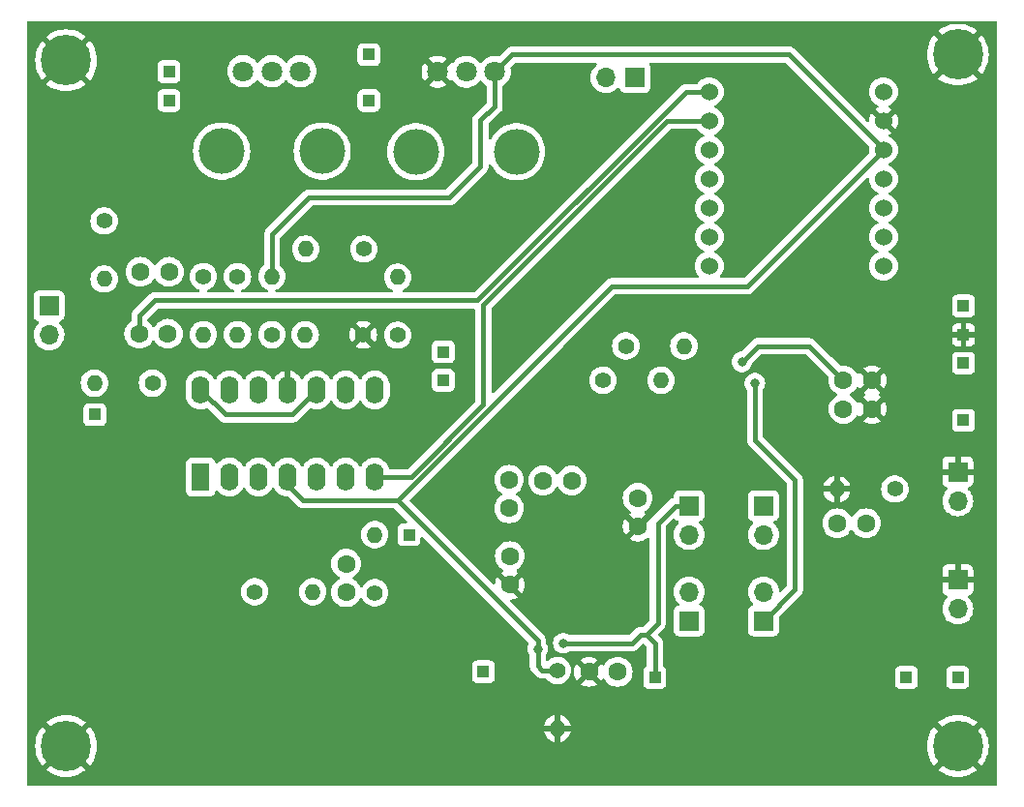
<source format=gbl>
%TF.GenerationSoftware,KiCad,Pcbnew,8.0.3*%
%TF.CreationDate,2025-02-15T10:37:39+01:00*%
%TF.ProjectId,pcb_v0,7063625f-7630-42e6-9b69-6361645f7063,rev?*%
%TF.SameCoordinates,Original*%
%TF.FileFunction,Copper,L2,Bot*%
%TF.FilePolarity,Positive*%
%FSLAX46Y46*%
G04 Gerber Fmt 4.6, Leading zero omitted, Abs format (unit mm)*
G04 Created by KiCad (PCBNEW 8.0.3) date 2025-02-15 10:37:39*
%MOMM*%
%LPD*%
G01*
G04 APERTURE LIST*
%TA.AperFunction,ComponentPad*%
%ADD10C,1.600000*%
%TD*%
%TA.AperFunction,ComponentPad*%
%ADD11R,1.000000X1.000000*%
%TD*%
%TA.AperFunction,ComponentPad*%
%ADD12C,1.400000*%
%TD*%
%TA.AperFunction,ComponentPad*%
%ADD13O,1.400000X1.400000*%
%TD*%
%TA.AperFunction,ComponentPad*%
%ADD14R,1.700000X1.700000*%
%TD*%
%TA.AperFunction,ComponentPad*%
%ADD15O,1.700000X1.700000*%
%TD*%
%TA.AperFunction,ComponentPad*%
%ADD16C,2.600000*%
%TD*%
%TA.AperFunction,ConnectorPad*%
%ADD17C,4.400000*%
%TD*%
%TA.AperFunction,WasherPad*%
%ADD18C,4.000000*%
%TD*%
%TA.AperFunction,ComponentPad*%
%ADD19C,1.800000*%
%TD*%
%TA.AperFunction,ComponentPad*%
%ADD20O,1.600000X2.400000*%
%TD*%
%TA.AperFunction,ComponentPad*%
%ADD21R,1.600000X2.400000*%
%TD*%
%TA.AperFunction,ComponentPad*%
%ADD22C,1.524000*%
%TD*%
%TA.AperFunction,ViaPad*%
%ADD23C,0.800000*%
%TD*%
%TA.AperFunction,Conductor*%
%ADD24C,0.400000*%
%TD*%
G04 APERTURE END LIST*
D10*
%TO.P,C10,1*%
%TO.N,Net-(C10-Pad1)*%
X190000000Y-68500000D03*
%TO.P,C10,2*%
%TO.N,trans_rcv*%
X192500000Y-68500000D03*
%TD*%
D11*
%TO.P,TP2,1,1*%
%TO.N,PWM_MAX*%
X220000000Y-103500000D03*
%TD*%
D12*
%TO.P,R5,1*%
%TO.N,GND*%
X209500000Y-74000000D03*
D13*
%TO.P,R5,2*%
%TO.N,aop_offset*%
X204420000Y-74000000D03*
%TD*%
D11*
%TO.P,TP14,1,1*%
%TO.N,Net-(U2C-+)*%
X210000000Y-49500000D03*
%TD*%
%TO.P,TP6,1,1*%
%TO.N,aop_offset*%
X210000000Y-53500000D03*
%TD*%
D10*
%TO.P,C12,1*%
%TO.N,GND*%
X254000000Y-78000000D03*
%TO.P,C12,2*%
%TO.N,Net-(C7-CVOLT)*%
X251500000Y-78000000D03*
%TD*%
D12*
%TO.P,R10,1*%
%TO.N,Net-(U2C--)*%
X212500000Y-74040000D03*
D13*
%TO.P,R10,2*%
%TO.N,Net-(R10-Pad2)*%
X212500000Y-68960000D03*
%TD*%
D14*
%TO.P,LS2,1,1*%
%TO.N,GND*%
X261500000Y-95460000D03*
D15*
%TO.P,LS2,2,2*%
%TO.N,emit_nf*%
X261500000Y-98000000D03*
%TD*%
D11*
%TO.P,TP10,1,1*%
%TO.N,trans_rcv*%
X192500000Y-53500000D03*
%TD*%
D12*
%TO.P,R8,1*%
%TO.N,Net-(R8-Pad1)*%
X209540000Y-66500000D03*
D13*
%TO.P,R8,2*%
%TO.N,Net-(U2C-+)*%
X204460000Y-66500000D03*
%TD*%
D10*
%TO.P,C16,1*%
%TO.N,GND*%
X222310267Y-95882914D03*
%TO.P,C16,2*%
%TO.N,Net-(U1-V-)*%
X222310267Y-93382914D03*
%TD*%
%TO.P,C19,1*%
%TO.N,Net-(U1-C2+)*%
X222252829Y-86695366D03*
%TO.P,C19,2*%
%TO.N,Net-(U1-C2-)*%
X222252829Y-89195366D03*
%TD*%
D11*
%TO.P,TP15,1,1*%
%TO.N,+5V*%
X262000000Y-71500000D03*
%TD*%
%TO.P,TP8,1,1*%
%TO.N,aop_stage_1_out*%
X186000000Y-81000000D03*
%TD*%
D10*
%TO.P,C3,1*%
%TO.N,aop_stage_2_out*%
X208000000Y-94040000D03*
%TO.P,C3,2*%
%TO.N,Net-(U2B--)*%
X208000000Y-96540000D03*
%TD*%
D14*
%TO.P,LS1,1,1*%
%TO.N,GND*%
X261500000Y-86000000D03*
D15*
%TO.P,LS1,2,2*%
%TO.N,Net-(C6-Pad1)*%
X261500000Y-88540000D03*
%TD*%
D16*
%TO.P,H2,1,1*%
%TO.N,GND*%
X261500000Y-110000000D03*
D17*
X261500000Y-110000000D03*
%TD*%
D11*
%TO.P,TP17,1,1*%
%TO.N,+3.3V*%
X262000000Y-76500000D03*
%TD*%
%TO.P,TP3,1,1*%
%TO.N,MAX_PULSE*%
X235000000Y-104000000D03*
%TD*%
D12*
%TO.P,R3,1*%
%TO.N,Net-(C6-Pad1)*%
X256000000Y-87500000D03*
D13*
%TO.P,R3,2*%
%TO.N,GND*%
X250920000Y-87500000D03*
%TD*%
D10*
%TO.P,C2,1*%
%TO.N,aop_stage_1_out*%
X189898300Y-73923000D03*
%TO.P,C2,2*%
%TO.N,Net-(U2A--)*%
X192398300Y-73923000D03*
%TD*%
D14*
%TO.P,LS3,1,1*%
%TO.N,emit_pwm_2*%
X233275000Y-51500000D03*
D15*
%TO.P,LS3,2,2*%
%TO.N,emit_pwm_1*%
X230735000Y-51500000D03*
%TD*%
D10*
%TO.P,C18,1*%
%TO.N,Net-(U1-C1-)*%
X225220504Y-86763787D03*
%TO.P,C18,2*%
%TO.N,Net-(U1-C1+)*%
X227720504Y-86763787D03*
%TD*%
D14*
%TO.P,LS4,1,1*%
%TO.N,Net-(LS4-Pad1)*%
X182000000Y-71460000D03*
D15*
%TO.P,LS4,2,2*%
%TO.N,Net-(C10-Pad1)*%
X182000000Y-74000000D03*
%TD*%
D10*
%TO.P,C15,1*%
%TO.N,GND*%
X233500000Y-90790000D03*
%TO.P,C15,2*%
%TO.N,Net-(U1-V+)*%
X233500000Y-88290000D03*
%TD*%
D12*
%TO.P,R12,1*%
%TO.N,+5V*%
X230460000Y-78000000D03*
D13*
%TO.P,R12,2*%
%TO.N,Net-(C7-DIS)*%
X235540000Y-78000000D03*
%TD*%
D11*
%TO.P,TP13,1,1*%
%TO.N,Net-(U2D--)*%
X192500000Y-51000000D03*
%TD*%
D12*
%TO.P,R14,1*%
%TO.N,aop_stage_1_out*%
X200000000Y-96500000D03*
D13*
%TO.P,R14,2*%
%TO.N,Net-(U2B--)*%
X205080000Y-96500000D03*
%TD*%
D14*
%TO.P,J1,1,Pin_1*%
%TO.N,555_PULSE*%
X244500000Y-99040000D03*
D15*
%TO.P,J1,2,Pin_2*%
%TO.N,emit_f*%
X244500000Y-96500000D03*
%TD*%
D11*
%TO.P,TP4,1,1*%
%TO.N,emit_nf*%
X261500000Y-104000000D03*
%TD*%
%TO.P,TP7,1,1*%
%TO.N,aop_stage_2_out*%
X213500000Y-91500000D03*
%TD*%
D12*
%TO.P,R4,1*%
%TO.N,trans_rcv*%
X198500000Y-68920000D03*
D13*
%TO.P,R4,2*%
%TO.N,Net-(U2D--)*%
X198500000Y-74000000D03*
%TD*%
D14*
%TO.P,J4,1,Pin_1*%
%TO.N,MAX_PULSE*%
X238000000Y-88960000D03*
D15*
%TO.P,J4,2,Pin_2*%
%TO.N,emit_nf*%
X238000000Y-91500000D03*
%TD*%
D10*
%TO.P,C6,1*%
%TO.N,Net-(C6-Pad1)*%
X253460000Y-90500000D03*
%TO.P,C6,2*%
%TO.N,emit_f*%
X250960000Y-90500000D03*
%TD*%
D14*
%TO.P,J2,1,Pin_1*%
%TO.N,MAX_PULSE*%
X244500000Y-88960000D03*
D15*
%TO.P,J2,2,Pin_2*%
%TO.N,emit_f*%
X244500000Y-91500000D03*
%TD*%
D11*
%TO.P,TP1,1,1*%
%TO.N,555_PULSE*%
X257000000Y-104000000D03*
%TD*%
%TO.P,TP9,1,1*%
%TO.N,comparator_out*%
X216500000Y-78000000D03*
%TD*%
D16*
%TO.P,H3,1,1*%
%TO.N,GND*%
X183500000Y-110000000D03*
D17*
X183500000Y-110000000D03*
%TD*%
D12*
%TO.P,R16,1*%
%TO.N,+3.3V*%
X226481625Y-103384540D03*
D13*
%TO.P,R16,2*%
%TO.N,GND*%
X226481625Y-108464540D03*
%TD*%
D16*
%TO.P,H1,1,1*%
%TO.N,GND*%
X261500000Y-49500000D03*
D17*
X261500000Y-49500000D03*
%TD*%
D10*
%TO.P,C1,1*%
%TO.N,GND*%
X229250000Y-103500000D03*
%TO.P,C1,2*%
%TO.N,+3.3V*%
X231750000Y-103500000D03*
%TD*%
D18*
%TO.P,RV1,*%
%TO.N,*%
X205900000Y-57950000D03*
X197100000Y-57950000D03*
D19*
%TO.P,RV1,1,1*%
%TO.N,Net-(U2D--)*%
X199000000Y-50950000D03*
%TO.P,RV1,2,2*%
%TO.N,Net-(R8-Pad1)*%
X201500000Y-50950000D03*
%TO.P,RV1,3,3*%
%TO.N,unconnected-(RV1-Pad3)*%
X204000000Y-50950000D03*
%TD*%
D11*
%TO.P,TP16,1,1*%
%TO.N,GND*%
X262000000Y-74000000D03*
%TD*%
D16*
%TO.P,H4,1,1*%
%TO.N,GND*%
X183500000Y-50000000D03*
D17*
X183500000Y-50000000D03*
%TD*%
D12*
%TO.P,R13,1*%
%TO.N,Net-(C7-DIS)*%
X232460000Y-75000000D03*
D13*
%TO.P,R13,2*%
%TO.N,Net-(C7-THR)*%
X237540000Y-75000000D03*
%TD*%
D10*
%TO.P,C13,1*%
%TO.N,Net-(C7-THR)*%
X251500000Y-80500000D03*
%TO.P,C13,2*%
%TO.N,GND*%
X254000000Y-80500000D03*
%TD*%
D12*
%TO.P,R7,1*%
%TO.N,Net-(U2B--)*%
X210500000Y-96580000D03*
D13*
%TO.P,R7,2*%
%TO.N,aop_stage_2_out*%
X210500000Y-91500000D03*
%TD*%
D12*
%TO.P,R6,1*%
%TO.N,Net-(U2A--)*%
X191055052Y-78237299D03*
D13*
%TO.P,R6,2*%
%TO.N,aop_stage_1_out*%
X185975052Y-78237299D03*
%TD*%
D12*
%TO.P,R9,1*%
%TO.N,Net-(LS4-Pad1)*%
X186820346Y-64043663D03*
D13*
%TO.P,R9,2*%
%TO.N,Net-(C10-Pad1)*%
X186820346Y-69123663D03*
%TD*%
D20*
%TO.P,U2,14*%
%TO.N,Net-(U2C-+)*%
X195260000Y-78840000D03*
%TO.P,U2,13,-*%
%TO.N,Net-(U2D--)*%
X197800000Y-78840000D03*
%TO.P,U2,12,+*%
%TO.N,aop_offset*%
X200340000Y-78840000D03*
%TO.P,U2,11,V-*%
%TO.N,GND*%
X202880000Y-78840000D03*
%TO.P,U2,10,+*%
%TO.N,Net-(U2C-+)*%
X205420000Y-78840000D03*
%TO.P,U2,9,-*%
%TO.N,Net-(U2C--)*%
X207960000Y-78840000D03*
%TO.P,U2,8*%
%TO.N,comparator_out*%
X210500000Y-78840000D03*
%TO.P,U2,7*%
%TO.N,aop_stage_2_out*%
X210500000Y-86460000D03*
%TO.P,U2,6,-*%
%TO.N,Net-(U2B--)*%
X207960000Y-86460000D03*
%TO.P,U2,5,+*%
%TO.N,aop_offset*%
X205420000Y-86460000D03*
%TO.P,U2,4,V+*%
%TO.N,+3.3V*%
X202880000Y-86460000D03*
%TO.P,U2,3,+*%
%TO.N,aop_offset*%
X200340000Y-86460000D03*
%TO.P,U2,2,-*%
%TO.N,Net-(U2A--)*%
X197800000Y-86460000D03*
D21*
%TO.P,U2,1*%
%TO.N,aop_stage_1_out*%
X195260000Y-86460000D03*
%TD*%
D11*
%TO.P,TP5,1,1*%
%TO.N,emit_f*%
X262000000Y-81500000D03*
%TD*%
D12*
%TO.P,R2,1*%
%TO.N,aop_offset*%
X201500000Y-74000000D03*
D13*
%TO.P,R2,2*%
%TO.N,+3.3V*%
X201500000Y-68920000D03*
%TD*%
D14*
%TO.P,J3,1,Pin_1*%
%TO.N,555_PULSE*%
X238000000Y-99040000D03*
D15*
%TO.P,J3,2,Pin_2*%
%TO.N,emit_nf*%
X238000000Y-96500000D03*
%TD*%
D11*
%TO.P,TP11,1,1*%
%TO.N,Net-(U2C--)*%
X216500000Y-75500000D03*
%TD*%
D12*
%TO.P,R1,1*%
%TO.N,trans_rcv*%
X195500000Y-68920000D03*
D13*
%TO.P,R1,2*%
%TO.N,Net-(U2A--)*%
X195500000Y-74000000D03*
%TD*%
D18*
%TO.P,RV2,*%
%TO.N,*%
X222900000Y-58000000D03*
X214100000Y-58000000D03*
D19*
%TO.P,RV2,1,1*%
%TO.N,GND*%
X216000000Y-51000000D03*
%TO.P,RV2,2,2*%
%TO.N,Net-(R10-Pad2)*%
X218500000Y-51000000D03*
%TO.P,RV2,3,3*%
%TO.N,+3.3V*%
X221000000Y-51000000D03*
%TD*%
D22*
%TO.P,U3,1,GPIO2/A0/D0*%
%TO.N,aop_stage_1_out*%
X239760000Y-52760000D03*
%TO.P,U3,2,GPIO3/A1/D1*%
%TO.N,aop_stage_2_out*%
X239760000Y-55300000D03*
%TO.P,U3,3,GPIO4/A2/D2*%
%TO.N,emit_pwm_2*%
X239760000Y-57840000D03*
%TO.P,U3,4,GPIO5/A3/D3*%
%TO.N,emit_pwm_1*%
X239760000Y-60380000D03*
%TO.P,U3,5,GPIO6/D4/SDA*%
%TO.N,PWM_MAX*%
X239760000Y-62920000D03*
%TO.P,U3,6,GPIO7/D5/SCL*%
%TO.N,comparator_out*%
X239760000Y-65460000D03*
%TO.P,U3,7,GPIO21/D6/TX*%
%TO.N,unconnected-(U3-GPIO21{slash}D6{slash}TX-Pad7)*%
X239760000Y-68000000D03*
%TO.P,U3,8,GPIO20/D7/RX*%
%TO.N,unconnected-(U3-GPIO20{slash}D7{slash}RX-Pad8)*%
X255000000Y-68000000D03*
%TO.P,U3,9,GPIO8/D8/SCK*%
%TO.N,unconnected-(U3-GPIO8{slash}D8{slash}SCK-Pad9)*%
X255000000Y-65460000D03*
%TO.P,U3,10,GPIO9/D9/MISO*%
%TO.N,unconnected-(U3-GPIO9{slash}D9{slash}MISO-Pad10)*%
X255000000Y-62920000D03*
%TO.P,U3,11,GPIO10/D10/MOSI*%
%TO.N,unconnected-(U3-GPIO10{slash}D10{slash}MOSI-Pad11)*%
X255000000Y-60380000D03*
%TO.P,U3,12,VCC_3V3*%
%TO.N,+3.3V*%
X255000000Y-57840000D03*
%TO.P,U3,13,GND*%
%TO.N,GND*%
X255000000Y-55300000D03*
%TO.P,U3,14,VBUS*%
%TO.N,+5V*%
X255000000Y-52760000D03*
%TD*%
D23*
%TO.N,GND*%
X221500000Y-77500000D03*
X201250000Y-63500000D03*
X202750000Y-84250000D03*
X191500000Y-80750000D03*
X241000000Y-90250000D03*
X232250000Y-77000000D03*
X204250000Y-69500000D03*
X240500000Y-75500000D03*
X235750000Y-80500000D03*
X204845015Y-63656532D03*
X206500000Y-90000000D03*
X248000000Y-76750000D03*
X223000000Y-91250000D03*
X241000000Y-94500000D03*
X199170908Y-76165620D03*
X209000000Y-90000000D03*
X249500000Y-79000000D03*
X201500000Y-72250000D03*
X201207618Y-60324292D03*
X241000000Y-92250000D03*
X194750000Y-84000000D03*
X191159973Y-76064975D03*
X241000000Y-96500000D03*
X206500000Y-92500000D03*
%TO.N,555_PULSE*%
X243750000Y-78250000D03*
%TO.N,Net-(C7-CVOLT)*%
X242625000Y-76375000D03*
%TO.N,MAX_PULSE*%
X227000000Y-101000000D03*
%TO.N,GND*%
X221500000Y-71750000D03*
X224000000Y-69250000D03*
X226750000Y-66500000D03*
X229000000Y-64250000D03*
X231750000Y-61500000D03*
X236250000Y-64000000D03*
X236250000Y-61000000D03*
X234500000Y-58750000D03*
X235250000Y-67000000D03*
X232000000Y-68250000D03*
X228500000Y-70500000D03*
X224250000Y-74750000D03*
%TO.N,+3.3V*%
X224750000Y-101500000D03*
%TD*%
D24*
%TO.N,+3.3V*%
X225134540Y-103384540D02*
X226481625Y-103384540D01*
X224750000Y-101500000D02*
X224750000Y-103000000D01*
X224750000Y-100750000D02*
X212500000Y-88500000D01*
X224750000Y-101500000D02*
X224750000Y-100750000D01*
X224750000Y-103000000D02*
X225134540Y-103384540D01*
%TO.N,MAX_PULSE*%
X233750000Y-100250000D02*
X234250000Y-100250000D01*
X227000000Y-101000000D02*
X233000000Y-101000000D01*
X233000000Y-101000000D02*
X233750000Y-100250000D01*
X235250000Y-90500000D02*
X236790000Y-88960000D01*
X235250000Y-99250000D02*
X235250000Y-90500000D01*
X234250000Y-100250000D02*
X235250000Y-99250000D01*
X236790000Y-88960000D02*
X238000000Y-88960000D01*
X235000000Y-101000000D02*
X235000000Y-104000000D01*
X234250000Y-100250000D02*
X235000000Y-101000000D01*
%TO.N,Net-(C7-CVOLT)*%
X248500000Y-75000000D02*
X251500000Y-78000000D01*
X244000000Y-75000000D02*
X248500000Y-75000000D01*
X242625000Y-76375000D02*
X244000000Y-75000000D01*
%TO.N,555_PULSE*%
X247250000Y-96290000D02*
X244500000Y-99040000D01*
X243750000Y-83250000D02*
X247250000Y-86750000D01*
X243750000Y-78250000D02*
X243750000Y-83250000D01*
X247250000Y-86750000D02*
X247250000Y-96290000D01*
%TO.N,+3.3V*%
X246705000Y-49500000D02*
X222500000Y-49500000D01*
X255000000Y-57795000D02*
X246705000Y-49500000D01*
X222500000Y-49500000D02*
X221000000Y-51000000D01*
X255000000Y-57840000D02*
X255000000Y-57795000D01*
X201500000Y-65250000D02*
X201500000Y-68920000D01*
X204750000Y-62000000D02*
X201500000Y-65250000D01*
X219750000Y-55250000D02*
X219750000Y-59250000D01*
X217000000Y-62000000D02*
X204750000Y-62000000D01*
X221000000Y-54000000D02*
X219750000Y-55250000D01*
X219750000Y-59250000D02*
X217000000Y-62000000D01*
X221000000Y-51000000D02*
X221000000Y-54000000D01*
%TO.N,aop_stage_2_out*%
X220000000Y-71348528D02*
X236048528Y-55300000D01*
X236048528Y-55300000D02*
X239760000Y-55300000D01*
X220000000Y-80151472D02*
X220000000Y-71348528D01*
X213691472Y-86460000D02*
X220000000Y-80151472D01*
X210500000Y-86460000D02*
X213691472Y-86460000D01*
%TO.N,aop_stage_1_out*%
X237740000Y-52760000D02*
X239760000Y-52760000D01*
X191250000Y-71000000D02*
X219500000Y-71000000D01*
X219500000Y-71000000D02*
X237740000Y-52760000D01*
X189898300Y-73923000D02*
X189898300Y-72351700D01*
X189898300Y-72351700D02*
X191250000Y-71000000D01*
%TO.N,Net-(U2C-+)*%
X203260000Y-81000000D02*
X197420000Y-81000000D01*
X197420000Y-81000000D02*
X195260000Y-78840000D01*
X205420000Y-78840000D02*
X203260000Y-81000000D01*
%TO.N,+3.3V*%
X255000000Y-57840000D02*
X243090000Y-69750000D01*
X212500000Y-88500000D02*
X204250000Y-88500000D01*
X202880000Y-87130000D02*
X202880000Y-86460000D01*
X204250000Y-88500000D02*
X202880000Y-87130000D01*
X213750000Y-87250000D02*
X212500000Y-88500000D01*
X231250000Y-69750000D02*
X213750000Y-87250000D01*
X243090000Y-69750000D02*
X231250000Y-69750000D01*
%TD*%
%TA.AperFunction,Conductor*%
%TO.N,GND*%
G36*
X238711755Y-56020185D02*
G01*
X238746290Y-56053376D01*
X238789174Y-56114620D01*
X238945378Y-56270824D01*
X238945384Y-56270829D01*
X239126333Y-56397531D01*
X239126335Y-56397532D01*
X239126338Y-56397534D01*
X239245748Y-56453215D01*
X239255189Y-56457618D01*
X239307628Y-56503790D01*
X239326780Y-56570984D01*
X239306564Y-56637865D01*
X239255189Y-56682382D01*
X239126340Y-56742465D01*
X239126338Y-56742466D01*
X238945377Y-56869175D01*
X238789175Y-57025377D01*
X238662466Y-57206338D01*
X238662465Y-57206340D01*
X238569107Y-57406548D01*
X238569104Y-57406554D01*
X238511930Y-57619929D01*
X238511929Y-57619937D01*
X238492677Y-57839997D01*
X238492677Y-57840002D01*
X238511929Y-58060062D01*
X238511930Y-58060070D01*
X238569104Y-58273445D01*
X238569105Y-58273447D01*
X238569106Y-58273450D01*
X238588017Y-58314004D01*
X238662466Y-58473662D01*
X238662468Y-58473666D01*
X238789170Y-58654615D01*
X238789175Y-58654621D01*
X238945378Y-58810824D01*
X238945384Y-58810829D01*
X239126333Y-58937531D01*
X239126335Y-58937532D01*
X239126338Y-58937534D01*
X239207800Y-58975520D01*
X239255189Y-58997618D01*
X239307628Y-59043790D01*
X239326780Y-59110984D01*
X239306564Y-59177865D01*
X239255189Y-59222382D01*
X239126340Y-59282465D01*
X239126338Y-59282466D01*
X238945377Y-59409175D01*
X238789175Y-59565377D01*
X238662466Y-59746338D01*
X238662465Y-59746340D01*
X238569107Y-59946548D01*
X238569104Y-59946554D01*
X238511930Y-60159929D01*
X238511929Y-60159937D01*
X238492677Y-60379997D01*
X238492677Y-60380002D01*
X238511929Y-60600062D01*
X238511930Y-60600070D01*
X238569104Y-60813445D01*
X238569105Y-60813447D01*
X238569106Y-60813450D01*
X238662466Y-61013662D01*
X238662468Y-61013666D01*
X238789170Y-61194615D01*
X238789175Y-61194621D01*
X238945378Y-61350824D01*
X238945384Y-61350829D01*
X239126333Y-61477531D01*
X239126335Y-61477532D01*
X239126338Y-61477534D01*
X239245748Y-61533215D01*
X239255189Y-61537618D01*
X239307628Y-61583790D01*
X239326780Y-61650984D01*
X239306564Y-61717865D01*
X239255189Y-61762382D01*
X239126340Y-61822465D01*
X239126338Y-61822466D01*
X238945377Y-61949175D01*
X238789175Y-62105377D01*
X238662466Y-62286338D01*
X238662465Y-62286340D01*
X238569107Y-62486548D01*
X238569104Y-62486554D01*
X238511930Y-62699929D01*
X238511929Y-62699937D01*
X238492677Y-62919997D01*
X238492677Y-62920002D01*
X238511929Y-63140062D01*
X238511930Y-63140070D01*
X238569104Y-63353445D01*
X238569105Y-63353447D01*
X238569106Y-63353450D01*
X238662466Y-63553662D01*
X238662468Y-63553666D01*
X238789170Y-63734615D01*
X238789175Y-63734621D01*
X238945378Y-63890824D01*
X238945384Y-63890829D01*
X239126333Y-64017531D01*
X239126335Y-64017532D01*
X239126338Y-64017534D01*
X239245748Y-64073215D01*
X239255189Y-64077618D01*
X239307628Y-64123790D01*
X239326780Y-64190984D01*
X239306564Y-64257865D01*
X239255189Y-64302382D01*
X239126340Y-64362465D01*
X239126338Y-64362466D01*
X238945377Y-64489175D01*
X238789175Y-64645377D01*
X238662466Y-64826338D01*
X238662465Y-64826340D01*
X238569107Y-65026548D01*
X238569104Y-65026554D01*
X238511930Y-65239929D01*
X238511929Y-65239937D01*
X238492677Y-65459997D01*
X238492677Y-65460002D01*
X238511929Y-65680062D01*
X238511930Y-65680070D01*
X238569104Y-65893445D01*
X238569105Y-65893447D01*
X238569106Y-65893450D01*
X238648849Y-66064461D01*
X238662466Y-66093662D01*
X238662468Y-66093666D01*
X238789170Y-66274615D01*
X238789175Y-66274621D01*
X238945378Y-66430824D01*
X238945384Y-66430829D01*
X239126333Y-66557531D01*
X239126335Y-66557532D01*
X239126338Y-66557534D01*
X239245748Y-66613215D01*
X239255189Y-66617618D01*
X239307628Y-66663790D01*
X239326780Y-66730984D01*
X239306564Y-66797865D01*
X239255189Y-66842382D01*
X239126340Y-66902465D01*
X239126338Y-66902466D01*
X238945377Y-67029175D01*
X238789175Y-67185377D01*
X238662466Y-67366338D01*
X238662465Y-67366340D01*
X238569107Y-67566548D01*
X238569104Y-67566554D01*
X238511930Y-67779929D01*
X238511929Y-67779937D01*
X238492677Y-67999997D01*
X238492677Y-68000002D01*
X238511929Y-68220062D01*
X238511930Y-68220070D01*
X238569104Y-68433445D01*
X238569105Y-68433447D01*
X238569106Y-68433450D01*
X238600138Y-68499998D01*
X238662466Y-68633662D01*
X238662468Y-68633666D01*
X238789170Y-68814615D01*
X238789175Y-68814621D01*
X238812373Y-68837819D01*
X238845858Y-68899142D01*
X238840874Y-68968834D01*
X238799002Y-69024767D01*
X238733538Y-69049184D01*
X238724692Y-69049500D01*
X231181003Y-69049500D01*
X231072590Y-69071065D01*
X231072589Y-69071065D01*
X231045671Y-69076420D01*
X230994698Y-69097534D01*
X230994697Y-69097534D01*
X230918193Y-69129222D01*
X230918192Y-69129223D01*
X230813070Y-69199464D01*
X230813066Y-69199467D01*
X230803457Y-69205886D01*
X220912181Y-79097162D01*
X220850858Y-79130647D01*
X220781166Y-79125663D01*
X220725233Y-79083791D01*
X220700816Y-79018327D01*
X220700500Y-79009481D01*
X220700500Y-71690047D01*
X220720185Y-71623008D01*
X220736819Y-71602366D01*
X236302366Y-56036819D01*
X236363689Y-56003334D01*
X236390047Y-56000500D01*
X238644716Y-56000500D01*
X238711755Y-56020185D01*
G37*
%TD.AperFunction*%
%TA.AperFunction,Conductor*%
G36*
X229910114Y-50220185D02*
G01*
X229955869Y-50272989D01*
X229965813Y-50342147D01*
X229936788Y-50405703D01*
X229914198Y-50426075D01*
X229863597Y-50461505D01*
X229696505Y-50628597D01*
X229560965Y-50822169D01*
X229560964Y-50822171D01*
X229461098Y-51036335D01*
X229461094Y-51036344D01*
X229399938Y-51264586D01*
X229399936Y-51264596D01*
X229379341Y-51499999D01*
X229379341Y-51500000D01*
X229399936Y-51735403D01*
X229399938Y-51735413D01*
X229461094Y-51963655D01*
X229461096Y-51963659D01*
X229461097Y-51963663D01*
X229549084Y-52152351D01*
X229560965Y-52177830D01*
X229560967Y-52177834D01*
X229665099Y-52326548D01*
X229696505Y-52371401D01*
X229863599Y-52538495D01*
X229960384Y-52606265D01*
X230057165Y-52674032D01*
X230057167Y-52674033D01*
X230057170Y-52674035D01*
X230271337Y-52773903D01*
X230499592Y-52835063D01*
X230676034Y-52850500D01*
X230734999Y-52855659D01*
X230735000Y-52855659D01*
X230735001Y-52855659D01*
X230793966Y-52850500D01*
X230970408Y-52835063D01*
X231198663Y-52773903D01*
X231412830Y-52674035D01*
X231606401Y-52538495D01*
X231728329Y-52416566D01*
X231789648Y-52383084D01*
X231859340Y-52388068D01*
X231915274Y-52429939D01*
X231932189Y-52460917D01*
X231981202Y-52592328D01*
X231981206Y-52592335D01*
X232067452Y-52707544D01*
X232067455Y-52707547D01*
X232182664Y-52793793D01*
X232182671Y-52793797D01*
X232317517Y-52844091D01*
X232317516Y-52844091D01*
X232324444Y-52844835D01*
X232377127Y-52850500D01*
X234172872Y-52850499D01*
X234232483Y-52844091D01*
X234367331Y-52793796D01*
X234482546Y-52707546D01*
X234568796Y-52592331D01*
X234619091Y-52457483D01*
X234625500Y-52397873D01*
X234625499Y-50602128D01*
X234619091Y-50542517D01*
X234617810Y-50539083D01*
X234568797Y-50407671D01*
X234568793Y-50407665D01*
X234562165Y-50398810D01*
X234537748Y-50333346D01*
X234552600Y-50265073D01*
X234602005Y-50215668D01*
X234661432Y-50200500D01*
X246363481Y-50200500D01*
X246430520Y-50220185D01*
X246451162Y-50236819D01*
X253718709Y-57504365D01*
X253752194Y-57565688D01*
X253751039Y-57614276D01*
X253752871Y-57614599D01*
X253751929Y-57619938D01*
X253732677Y-57839997D01*
X253732677Y-57840001D01*
X253749895Y-58036805D01*
X253736128Y-58105305D01*
X253714048Y-58135293D01*
X242836162Y-69013181D01*
X242774839Y-69046666D01*
X242748481Y-69049500D01*
X240795308Y-69049500D01*
X240728269Y-69029815D01*
X240682514Y-68977011D01*
X240672570Y-68907853D01*
X240701595Y-68844297D01*
X240707627Y-68837819D01*
X240730826Y-68814620D01*
X240857534Y-68633662D01*
X240950894Y-68433450D01*
X241008070Y-68220068D01*
X241027323Y-68000000D01*
X241024177Y-67964045D01*
X241019562Y-67911290D01*
X241008070Y-67779932D01*
X240950894Y-67566550D01*
X240857534Y-67366339D01*
X240751122Y-67214366D01*
X240730827Y-67185381D01*
X240680129Y-67134683D01*
X240574620Y-67029174D01*
X240574616Y-67029171D01*
X240574615Y-67029170D01*
X240393666Y-66902468D01*
X240393658Y-66902464D01*
X240264811Y-66842382D01*
X240212371Y-66796210D01*
X240193219Y-66729017D01*
X240213435Y-66662135D01*
X240264811Y-66617618D01*
X240270802Y-66614824D01*
X240393662Y-66557534D01*
X240574620Y-66430826D01*
X240730826Y-66274620D01*
X240857534Y-66093662D01*
X240950894Y-65893450D01*
X241008070Y-65680068D01*
X241027323Y-65460000D01*
X241023889Y-65420753D01*
X241008070Y-65239937D01*
X241008070Y-65239932D01*
X240950894Y-65026550D01*
X240857534Y-64826339D01*
X240794180Y-64735859D01*
X240730827Y-64645381D01*
X240730823Y-64645377D01*
X240574620Y-64489174D01*
X240574616Y-64489171D01*
X240574615Y-64489170D01*
X240393666Y-64362468D01*
X240393658Y-64362464D01*
X240264811Y-64302382D01*
X240212371Y-64256210D01*
X240193219Y-64189017D01*
X240213435Y-64122135D01*
X240264811Y-64077618D01*
X240270802Y-64074824D01*
X240393662Y-64017534D01*
X240574620Y-63890826D01*
X240730826Y-63734620D01*
X240857534Y-63553662D01*
X240950894Y-63353450D01*
X241008070Y-63140068D01*
X241027323Y-62920000D01*
X241024177Y-62884045D01*
X241011297Y-62736819D01*
X241008070Y-62699932D01*
X240950894Y-62486550D01*
X240857534Y-62286339D01*
X240730826Y-62105380D01*
X240574620Y-61949174D01*
X240574616Y-61949171D01*
X240574615Y-61949170D01*
X240393666Y-61822468D01*
X240393658Y-61822464D01*
X240264811Y-61762382D01*
X240212371Y-61716210D01*
X240193219Y-61649017D01*
X240213435Y-61582135D01*
X240264811Y-61537618D01*
X240270802Y-61534824D01*
X240393662Y-61477534D01*
X240574620Y-61350826D01*
X240730826Y-61194620D01*
X240857534Y-61013662D01*
X240950894Y-60813450D01*
X241008070Y-60600068D01*
X241024605Y-60411065D01*
X241027323Y-60380002D01*
X241027323Y-60379997D01*
X241017436Y-60266994D01*
X241008070Y-60159932D01*
X240950894Y-59946550D01*
X240857534Y-59746339D01*
X240790483Y-59650580D01*
X240730827Y-59565381D01*
X240657113Y-59491667D01*
X240574620Y-59409174D01*
X240574616Y-59409171D01*
X240574615Y-59409170D01*
X240393666Y-59282468D01*
X240393658Y-59282464D01*
X240264811Y-59222382D01*
X240212371Y-59176210D01*
X240193219Y-59109017D01*
X240213435Y-59042135D01*
X240264811Y-58997618D01*
X240312200Y-58975520D01*
X240393662Y-58937534D01*
X240574620Y-58810826D01*
X240730826Y-58654620D01*
X240857534Y-58473662D01*
X240950894Y-58273450D01*
X241008070Y-58060068D01*
X241027323Y-57840000D01*
X241008070Y-57619932D01*
X240950894Y-57406550D01*
X240857534Y-57206339D01*
X240730826Y-57025380D01*
X240574620Y-56869174D01*
X240574616Y-56869171D01*
X240574615Y-56869170D01*
X240393666Y-56742468D01*
X240393658Y-56742464D01*
X240264811Y-56682382D01*
X240212371Y-56636210D01*
X240193219Y-56569017D01*
X240213435Y-56502135D01*
X240264811Y-56457618D01*
X240270802Y-56454824D01*
X240393662Y-56397534D01*
X240574620Y-56270826D01*
X240730826Y-56114620D01*
X240857534Y-55933662D01*
X240950894Y-55733450D01*
X241008070Y-55520068D01*
X241027323Y-55300000D01*
X241008070Y-55079932D01*
X240950894Y-54866550D01*
X240857534Y-54666339D01*
X240741413Y-54500500D01*
X240730827Y-54485381D01*
X240689239Y-54443793D01*
X240574620Y-54329174D01*
X240574616Y-54329171D01*
X240574615Y-54329170D01*
X240393666Y-54202468D01*
X240393658Y-54202464D01*
X240264811Y-54142382D01*
X240212371Y-54096210D01*
X240193219Y-54029017D01*
X240213435Y-53962135D01*
X240264811Y-53917618D01*
X240270802Y-53914824D01*
X240393662Y-53857534D01*
X240574620Y-53730826D01*
X240730826Y-53574620D01*
X240857534Y-53393662D01*
X240950894Y-53193450D01*
X241008070Y-52980068D01*
X241024367Y-52793793D01*
X241027323Y-52760002D01*
X241027323Y-52759997D01*
X241015629Y-52626332D01*
X241008070Y-52539932D01*
X240950894Y-52326550D01*
X240857534Y-52126339D01*
X240769421Y-52000500D01*
X240730827Y-51945381D01*
X240680547Y-51895101D01*
X240574620Y-51789174D01*
X240574616Y-51789171D01*
X240574615Y-51789170D01*
X240393666Y-51662468D01*
X240393662Y-51662466D01*
X240338533Y-51636759D01*
X240193450Y-51569106D01*
X240193447Y-51569105D01*
X240193445Y-51569104D01*
X239980070Y-51511930D01*
X239980062Y-51511929D01*
X239760002Y-51492677D01*
X239759998Y-51492677D01*
X239539937Y-51511929D01*
X239539929Y-51511930D01*
X239326554Y-51569104D01*
X239326548Y-51569107D01*
X239126340Y-51662465D01*
X239126338Y-51662466D01*
X238945377Y-51789175D01*
X238789174Y-51945378D01*
X238746291Y-52006623D01*
X238691714Y-52050248D01*
X238644716Y-52059500D01*
X237671003Y-52059500D01*
X237562590Y-52081065D01*
X237562589Y-52081065D01*
X237549131Y-52083742D01*
X237535673Y-52086419D01*
X237535671Y-52086420D01*
X237482866Y-52108292D01*
X237482864Y-52108293D01*
X237482863Y-52108292D01*
X237408196Y-52139221D01*
X237408181Y-52139229D01*
X237352448Y-52176470D01*
X237293457Y-52215886D01*
X237293453Y-52215889D01*
X219246162Y-70263181D01*
X219184839Y-70296666D01*
X219158481Y-70299500D01*
X213028953Y-70299500D01*
X212961914Y-70279815D01*
X212916159Y-70227011D01*
X212906215Y-70157853D01*
X212935240Y-70094297D01*
X212984159Y-70059873D01*
X213037398Y-70039248D01*
X213037396Y-70039248D01*
X213037401Y-70039247D01*
X213226562Y-69922124D01*
X213390981Y-69772236D01*
X213525058Y-69594689D01*
X213624229Y-69395528D01*
X213685115Y-69181536D01*
X213705643Y-68960000D01*
X213685115Y-68738464D01*
X213624229Y-68524472D01*
X213612044Y-68500001D01*
X213525061Y-68325316D01*
X213525056Y-68325308D01*
X213390979Y-68147761D01*
X213226562Y-67997876D01*
X213226560Y-67997874D01*
X213037404Y-67880754D01*
X213037398Y-67880752D01*
X213033818Y-67879365D01*
X212829940Y-67800382D01*
X212611243Y-67759500D01*
X212388757Y-67759500D01*
X212170060Y-67800382D01*
X212065853Y-67840752D01*
X211962601Y-67880752D01*
X211962595Y-67880754D01*
X211773439Y-67997874D01*
X211773437Y-67997876D01*
X211609020Y-68147761D01*
X211474943Y-68325308D01*
X211474938Y-68325316D01*
X211375775Y-68524461D01*
X211375769Y-68524476D01*
X211314885Y-68738462D01*
X211314884Y-68738464D01*
X211294357Y-68959999D01*
X211294357Y-68960000D01*
X211314884Y-69181535D01*
X211314885Y-69181537D01*
X211375769Y-69395523D01*
X211375775Y-69395538D01*
X211474938Y-69594683D01*
X211474943Y-69594691D01*
X211609020Y-69772238D01*
X211773437Y-69922123D01*
X211773439Y-69922125D01*
X211962595Y-70039245D01*
X211962601Y-70039248D01*
X212015841Y-70059873D01*
X212071242Y-70102446D01*
X212094833Y-70168213D01*
X212079122Y-70236293D01*
X212029098Y-70285072D01*
X211971047Y-70299500D01*
X201925700Y-70299500D01*
X201858661Y-70279815D01*
X201812906Y-70227011D01*
X201802962Y-70157853D01*
X201831987Y-70094297D01*
X201880904Y-70059874D01*
X202037401Y-69999247D01*
X202226562Y-69882124D01*
X202390981Y-69732236D01*
X202525058Y-69554689D01*
X202624229Y-69355528D01*
X202685115Y-69141536D01*
X202705643Y-68920000D01*
X202704517Y-68907853D01*
X202685115Y-68698464D01*
X202685114Y-68698462D01*
X202628646Y-68499998D01*
X202624229Y-68484472D01*
X202624224Y-68484461D01*
X202525061Y-68285316D01*
X202525056Y-68285308D01*
X202390981Y-68107764D01*
X202240961Y-67971002D01*
X202204680Y-67911290D01*
X202200500Y-67879365D01*
X202200500Y-66499999D01*
X203254357Y-66499999D01*
X203254357Y-66500000D01*
X203274884Y-66721535D01*
X203274885Y-66721537D01*
X203335769Y-66935523D01*
X203335775Y-66935538D01*
X203434938Y-67134683D01*
X203434943Y-67134691D01*
X203569020Y-67312238D01*
X203733437Y-67462123D01*
X203733439Y-67462125D01*
X203922595Y-67579245D01*
X203922596Y-67579245D01*
X203922599Y-67579247D01*
X204130060Y-67659618D01*
X204348757Y-67700500D01*
X204348759Y-67700500D01*
X204571241Y-67700500D01*
X204571243Y-67700500D01*
X204789940Y-67659618D01*
X204997401Y-67579247D01*
X205186562Y-67462124D01*
X205350981Y-67312236D01*
X205485058Y-67134689D01*
X205584229Y-66935528D01*
X205645115Y-66721536D01*
X205665643Y-66500000D01*
X205665643Y-66499999D01*
X208334357Y-66499999D01*
X208334357Y-66500000D01*
X208354884Y-66721535D01*
X208354885Y-66721537D01*
X208415769Y-66935523D01*
X208415775Y-66935538D01*
X208514938Y-67134683D01*
X208514943Y-67134691D01*
X208649020Y-67312238D01*
X208813437Y-67462123D01*
X208813439Y-67462125D01*
X209002595Y-67579245D01*
X209002596Y-67579245D01*
X209002599Y-67579247D01*
X209210060Y-67659618D01*
X209428757Y-67700500D01*
X209428759Y-67700500D01*
X209651241Y-67700500D01*
X209651243Y-67700500D01*
X209869940Y-67659618D01*
X210077401Y-67579247D01*
X210266562Y-67462124D01*
X210430981Y-67312236D01*
X210565058Y-67134689D01*
X210664229Y-66935528D01*
X210725115Y-66721536D01*
X210745643Y-66500000D01*
X210739233Y-66430829D01*
X210725115Y-66278464D01*
X210725114Y-66278462D01*
X210724021Y-66274621D01*
X210664229Y-66064472D01*
X210664224Y-66064461D01*
X210565061Y-65865316D01*
X210565056Y-65865308D01*
X210430979Y-65687761D01*
X210266562Y-65537876D01*
X210266560Y-65537874D01*
X210077404Y-65420754D01*
X210077398Y-65420752D01*
X209869940Y-65340382D01*
X209651243Y-65299500D01*
X209428757Y-65299500D01*
X209210060Y-65340382D01*
X209078864Y-65391207D01*
X209002601Y-65420752D01*
X209002595Y-65420754D01*
X208813439Y-65537874D01*
X208813437Y-65537876D01*
X208649020Y-65687761D01*
X208514943Y-65865308D01*
X208514938Y-65865316D01*
X208415775Y-66064461D01*
X208415769Y-66064476D01*
X208354885Y-66278462D01*
X208354884Y-66278464D01*
X208334357Y-66499999D01*
X205665643Y-66499999D01*
X205659233Y-66430829D01*
X205645115Y-66278464D01*
X205645114Y-66278462D01*
X205644021Y-66274621D01*
X205584229Y-66064472D01*
X205584224Y-66064461D01*
X205485061Y-65865316D01*
X205485056Y-65865308D01*
X205350979Y-65687761D01*
X205186562Y-65537876D01*
X205186560Y-65537874D01*
X204997404Y-65420754D01*
X204997398Y-65420752D01*
X204789940Y-65340382D01*
X204571243Y-65299500D01*
X204348757Y-65299500D01*
X204130060Y-65340382D01*
X203998864Y-65391207D01*
X203922601Y-65420752D01*
X203922595Y-65420754D01*
X203733439Y-65537874D01*
X203733437Y-65537876D01*
X203569020Y-65687761D01*
X203434943Y-65865308D01*
X203434938Y-65865316D01*
X203335775Y-66064461D01*
X203335769Y-66064476D01*
X203274885Y-66278462D01*
X203274884Y-66278464D01*
X203254357Y-66499999D01*
X202200500Y-66499999D01*
X202200500Y-65591519D01*
X202220185Y-65524480D01*
X202236819Y-65503838D01*
X205003838Y-62736819D01*
X205065161Y-62703334D01*
X205091519Y-62700500D01*
X217068996Y-62700500D01*
X217160040Y-62682389D01*
X217204328Y-62673580D01*
X217268069Y-62647177D01*
X217331807Y-62620777D01*
X217331808Y-62620776D01*
X217331811Y-62620775D01*
X217446543Y-62544114D01*
X220294114Y-59696543D01*
X220324819Y-59650587D01*
X220370775Y-59581811D01*
X220408113Y-59491667D01*
X220423580Y-59454329D01*
X220432562Y-59409174D01*
X220450500Y-59318993D01*
X220450500Y-59222052D01*
X220470185Y-59155013D01*
X220522989Y-59109258D01*
X220592147Y-59099314D01*
X220655703Y-59128339D01*
X220686696Y-59169252D01*
X220704463Y-59207007D01*
X220704465Y-59207010D01*
X220704466Y-59207012D01*
X220873051Y-59472661D01*
X220873054Y-59472665D01*
X221073606Y-59715090D01*
X221073608Y-59715092D01*
X221073610Y-59715094D01*
X221249724Y-59880476D01*
X221302968Y-59930476D01*
X221302978Y-59930484D01*
X221557504Y-60115408D01*
X221557509Y-60115410D01*
X221557516Y-60115416D01*
X221833234Y-60266994D01*
X221833239Y-60266996D01*
X221833241Y-60266997D01*
X221833242Y-60266998D01*
X222125771Y-60382818D01*
X222125774Y-60382819D01*
X222389371Y-60450499D01*
X222430527Y-60461066D01*
X222496010Y-60469338D01*
X222742670Y-60500499D01*
X222742679Y-60500499D01*
X222742682Y-60500500D01*
X222742684Y-60500500D01*
X223057316Y-60500500D01*
X223057318Y-60500500D01*
X223057321Y-60500499D01*
X223057329Y-60500499D01*
X223243593Y-60476968D01*
X223369473Y-60461066D01*
X223674225Y-60382819D01*
X223681353Y-60379997D01*
X223966757Y-60266998D01*
X223966758Y-60266997D01*
X223966756Y-60266997D01*
X223966766Y-60266994D01*
X224242484Y-60115416D01*
X224497030Y-59930478D01*
X224726390Y-59715094D01*
X224926947Y-59472663D01*
X225095537Y-59207007D01*
X225229503Y-58922315D01*
X225326731Y-58623079D01*
X225385688Y-58314015D01*
X225388240Y-58273450D01*
X225405444Y-58000005D01*
X225405444Y-57999994D01*
X225385689Y-57685995D01*
X225385688Y-57685988D01*
X225385688Y-57685985D01*
X225326731Y-57376921D01*
X225229503Y-57077685D01*
X225205971Y-57027678D01*
X225137180Y-56881489D01*
X225095537Y-56792993D01*
X224953398Y-56569017D01*
X224926948Y-56527338D01*
X224926945Y-56527334D01*
X224726393Y-56284909D01*
X224726391Y-56284907D01*
X224711400Y-56270829D01*
X224497030Y-56069522D01*
X224497027Y-56069520D01*
X224497021Y-56069515D01*
X224242495Y-55884591D01*
X224242488Y-55884586D01*
X224242484Y-55884584D01*
X223966766Y-55733006D01*
X223966763Y-55733004D01*
X223966758Y-55733002D01*
X223966757Y-55733001D01*
X223674228Y-55617181D01*
X223674225Y-55617180D01*
X223369476Y-55538934D01*
X223369463Y-55538932D01*
X223057329Y-55499500D01*
X223057318Y-55499500D01*
X222742682Y-55499500D01*
X222742670Y-55499500D01*
X222430536Y-55538932D01*
X222430523Y-55538934D01*
X222125774Y-55617180D01*
X222125771Y-55617181D01*
X221833242Y-55733001D01*
X221833241Y-55733002D01*
X221557516Y-55884584D01*
X221557504Y-55884591D01*
X221302978Y-56069515D01*
X221302968Y-56069523D01*
X221073608Y-56284907D01*
X221073606Y-56284909D01*
X220873054Y-56527334D01*
X220873051Y-56527338D01*
X220704464Y-56792990D01*
X220704464Y-56792991D01*
X220686698Y-56830745D01*
X220640342Y-56883022D01*
X220573082Y-56901939D01*
X220506272Y-56881489D01*
X220461124Y-56828165D01*
X220450500Y-56777947D01*
X220450500Y-55591519D01*
X220470185Y-55524480D01*
X220486819Y-55503838D01*
X221544112Y-54446545D01*
X221544114Y-54446543D01*
X221620775Y-54331811D01*
X221621868Y-54329174D01*
X221673578Y-54204332D01*
X221673580Y-54204328D01*
X221694757Y-54097865D01*
X221700500Y-54068996D01*
X221700500Y-52287225D01*
X221720185Y-52220186D01*
X221765487Y-52178168D01*
X221768626Y-52176470D01*
X221951784Y-52033913D01*
X222108979Y-51863153D01*
X222235924Y-51668849D01*
X222329157Y-51456300D01*
X222386134Y-51231305D01*
X222386135Y-51231297D01*
X222405300Y-51000006D01*
X222405300Y-50999993D01*
X222386135Y-50768702D01*
X222386131Y-50768682D01*
X222370257Y-50705996D01*
X222372881Y-50636175D01*
X222402779Y-50587876D01*
X222753837Y-50236819D01*
X222815160Y-50203334D01*
X222841518Y-50200500D01*
X229843075Y-50200500D01*
X229910114Y-50220185D01*
G37*
%TD.AperFunction*%
%TA.AperFunction,Conductor*%
G36*
X253600000Y-78052661D02*
G01*
X253627259Y-78154394D01*
X253679920Y-78245606D01*
X253754394Y-78320080D01*
X253845606Y-78372741D01*
X253947339Y-78400000D01*
X253953553Y-78400000D01*
X253274526Y-79079025D01*
X253347513Y-79130132D01*
X253347517Y-79130134D01*
X253363566Y-79137618D01*
X253416005Y-79183790D01*
X253435157Y-79250984D01*
X253414941Y-79317865D01*
X253363568Y-79362381D01*
X253347518Y-79369865D01*
X253347512Y-79369868D01*
X253274526Y-79420973D01*
X253274526Y-79420974D01*
X253953553Y-80100000D01*
X253947339Y-80100000D01*
X253845606Y-80127259D01*
X253754394Y-80179920D01*
X253679920Y-80254394D01*
X253627259Y-80345606D01*
X253600000Y-80447339D01*
X253600000Y-80453552D01*
X252920974Y-79774526D01*
X252920973Y-79774526D01*
X252869868Y-79847512D01*
X252869867Y-79847514D01*
X252862656Y-79862979D01*
X252816482Y-79915417D01*
X252749288Y-79934567D01*
X252682407Y-79914350D01*
X252637893Y-79862976D01*
X252630568Y-79847266D01*
X252500047Y-79660861D01*
X252500045Y-79660858D01*
X252339141Y-79499954D01*
X252152734Y-79369432D01*
X252137614Y-79362381D01*
X252085176Y-79316211D01*
X252066023Y-79249018D01*
X252086238Y-79182136D01*
X252137614Y-79137618D01*
X252152734Y-79130568D01*
X252339139Y-79000047D01*
X252500047Y-78839139D01*
X252630568Y-78652734D01*
X252637893Y-78637024D01*
X252684064Y-78584586D01*
X252751257Y-78565433D01*
X252818138Y-78585648D01*
X252862657Y-78637024D01*
X252869864Y-78652480D01*
X252920974Y-78725472D01*
X253600000Y-78046446D01*
X253600000Y-78052661D01*
G37*
%TD.AperFunction*%
%TA.AperFunction,Conductor*%
G36*
X261504406Y-46569569D02*
G01*
X261532848Y-46553631D01*
X261560536Y-46550500D01*
X264825500Y-46550500D01*
X264892539Y-46570185D01*
X264938294Y-46622989D01*
X264949500Y-46674500D01*
X264949500Y-113325500D01*
X264929815Y-113392539D01*
X264877011Y-113438294D01*
X264825500Y-113449500D01*
X180174500Y-113449500D01*
X180107461Y-113429815D01*
X180061706Y-113377011D01*
X180050500Y-113325500D01*
X180050500Y-110000000D01*
X180795065Y-110000000D01*
X180814786Y-110326038D01*
X180873667Y-110647341D01*
X180970835Y-110959164D01*
X180970839Y-110959175D01*
X181104897Y-111257041D01*
X181104898Y-111257043D01*
X181273881Y-111536576D01*
X181421476Y-111724968D01*
X182563708Y-110582736D01*
X182660967Y-110716602D01*
X182783398Y-110839033D01*
X182917262Y-110936290D01*
X181775030Y-112078522D01*
X181775030Y-112078523D01*
X181963423Y-112226118D01*
X182242956Y-112395101D01*
X182242958Y-112395102D01*
X182540824Y-112529160D01*
X182540835Y-112529164D01*
X182852658Y-112626332D01*
X183173961Y-112685213D01*
X183500000Y-112704934D01*
X183826038Y-112685213D01*
X184147341Y-112626332D01*
X184459164Y-112529164D01*
X184459175Y-112529160D01*
X184757041Y-112395102D01*
X184757043Y-112395101D01*
X185036586Y-112226112D01*
X185224968Y-112078523D01*
X185224968Y-112078522D01*
X184082737Y-110936290D01*
X184216602Y-110839033D01*
X184339033Y-110716602D01*
X184436290Y-110582737D01*
X185578522Y-111724968D01*
X185578523Y-111724968D01*
X185726112Y-111536586D01*
X185895101Y-111257043D01*
X185895102Y-111257041D01*
X186029160Y-110959175D01*
X186029164Y-110959164D01*
X186126332Y-110647341D01*
X186185213Y-110326038D01*
X186204934Y-110000000D01*
X258795065Y-110000000D01*
X258814786Y-110326038D01*
X258873667Y-110647341D01*
X258970835Y-110959164D01*
X258970839Y-110959175D01*
X259104897Y-111257041D01*
X259104898Y-111257043D01*
X259273881Y-111536576D01*
X259421476Y-111724968D01*
X260563708Y-110582736D01*
X260660967Y-110716602D01*
X260783398Y-110839033D01*
X260917262Y-110936290D01*
X259775030Y-112078522D01*
X259775030Y-112078523D01*
X259963423Y-112226118D01*
X260242956Y-112395101D01*
X260242958Y-112395102D01*
X260540824Y-112529160D01*
X260540835Y-112529164D01*
X260852658Y-112626332D01*
X261173961Y-112685213D01*
X261500000Y-112704934D01*
X261826038Y-112685213D01*
X262147341Y-112626332D01*
X262459164Y-112529164D01*
X262459175Y-112529160D01*
X262757041Y-112395102D01*
X262757043Y-112395101D01*
X263036586Y-112226112D01*
X263224968Y-112078523D01*
X263224968Y-112078522D01*
X262082737Y-110936290D01*
X262216602Y-110839033D01*
X262339033Y-110716602D01*
X262436290Y-110582737D01*
X263578522Y-111724968D01*
X263578523Y-111724968D01*
X263726112Y-111536586D01*
X263895101Y-111257043D01*
X263895102Y-111257041D01*
X264029160Y-110959175D01*
X264029164Y-110959164D01*
X264126332Y-110647341D01*
X264185213Y-110326038D01*
X264204934Y-110000000D01*
X264185213Y-109673961D01*
X264126332Y-109352658D01*
X264029164Y-109040835D01*
X264029160Y-109040824D01*
X263895102Y-108742958D01*
X263895101Y-108742956D01*
X263726118Y-108463423D01*
X263578522Y-108275030D01*
X262436290Y-109417262D01*
X262339033Y-109283398D01*
X262216602Y-109160967D01*
X262082736Y-109063709D01*
X263224968Y-107921476D01*
X263036576Y-107773881D01*
X262757043Y-107604898D01*
X262757041Y-107604897D01*
X262459175Y-107470839D01*
X262459164Y-107470835D01*
X262147341Y-107373667D01*
X261826038Y-107314786D01*
X261500000Y-107295065D01*
X261173961Y-107314786D01*
X260852658Y-107373667D01*
X260540835Y-107470835D01*
X260540824Y-107470839D01*
X260242958Y-107604897D01*
X260242956Y-107604898D01*
X259963422Y-107773881D01*
X259963416Y-107773886D01*
X259775030Y-107921474D01*
X259775029Y-107921476D01*
X260917262Y-109063709D01*
X260783398Y-109160967D01*
X260660967Y-109283398D01*
X260563709Y-109417262D01*
X259421476Y-108275029D01*
X259421474Y-108275030D01*
X259273886Y-108463416D01*
X259273881Y-108463422D01*
X259104898Y-108742956D01*
X259104897Y-108742958D01*
X258970839Y-109040824D01*
X258970835Y-109040835D01*
X258873667Y-109352658D01*
X258814786Y-109673961D01*
X258795065Y-110000000D01*
X186204934Y-110000000D01*
X186185213Y-109673961D01*
X186126332Y-109352658D01*
X186029164Y-109040835D01*
X186029160Y-109040824D01*
X185895102Y-108742958D01*
X185895101Y-108742956D01*
X185877923Y-108714540D01*
X225305130Y-108714540D01*
X225357864Y-108899889D01*
X225456993Y-109098965D01*
X225591016Y-109276440D01*
X225755363Y-109426261D01*
X225944445Y-109543337D01*
X225944447Y-109543338D01*
X226151820Y-109623675D01*
X226231625Y-109638592D01*
X226731625Y-109638592D01*
X226811429Y-109623675D01*
X227018802Y-109543338D01*
X227018804Y-109543337D01*
X227207886Y-109426261D01*
X227372233Y-109276440D01*
X227506256Y-109098965D01*
X227605385Y-108899889D01*
X227658120Y-108714540D01*
X226731625Y-108714540D01*
X226731625Y-109638592D01*
X226231625Y-109638592D01*
X226231625Y-108714540D01*
X225305130Y-108714540D01*
X185877923Y-108714540D01*
X185726118Y-108463423D01*
X185690893Y-108418462D01*
X226131625Y-108418462D01*
X226131625Y-108510618D01*
X226155477Y-108599635D01*
X226201555Y-108679445D01*
X226266720Y-108744610D01*
X226346530Y-108790688D01*
X226435547Y-108814540D01*
X226527703Y-108814540D01*
X226616720Y-108790688D01*
X226696530Y-108744610D01*
X226761695Y-108679445D01*
X226807773Y-108599635D01*
X226831625Y-108510618D01*
X226831625Y-108418462D01*
X226807773Y-108329445D01*
X226761695Y-108249635D01*
X226726600Y-108214540D01*
X226731625Y-108214540D01*
X227658120Y-108214540D01*
X227605385Y-108029190D01*
X227506256Y-107830114D01*
X227372233Y-107652639D01*
X227207886Y-107502818D01*
X227018804Y-107385742D01*
X227018802Y-107385741D01*
X226811424Y-107305404D01*
X226731625Y-107290486D01*
X226731625Y-108214540D01*
X226726600Y-108214540D01*
X226696530Y-108184470D01*
X226616720Y-108138392D01*
X226527703Y-108114540D01*
X226435547Y-108114540D01*
X226346530Y-108138392D01*
X226266720Y-108184470D01*
X226201555Y-108249635D01*
X226155477Y-108329445D01*
X226131625Y-108418462D01*
X185690893Y-108418462D01*
X185578522Y-108275030D01*
X184436290Y-109417262D01*
X184339033Y-109283398D01*
X184216602Y-109160967D01*
X184082736Y-109063709D01*
X184931904Y-108214540D01*
X225305130Y-108214540D01*
X226231625Y-108214540D01*
X226231625Y-107290486D01*
X226151825Y-107305404D01*
X225944447Y-107385741D01*
X225944445Y-107385742D01*
X225755363Y-107502818D01*
X225591016Y-107652639D01*
X225456993Y-107830114D01*
X225357864Y-108029190D01*
X225305130Y-108214540D01*
X184931904Y-108214540D01*
X185224968Y-107921476D01*
X185036576Y-107773881D01*
X184757043Y-107604898D01*
X184757041Y-107604897D01*
X184459175Y-107470839D01*
X184459164Y-107470835D01*
X184147341Y-107373667D01*
X183826038Y-107314786D01*
X183500000Y-107295065D01*
X183173961Y-107314786D01*
X182852658Y-107373667D01*
X182540835Y-107470835D01*
X182540824Y-107470839D01*
X182242958Y-107604897D01*
X182242956Y-107604898D01*
X181963422Y-107773881D01*
X181963416Y-107773886D01*
X181775030Y-107921474D01*
X181775029Y-107921476D01*
X182917262Y-109063709D01*
X182783398Y-109160967D01*
X182660967Y-109283398D01*
X182563709Y-109417262D01*
X181421476Y-108275029D01*
X181421474Y-108275030D01*
X181273886Y-108463416D01*
X181273881Y-108463422D01*
X181104898Y-108742956D01*
X181104897Y-108742958D01*
X180970839Y-109040824D01*
X180970835Y-109040835D01*
X180873667Y-109352658D01*
X180814786Y-109673961D01*
X180795065Y-110000000D01*
X180050500Y-110000000D01*
X180050500Y-102952135D01*
X218999500Y-102952135D01*
X218999500Y-104047870D01*
X218999501Y-104047876D01*
X219005908Y-104107483D01*
X219056202Y-104242328D01*
X219056206Y-104242335D01*
X219142452Y-104357544D01*
X219142455Y-104357547D01*
X219257664Y-104443793D01*
X219257671Y-104443797D01*
X219392517Y-104494091D01*
X219392516Y-104494091D01*
X219399444Y-104494835D01*
X219452127Y-104500500D01*
X220547872Y-104500499D01*
X220607483Y-104494091D01*
X220742331Y-104443796D01*
X220857546Y-104357546D01*
X220943796Y-104242331D01*
X220994091Y-104107483D01*
X221000500Y-104047873D01*
X221000499Y-102952128D01*
X220994091Y-102892517D01*
X220977306Y-102847515D01*
X220943797Y-102757671D01*
X220943793Y-102757664D01*
X220857547Y-102642455D01*
X220857544Y-102642452D01*
X220742335Y-102556206D01*
X220742328Y-102556202D01*
X220607482Y-102505908D01*
X220607483Y-102505908D01*
X220547883Y-102499501D01*
X220547881Y-102499500D01*
X220547873Y-102499500D01*
X220547864Y-102499500D01*
X219452129Y-102499500D01*
X219452123Y-102499501D01*
X219392516Y-102505908D01*
X219257671Y-102556202D01*
X219257664Y-102556206D01*
X219142455Y-102642452D01*
X219142452Y-102642455D01*
X219056206Y-102757664D01*
X219056202Y-102757671D01*
X219005908Y-102892517D01*
X219001388Y-102934566D01*
X218999501Y-102952123D01*
X218999500Y-102952135D01*
X180050500Y-102952135D01*
X180050500Y-96499999D01*
X198794357Y-96499999D01*
X198794357Y-96500000D01*
X198814884Y-96721535D01*
X198814885Y-96721537D01*
X198875769Y-96935523D01*
X198875775Y-96935538D01*
X198974938Y-97134683D01*
X198974943Y-97134691D01*
X199109020Y-97312238D01*
X199273437Y-97462123D01*
X199273439Y-97462125D01*
X199462595Y-97579245D01*
X199462596Y-97579245D01*
X199462599Y-97579247D01*
X199670060Y-97659618D01*
X199888757Y-97700500D01*
X199888759Y-97700500D01*
X200111241Y-97700500D01*
X200111243Y-97700500D01*
X200329940Y-97659618D01*
X200537401Y-97579247D01*
X200726562Y-97462124D01*
X200866282Y-97334751D01*
X200890979Y-97312238D01*
X200933830Y-97255495D01*
X201025058Y-97134689D01*
X201124229Y-96935528D01*
X201185115Y-96721536D01*
X201205643Y-96500000D01*
X201205643Y-96499999D01*
X203874357Y-96499999D01*
X203874357Y-96500000D01*
X203894884Y-96721535D01*
X203894885Y-96721537D01*
X203955769Y-96935523D01*
X203955775Y-96935538D01*
X204054938Y-97134683D01*
X204054943Y-97134691D01*
X204189020Y-97312238D01*
X204353437Y-97462123D01*
X204353439Y-97462125D01*
X204542595Y-97579245D01*
X204542596Y-97579245D01*
X204542599Y-97579247D01*
X204750060Y-97659618D01*
X204968757Y-97700500D01*
X204968759Y-97700500D01*
X205191241Y-97700500D01*
X205191243Y-97700500D01*
X205409940Y-97659618D01*
X205617401Y-97579247D01*
X205806562Y-97462124D01*
X205946282Y-97334751D01*
X205970979Y-97312238D01*
X206013830Y-97255495D01*
X206105058Y-97134689D01*
X206204229Y-96935528D01*
X206265115Y-96721536D01*
X206285643Y-96500000D01*
X206285117Y-96494328D01*
X206265115Y-96278464D01*
X206265114Y-96278462D01*
X206253165Y-96236467D01*
X206204229Y-96064472D01*
X206194087Y-96044104D01*
X206105061Y-95865316D01*
X206105056Y-95865308D01*
X205970979Y-95687761D01*
X205806562Y-95537876D01*
X205806560Y-95537874D01*
X205617404Y-95420754D01*
X205617398Y-95420752D01*
X205616443Y-95420382D01*
X205409940Y-95340382D01*
X205191243Y-95299500D01*
X204968757Y-95299500D01*
X204750060Y-95340382D01*
X204709201Y-95356211D01*
X204542601Y-95420752D01*
X204542595Y-95420754D01*
X204353439Y-95537874D01*
X204353437Y-95537876D01*
X204189020Y-95687761D01*
X204054943Y-95865308D01*
X204054938Y-95865316D01*
X203955775Y-96064461D01*
X203955769Y-96064476D01*
X203894885Y-96278462D01*
X203894884Y-96278464D01*
X203874357Y-96499999D01*
X201205643Y-96499999D01*
X201205117Y-96494328D01*
X201185115Y-96278464D01*
X201185114Y-96278462D01*
X201173165Y-96236467D01*
X201124229Y-96064472D01*
X201114087Y-96044104D01*
X201025061Y-95865316D01*
X201025056Y-95865308D01*
X200890979Y-95687761D01*
X200726562Y-95537876D01*
X200726560Y-95537874D01*
X200537404Y-95420754D01*
X200537398Y-95420752D01*
X200536443Y-95420382D01*
X200329940Y-95340382D01*
X200111243Y-95299500D01*
X199888757Y-95299500D01*
X199670060Y-95340382D01*
X199629201Y-95356211D01*
X199462601Y-95420752D01*
X199462595Y-95420754D01*
X199273439Y-95537874D01*
X199273437Y-95537876D01*
X199109020Y-95687761D01*
X198974943Y-95865308D01*
X198974938Y-95865316D01*
X198875775Y-96064461D01*
X198875769Y-96064476D01*
X198814885Y-96278462D01*
X198814884Y-96278464D01*
X198794357Y-96499999D01*
X180050500Y-96499999D01*
X180050500Y-94039998D01*
X206694532Y-94039998D01*
X206694532Y-94040001D01*
X206714364Y-94266686D01*
X206714366Y-94266697D01*
X206773258Y-94486488D01*
X206773261Y-94486497D01*
X206869431Y-94692732D01*
X206869432Y-94692734D01*
X206999954Y-94879141D01*
X207160858Y-95040045D01*
X207160861Y-95040047D01*
X207347266Y-95170568D01*
X207362387Y-95177619D01*
X207414825Y-95223791D01*
X207433976Y-95290985D01*
X207413760Y-95357866D01*
X207362387Y-95402380D01*
X207347266Y-95409432D01*
X207347264Y-95409433D01*
X207160858Y-95539954D01*
X206999954Y-95700858D01*
X206869432Y-95887265D01*
X206869431Y-95887267D01*
X206773261Y-96093502D01*
X206773258Y-96093511D01*
X206714366Y-96313302D01*
X206714364Y-96313313D01*
X206694532Y-96539998D01*
X206694532Y-96540001D01*
X206714364Y-96766686D01*
X206714366Y-96766697D01*
X206773258Y-96986488D01*
X206773261Y-96986497D01*
X206869431Y-97192732D01*
X206869432Y-97192734D01*
X206999954Y-97379141D01*
X207160858Y-97540045D01*
X207160861Y-97540047D01*
X207347266Y-97670568D01*
X207553504Y-97766739D01*
X207773308Y-97825635D01*
X207935230Y-97839801D01*
X207999998Y-97845468D01*
X208000000Y-97845468D01*
X208000002Y-97845468D01*
X208056673Y-97840509D01*
X208226692Y-97825635D01*
X208446496Y-97766739D01*
X208652734Y-97670568D01*
X208839139Y-97540047D01*
X209000047Y-97379139D01*
X209130568Y-97192734D01*
X209183102Y-97080074D01*
X209229273Y-97027636D01*
X209296466Y-97008484D01*
X209363348Y-97028699D01*
X209406483Y-97077208D01*
X209474938Y-97214683D01*
X209474943Y-97214691D01*
X209609020Y-97392238D01*
X209685681Y-97462123D01*
X209771157Y-97540045D01*
X209773437Y-97542123D01*
X209773439Y-97542125D01*
X209962595Y-97659245D01*
X209962596Y-97659245D01*
X209962599Y-97659247D01*
X210170060Y-97739618D01*
X210388757Y-97780500D01*
X210388759Y-97780500D01*
X210611241Y-97780500D01*
X210611243Y-97780500D01*
X210829940Y-97739618D01*
X211037401Y-97659247D01*
X211226562Y-97542124D01*
X211390981Y-97392236D01*
X211525058Y-97214689D01*
X211624229Y-97015528D01*
X211685115Y-96801536D01*
X211705643Y-96580000D01*
X211703056Y-96552086D01*
X211685115Y-96358464D01*
X211685114Y-96358462D01*
X211684938Y-96357844D01*
X211624229Y-96144472D01*
X211616286Y-96128520D01*
X211525061Y-95945316D01*
X211525056Y-95945308D01*
X211390979Y-95767761D01*
X211226562Y-95617876D01*
X211226560Y-95617874D01*
X211037404Y-95500754D01*
X211037398Y-95500752D01*
X210829940Y-95420382D01*
X210611243Y-95379500D01*
X210388757Y-95379500D01*
X210170060Y-95420382D01*
X210063920Y-95461501D01*
X209962601Y-95500752D01*
X209962595Y-95500754D01*
X209773439Y-95617874D01*
X209773437Y-95617876D01*
X209609020Y-95767761D01*
X209474943Y-95945308D01*
X209474938Y-95945316D01*
X209425748Y-96044104D01*
X209378245Y-96095341D01*
X209310582Y-96112762D01*
X209244242Y-96090836D01*
X209202366Y-96041237D01*
X209200534Y-96037308D01*
X209130568Y-95887266D01*
X209000047Y-95700861D01*
X209000045Y-95700858D01*
X208839141Y-95539954D01*
X208652734Y-95409432D01*
X208637614Y-95402381D01*
X208585176Y-95356211D01*
X208566023Y-95289018D01*
X208586238Y-95222136D01*
X208637614Y-95177618D01*
X208652734Y-95170568D01*
X208839139Y-95040047D01*
X209000047Y-94879139D01*
X209130568Y-94692734D01*
X209226739Y-94486496D01*
X209285635Y-94266692D01*
X209305468Y-94040000D01*
X209285635Y-93813308D01*
X209231055Y-93609611D01*
X209226741Y-93593511D01*
X209226738Y-93593502D01*
X209130568Y-93387267D01*
X209130567Y-93387265D01*
X209127520Y-93382914D01*
X209000047Y-93200861D01*
X209000045Y-93200858D01*
X208839141Y-93039954D01*
X208652734Y-92909432D01*
X208652732Y-92909431D01*
X208446497Y-92813261D01*
X208446488Y-92813258D01*
X208226697Y-92754366D01*
X208226693Y-92754365D01*
X208226692Y-92754365D01*
X208226691Y-92754364D01*
X208226686Y-92754364D01*
X208000002Y-92734532D01*
X207999998Y-92734532D01*
X207773313Y-92754364D01*
X207773302Y-92754366D01*
X207553511Y-92813258D01*
X207553502Y-92813261D01*
X207347267Y-92909431D01*
X207347265Y-92909432D01*
X207160858Y-93039954D01*
X206999954Y-93200858D01*
X206869432Y-93387265D01*
X206869431Y-93387267D01*
X206773261Y-93593502D01*
X206773258Y-93593511D01*
X206714366Y-93813302D01*
X206714364Y-93813313D01*
X206694532Y-94039998D01*
X180050500Y-94039998D01*
X180050500Y-91499999D01*
X209294357Y-91499999D01*
X209294357Y-91500000D01*
X209314884Y-91721535D01*
X209314885Y-91721537D01*
X209375769Y-91935523D01*
X209375775Y-91935538D01*
X209474938Y-92134683D01*
X209474943Y-92134691D01*
X209609020Y-92312238D01*
X209773437Y-92462123D01*
X209773439Y-92462125D01*
X209962595Y-92579245D01*
X209962596Y-92579245D01*
X209962599Y-92579247D01*
X210170060Y-92659618D01*
X210388757Y-92700500D01*
X210388759Y-92700500D01*
X210611241Y-92700500D01*
X210611243Y-92700500D01*
X210829940Y-92659618D01*
X211037401Y-92579247D01*
X211226562Y-92462124D01*
X211390981Y-92312236D01*
X211525058Y-92134689D01*
X211624229Y-91935528D01*
X211685115Y-91721536D01*
X211705643Y-91500000D01*
X211704823Y-91491156D01*
X211685115Y-91278464D01*
X211685114Y-91278462D01*
X211649341Y-91152734D01*
X211624229Y-91064472D01*
X211610223Y-91036344D01*
X211525061Y-90865316D01*
X211525056Y-90865308D01*
X211390979Y-90687761D01*
X211226562Y-90537876D01*
X211226560Y-90537874D01*
X211037404Y-90420754D01*
X211037398Y-90420752D01*
X210829940Y-90340382D01*
X210611243Y-90299500D01*
X210388757Y-90299500D01*
X210170060Y-90340382D01*
X210079000Y-90375659D01*
X209962601Y-90420752D01*
X209962595Y-90420754D01*
X209773439Y-90537874D01*
X209773437Y-90537876D01*
X209609020Y-90687761D01*
X209474943Y-90865308D01*
X209474938Y-90865316D01*
X209375775Y-91064461D01*
X209375769Y-91064476D01*
X209314885Y-91278462D01*
X209314884Y-91278464D01*
X209294357Y-91499999D01*
X180050500Y-91499999D01*
X180050500Y-80452135D01*
X184999500Y-80452135D01*
X184999500Y-81547870D01*
X184999501Y-81547876D01*
X185005908Y-81607483D01*
X185056202Y-81742328D01*
X185056206Y-81742335D01*
X185142452Y-81857544D01*
X185142455Y-81857547D01*
X185257664Y-81943793D01*
X185257671Y-81943797D01*
X185392517Y-81994091D01*
X185392516Y-81994091D01*
X185399444Y-81994835D01*
X185452127Y-82000500D01*
X186547872Y-82000499D01*
X186607483Y-81994091D01*
X186742331Y-81943796D01*
X186857546Y-81857546D01*
X186943796Y-81742331D01*
X186994091Y-81607483D01*
X187000500Y-81547873D01*
X187000499Y-80452128D01*
X186994091Y-80392517D01*
X186979086Y-80352287D01*
X186943797Y-80257671D01*
X186943793Y-80257664D01*
X186857547Y-80142455D01*
X186857544Y-80142452D01*
X186742335Y-80056206D01*
X186742328Y-80056202D01*
X186607482Y-80005908D01*
X186607483Y-80005908D01*
X186547883Y-79999501D01*
X186547881Y-79999500D01*
X186547873Y-79999500D01*
X186547864Y-79999500D01*
X185452129Y-79999500D01*
X185452123Y-79999501D01*
X185392516Y-80005908D01*
X185257671Y-80056202D01*
X185257664Y-80056206D01*
X185142455Y-80142452D01*
X185142452Y-80142455D01*
X185056206Y-80257664D01*
X185056202Y-80257671D01*
X185005908Y-80392517D01*
X185000015Y-80447339D01*
X184999501Y-80452123D01*
X184999500Y-80452135D01*
X180050500Y-80452135D01*
X180050500Y-78237298D01*
X184769409Y-78237298D01*
X184769409Y-78237299D01*
X184789936Y-78458834D01*
X184789937Y-78458836D01*
X184850821Y-78672822D01*
X184850827Y-78672837D01*
X184949990Y-78871982D01*
X184949995Y-78871990D01*
X185084072Y-79049537D01*
X185248489Y-79199422D01*
X185248491Y-79199424D01*
X185437647Y-79316544D01*
X185437648Y-79316544D01*
X185437651Y-79316546D01*
X185645112Y-79396917D01*
X185863809Y-79437799D01*
X185863811Y-79437799D01*
X186086293Y-79437799D01*
X186086295Y-79437799D01*
X186304992Y-79396917D01*
X186512453Y-79316546D01*
X186701614Y-79199423D01*
X186866033Y-79049535D01*
X187000110Y-78871988D01*
X187099281Y-78672827D01*
X187160167Y-78458835D01*
X187180695Y-78237299D01*
X187180695Y-78237298D01*
X189849409Y-78237298D01*
X189849409Y-78237299D01*
X189869936Y-78458834D01*
X189869937Y-78458836D01*
X189930821Y-78672822D01*
X189930827Y-78672837D01*
X190029990Y-78871982D01*
X190029995Y-78871990D01*
X190164072Y-79049537D01*
X190328489Y-79199422D01*
X190328491Y-79199424D01*
X190517647Y-79316544D01*
X190517648Y-79316544D01*
X190517651Y-79316546D01*
X190725112Y-79396917D01*
X190943809Y-79437799D01*
X190943811Y-79437799D01*
X191166293Y-79437799D01*
X191166295Y-79437799D01*
X191384992Y-79396917D01*
X191592453Y-79316546D01*
X191781614Y-79199423D01*
X191946033Y-79049535D01*
X192080110Y-78871988D01*
X192179281Y-78672827D01*
X192240167Y-78458835D01*
X192251396Y-78337648D01*
X193959500Y-78337648D01*
X193959500Y-79342352D01*
X193962673Y-79362383D01*
X193991522Y-79544534D01*
X194054781Y-79739223D01*
X194147715Y-79921613D01*
X194268028Y-80087213D01*
X194412786Y-80231971D01*
X194505299Y-80299184D01*
X194578390Y-80352287D01*
X194657344Y-80392516D01*
X194760776Y-80445218D01*
X194760778Y-80445218D01*
X194760781Y-80445220D01*
X194865137Y-80479127D01*
X194955465Y-80508477D01*
X195056557Y-80524488D01*
X195157648Y-80540500D01*
X195157649Y-80540500D01*
X195362351Y-80540500D01*
X195362352Y-80540500D01*
X195564534Y-80508477D01*
X195759219Y-80445220D01*
X195759235Y-80445211D01*
X195763723Y-80443354D01*
X195764615Y-80445509D01*
X195823730Y-80434261D01*
X195888534Y-80460382D01*
X195899333Y-80469990D01*
X196973457Y-81544114D01*
X197018061Y-81573916D01*
X197018063Y-81573919D01*
X197018063Y-81573918D01*
X197088189Y-81620775D01*
X197178332Y-81658113D01*
X197215671Y-81673580D01*
X197242591Y-81678934D01*
X197332937Y-81696905D01*
X197351006Y-81700500D01*
X197351007Y-81700500D01*
X203328996Y-81700500D01*
X203437432Y-81678930D01*
X203464328Y-81673580D01*
X203568171Y-81630567D01*
X203591807Y-81620777D01*
X203591808Y-81620776D01*
X203591811Y-81620775D01*
X203706543Y-81544114D01*
X204780667Y-80469988D01*
X204841988Y-80436505D01*
X204911679Y-80441489D01*
X204916227Y-80443487D01*
X204916282Y-80443356D01*
X204920777Y-80445218D01*
X204920781Y-80445220D01*
X205053764Y-80488428D01*
X205115465Y-80508477D01*
X205216557Y-80524488D01*
X205317648Y-80540500D01*
X205317649Y-80540500D01*
X205522351Y-80540500D01*
X205522352Y-80540500D01*
X205724534Y-80508477D01*
X205919219Y-80445220D01*
X206101610Y-80352287D01*
X206210316Y-80273308D01*
X206267213Y-80231971D01*
X206267215Y-80231968D01*
X206267219Y-80231966D01*
X206411966Y-80087219D01*
X206411968Y-80087215D01*
X206411971Y-80087213D01*
X206532284Y-79921614D01*
X206532285Y-79921613D01*
X206532287Y-79921610D01*
X206579516Y-79828917D01*
X206627489Y-79778123D01*
X206695310Y-79761328D01*
X206761445Y-79783865D01*
X206800483Y-79828917D01*
X206817839Y-79862979D01*
X206847715Y-79921614D01*
X206968028Y-80087213D01*
X207112786Y-80231971D01*
X207205299Y-80299184D01*
X207278390Y-80352287D01*
X207357344Y-80392516D01*
X207460776Y-80445218D01*
X207460778Y-80445218D01*
X207460781Y-80445220D01*
X207565137Y-80479127D01*
X207655465Y-80508477D01*
X207756557Y-80524488D01*
X207857648Y-80540500D01*
X207857649Y-80540500D01*
X208062351Y-80540500D01*
X208062352Y-80540500D01*
X208264534Y-80508477D01*
X208459219Y-80445220D01*
X208641610Y-80352287D01*
X208750316Y-80273308D01*
X208807213Y-80231971D01*
X208807215Y-80231968D01*
X208807219Y-80231966D01*
X208951966Y-80087219D01*
X208951968Y-80087215D01*
X208951971Y-80087213D01*
X209072284Y-79921614D01*
X209072285Y-79921613D01*
X209072287Y-79921610D01*
X209119516Y-79828917D01*
X209167489Y-79778123D01*
X209235310Y-79761328D01*
X209301445Y-79783865D01*
X209340483Y-79828917D01*
X209357839Y-79862979D01*
X209387715Y-79921614D01*
X209508028Y-80087213D01*
X209652786Y-80231971D01*
X209745299Y-80299184D01*
X209818390Y-80352287D01*
X209897344Y-80392516D01*
X210000776Y-80445218D01*
X210000778Y-80445218D01*
X210000781Y-80445220D01*
X210105137Y-80479127D01*
X210195465Y-80508477D01*
X210296557Y-80524488D01*
X210397648Y-80540500D01*
X210397649Y-80540500D01*
X210602351Y-80540500D01*
X210602352Y-80540500D01*
X210804534Y-80508477D01*
X210999219Y-80445220D01*
X211181610Y-80352287D01*
X211290316Y-80273308D01*
X211347213Y-80231971D01*
X211347215Y-80231968D01*
X211347219Y-80231966D01*
X211491966Y-80087219D01*
X211491968Y-80087215D01*
X211491971Y-80087213D01*
X211602873Y-79934567D01*
X211612287Y-79921610D01*
X211705220Y-79739219D01*
X211768477Y-79544534D01*
X211800500Y-79342352D01*
X211800500Y-78337648D01*
X211768477Y-78135466D01*
X211705220Y-77940781D01*
X211705218Y-77940778D01*
X211705218Y-77940776D01*
X211656726Y-77845606D01*
X211612287Y-77758390D01*
X211582786Y-77717785D01*
X211491971Y-77592786D01*
X211351320Y-77452135D01*
X215499500Y-77452135D01*
X215499500Y-78547870D01*
X215499501Y-78547876D01*
X215505908Y-78607483D01*
X215556202Y-78742328D01*
X215556206Y-78742335D01*
X215642452Y-78857544D01*
X215642455Y-78857547D01*
X215757664Y-78943793D01*
X215757671Y-78943797D01*
X215892517Y-78994091D01*
X215892516Y-78994091D01*
X215895335Y-78994394D01*
X215952127Y-79000500D01*
X217047872Y-79000499D01*
X217107483Y-78994091D01*
X217242331Y-78943796D01*
X217357546Y-78857546D01*
X217443796Y-78742331D01*
X217494091Y-78607483D01*
X217500500Y-78547873D01*
X217500499Y-77452128D01*
X217494091Y-77392517D01*
X217492725Y-77388855D01*
X217443797Y-77257671D01*
X217443793Y-77257664D01*
X217357547Y-77142455D01*
X217357544Y-77142452D01*
X217242335Y-77056206D01*
X217242328Y-77056202D01*
X217107482Y-77005908D01*
X217107483Y-77005908D01*
X217047883Y-76999501D01*
X217047881Y-76999500D01*
X217047873Y-76999500D01*
X217047864Y-76999500D01*
X215952129Y-76999500D01*
X215952123Y-76999501D01*
X215892516Y-77005908D01*
X215757671Y-77056202D01*
X215757664Y-77056206D01*
X215642455Y-77142452D01*
X215642452Y-77142455D01*
X215556206Y-77257664D01*
X215556202Y-77257671D01*
X215505908Y-77392517D01*
X215499940Y-77448034D01*
X215499501Y-77452123D01*
X215499500Y-77452135D01*
X211351320Y-77452135D01*
X211347213Y-77448028D01*
X211181613Y-77327715D01*
X211181612Y-77327714D01*
X211181610Y-77327713D01*
X211124653Y-77298691D01*
X210999223Y-77234781D01*
X210804534Y-77171522D01*
X210621009Y-77142455D01*
X210602352Y-77139500D01*
X210397648Y-77139500D01*
X210378991Y-77142455D01*
X210195465Y-77171522D01*
X210000776Y-77234781D01*
X209818386Y-77327715D01*
X209652786Y-77448028D01*
X209508028Y-77592786D01*
X209387715Y-77758386D01*
X209340485Y-77851080D01*
X209292510Y-77901876D01*
X209224689Y-77918671D01*
X209158554Y-77896134D01*
X209119515Y-77851080D01*
X209116726Y-77845606D01*
X209072287Y-77758390D01*
X209042786Y-77717785D01*
X208951971Y-77592786D01*
X208807213Y-77448028D01*
X208641613Y-77327715D01*
X208641612Y-77327714D01*
X208641610Y-77327713D01*
X208584653Y-77298691D01*
X208459223Y-77234781D01*
X208264534Y-77171522D01*
X208081009Y-77142455D01*
X208062352Y-77139500D01*
X207857648Y-77139500D01*
X207838991Y-77142455D01*
X207655465Y-77171522D01*
X207460776Y-77234781D01*
X207278386Y-77327715D01*
X207112786Y-77448028D01*
X206968028Y-77592786D01*
X206847715Y-77758386D01*
X206800485Y-77851080D01*
X206752510Y-77901876D01*
X206684689Y-77918671D01*
X206618554Y-77896134D01*
X206579515Y-77851080D01*
X206576726Y-77845606D01*
X206532287Y-77758390D01*
X206502786Y-77717785D01*
X206411971Y-77592786D01*
X206267213Y-77448028D01*
X206101613Y-77327715D01*
X206101612Y-77327714D01*
X206101610Y-77327713D01*
X206044653Y-77298691D01*
X205919223Y-77234781D01*
X205724534Y-77171522D01*
X205541009Y-77142455D01*
X205522352Y-77139500D01*
X205317648Y-77139500D01*
X205298991Y-77142455D01*
X205115465Y-77171522D01*
X204920776Y-77234781D01*
X204738386Y-77327715D01*
X204572786Y-77448028D01*
X204428028Y-77592786D01*
X204307713Y-77758388D01*
X204260203Y-77851630D01*
X204212228Y-77902426D01*
X204144407Y-77919220D01*
X204078272Y-77896682D01*
X204039234Y-77851628D01*
X203991861Y-77758652D01*
X203871582Y-77593105D01*
X203871582Y-77593104D01*
X203726895Y-77448417D01*
X203561349Y-77328140D01*
X203379029Y-77235244D01*
X203184413Y-77172009D01*
X203130000Y-77163390D01*
X203130000Y-78524314D01*
X203125606Y-78519920D01*
X203034394Y-78467259D01*
X202932661Y-78440000D01*
X202827339Y-78440000D01*
X202725606Y-78467259D01*
X202634394Y-78519920D01*
X202630000Y-78524314D01*
X202630000Y-77163390D01*
X202575586Y-77172009D01*
X202380970Y-77235244D01*
X202198650Y-77328140D01*
X202033105Y-77448417D01*
X202033104Y-77448417D01*
X201888417Y-77593104D01*
X201888417Y-77593105D01*
X201768140Y-77758650D01*
X201720765Y-77851629D01*
X201672790Y-77902425D01*
X201604969Y-77919220D01*
X201538834Y-77896682D01*
X201499795Y-77851629D01*
X201488990Y-77830424D01*
X201452287Y-77758390D01*
X201422786Y-77717785D01*
X201331971Y-77592786D01*
X201187213Y-77448028D01*
X201021613Y-77327715D01*
X201021612Y-77327714D01*
X201021610Y-77327713D01*
X200964653Y-77298691D01*
X200839223Y-77234781D01*
X200644534Y-77171522D01*
X200461009Y-77142455D01*
X200442352Y-77139500D01*
X200237648Y-77139500D01*
X200218991Y-77142455D01*
X200035465Y-77171522D01*
X199840776Y-77234781D01*
X199658386Y-77327715D01*
X199492786Y-77448028D01*
X199348028Y-77592786D01*
X199227715Y-77758386D01*
X199180485Y-77851080D01*
X199132510Y-77901876D01*
X199064689Y-77918671D01*
X198998554Y-77896134D01*
X198959515Y-77851080D01*
X198956726Y-77845606D01*
X198912287Y-77758390D01*
X198882786Y-77717785D01*
X198791971Y-77592786D01*
X198647213Y-77448028D01*
X198481613Y-77327715D01*
X198481612Y-77327714D01*
X198481610Y-77327713D01*
X198424653Y-77298691D01*
X198299223Y-77234781D01*
X198104534Y-77171522D01*
X197921009Y-77142455D01*
X197902352Y-77139500D01*
X197697648Y-77139500D01*
X197678991Y-77142455D01*
X197495465Y-77171522D01*
X197300776Y-77234781D01*
X197118386Y-77327715D01*
X196952786Y-77448028D01*
X196808028Y-77592786D01*
X196687715Y-77758386D01*
X196640485Y-77851080D01*
X196592510Y-77901876D01*
X196524689Y-77918671D01*
X196458554Y-77896134D01*
X196419515Y-77851080D01*
X196416726Y-77845606D01*
X196372287Y-77758390D01*
X196342786Y-77717785D01*
X196251971Y-77592786D01*
X196107213Y-77448028D01*
X195941613Y-77327715D01*
X195941612Y-77327714D01*
X195941610Y-77327713D01*
X195884653Y-77298691D01*
X195759223Y-77234781D01*
X195564534Y-77171522D01*
X195381009Y-77142455D01*
X195362352Y-77139500D01*
X195157648Y-77139500D01*
X195138991Y-77142455D01*
X194955465Y-77171522D01*
X194760776Y-77234781D01*
X194578386Y-77327715D01*
X194412786Y-77448028D01*
X194268028Y-77592786D01*
X194147715Y-77758386D01*
X194054781Y-77940776D01*
X193991522Y-78135465D01*
X193959500Y-78337648D01*
X192251396Y-78337648D01*
X192260695Y-78237299D01*
X192259234Y-78221537D01*
X192240167Y-78015763D01*
X192240166Y-78015761D01*
X192235682Y-78000002D01*
X192179281Y-77801771D01*
X192179276Y-77801760D01*
X192080113Y-77602615D01*
X192080108Y-77602607D01*
X191946031Y-77425060D01*
X191781614Y-77275175D01*
X191781612Y-77275173D01*
X191592456Y-77158053D01*
X191592450Y-77158051D01*
X191384992Y-77077681D01*
X191166295Y-77036799D01*
X190943809Y-77036799D01*
X190725112Y-77077681D01*
X190593916Y-77128506D01*
X190517653Y-77158051D01*
X190517647Y-77158053D01*
X190328491Y-77275173D01*
X190328489Y-77275175D01*
X190164072Y-77425060D01*
X190029995Y-77602607D01*
X190029990Y-77602615D01*
X189930827Y-77801760D01*
X189930821Y-77801775D01*
X189869937Y-78015761D01*
X189869936Y-78015763D01*
X189849409Y-78237298D01*
X187180695Y-78237298D01*
X187179234Y-78221537D01*
X187160167Y-78015763D01*
X187160166Y-78015761D01*
X187155682Y-78000002D01*
X187099281Y-77801771D01*
X187099276Y-77801760D01*
X187000113Y-77602615D01*
X187000108Y-77602607D01*
X186866031Y-77425060D01*
X186701614Y-77275175D01*
X186701612Y-77275173D01*
X186512456Y-77158053D01*
X186512450Y-77158051D01*
X186304992Y-77077681D01*
X186086295Y-77036799D01*
X185863809Y-77036799D01*
X185645112Y-77077681D01*
X185513916Y-77128506D01*
X185437653Y-77158051D01*
X185437647Y-77158053D01*
X185248491Y-77275173D01*
X185248489Y-77275175D01*
X185084072Y-77425060D01*
X184949995Y-77602607D01*
X184949990Y-77602615D01*
X184850827Y-77801760D01*
X184850821Y-77801775D01*
X184789937Y-78015761D01*
X184789936Y-78015763D01*
X184769409Y-78237298D01*
X180050500Y-78237298D01*
X180050500Y-73999999D01*
X180644341Y-73999999D01*
X180644341Y-74000000D01*
X180664936Y-74235403D01*
X180664938Y-74235413D01*
X180726094Y-74463655D01*
X180726096Y-74463659D01*
X180726097Y-74463663D01*
X180805725Y-74634425D01*
X180825965Y-74677830D01*
X180825967Y-74677834D01*
X180934281Y-74832521D01*
X180961505Y-74871401D01*
X181128599Y-75038495D01*
X181186156Y-75078797D01*
X181322165Y-75174032D01*
X181322167Y-75174033D01*
X181322170Y-75174035D01*
X181536337Y-75273903D01*
X181764592Y-75335063D01*
X181952918Y-75351539D01*
X181999999Y-75355659D01*
X182000000Y-75355659D01*
X182000001Y-75355659D01*
X182039234Y-75352226D01*
X182235408Y-75335063D01*
X182463663Y-75273903D01*
X182677830Y-75174035D01*
X182871401Y-75038495D01*
X183038495Y-74871401D01*
X183174035Y-74677830D01*
X183273903Y-74463663D01*
X183335063Y-74235408D01*
X183355659Y-74000000D01*
X183348922Y-73922998D01*
X188592832Y-73922998D01*
X188592832Y-73923001D01*
X188612664Y-74149686D01*
X188612666Y-74149697D01*
X188671558Y-74369488D01*
X188671561Y-74369497D01*
X188767731Y-74575732D01*
X188767732Y-74575734D01*
X188898254Y-74762141D01*
X189059158Y-74923045D01*
X189059161Y-74923047D01*
X189245566Y-75053568D01*
X189451804Y-75149739D01*
X189671608Y-75208635D01*
X189833530Y-75222801D01*
X189898298Y-75228468D01*
X189898300Y-75228468D01*
X189898302Y-75228468D01*
X189954973Y-75223509D01*
X190124992Y-75208635D01*
X190344796Y-75149739D01*
X190551034Y-75053568D01*
X190737439Y-74923047D01*
X190898347Y-74762139D01*
X191028868Y-74575734D01*
X191035918Y-74560614D01*
X191082089Y-74508176D01*
X191149282Y-74489023D01*
X191216164Y-74509238D01*
X191260681Y-74560614D01*
X191267732Y-74575733D01*
X191267732Y-74575734D01*
X191398254Y-74762141D01*
X191559158Y-74923045D01*
X191559161Y-74923047D01*
X191745566Y-75053568D01*
X191951804Y-75149739D01*
X192171608Y-75208635D01*
X192333530Y-75222801D01*
X192398298Y-75228468D01*
X192398300Y-75228468D01*
X192398302Y-75228468D01*
X192454973Y-75223509D01*
X192624992Y-75208635D01*
X192844796Y-75149739D01*
X193051034Y-75053568D01*
X193237439Y-74923047D01*
X193398347Y-74762139D01*
X193528868Y-74575734D01*
X193625039Y-74369496D01*
X193683935Y-74149692D01*
X193697031Y-73999999D01*
X194294357Y-73999999D01*
X194294357Y-74000000D01*
X194314884Y-74221535D01*
X194314885Y-74221537D01*
X194375769Y-74435523D01*
X194375775Y-74435538D01*
X194474938Y-74634683D01*
X194474943Y-74634691D01*
X194609020Y-74812238D01*
X194773437Y-74962123D01*
X194773439Y-74962125D01*
X194962595Y-75079245D01*
X194962596Y-75079245D01*
X194962599Y-75079247D01*
X195170060Y-75159618D01*
X195388757Y-75200500D01*
X195388759Y-75200500D01*
X195611241Y-75200500D01*
X195611243Y-75200500D01*
X195829940Y-75159618D01*
X196037401Y-75079247D01*
X196226562Y-74962124D01*
X196390981Y-74812236D01*
X196525058Y-74634689D01*
X196624229Y-74435528D01*
X196685115Y-74221536D01*
X196705643Y-74000000D01*
X196705643Y-73999999D01*
X197294357Y-73999999D01*
X197294357Y-74000000D01*
X197314884Y-74221535D01*
X197314885Y-74221537D01*
X197375769Y-74435523D01*
X197375775Y-74435538D01*
X197474938Y-74634683D01*
X197474943Y-74634691D01*
X197609020Y-74812238D01*
X197773437Y-74962123D01*
X197773439Y-74962125D01*
X197962595Y-75079245D01*
X197962596Y-75079245D01*
X197962599Y-75079247D01*
X198170060Y-75159618D01*
X198388757Y-75200500D01*
X198388759Y-75200500D01*
X198611241Y-75200500D01*
X198611243Y-75200500D01*
X198829940Y-75159618D01*
X199037401Y-75079247D01*
X199226562Y-74962124D01*
X199390981Y-74812236D01*
X199525058Y-74634689D01*
X199624229Y-74435528D01*
X199685115Y-74221536D01*
X199705643Y-74000000D01*
X199705643Y-73999999D01*
X200294357Y-73999999D01*
X200294357Y-74000000D01*
X200314884Y-74221535D01*
X200314885Y-74221537D01*
X200375769Y-74435523D01*
X200375775Y-74435538D01*
X200474938Y-74634683D01*
X200474943Y-74634691D01*
X200609020Y-74812238D01*
X200773437Y-74962123D01*
X200773439Y-74962125D01*
X200962595Y-75079245D01*
X200962596Y-75079245D01*
X200962599Y-75079247D01*
X201170060Y-75159618D01*
X201388757Y-75200500D01*
X201388759Y-75200500D01*
X201611241Y-75200500D01*
X201611243Y-75200500D01*
X201829940Y-75159618D01*
X202037401Y-75079247D01*
X202226562Y-74962124D01*
X202390981Y-74812236D01*
X202525058Y-74634689D01*
X202624229Y-74435528D01*
X202685115Y-74221536D01*
X202705643Y-74000000D01*
X202705643Y-73999999D01*
X203214357Y-73999999D01*
X203214357Y-74000000D01*
X203234884Y-74221535D01*
X203234885Y-74221537D01*
X203295769Y-74435523D01*
X203295775Y-74435538D01*
X203394938Y-74634683D01*
X203394943Y-74634691D01*
X203529020Y-74812238D01*
X203693437Y-74962123D01*
X203693439Y-74962125D01*
X203882595Y-75079245D01*
X203882596Y-75079245D01*
X203882599Y-75079247D01*
X204090060Y-75159618D01*
X204308757Y-75200500D01*
X204308759Y-75200500D01*
X204531241Y-75200500D01*
X204531243Y-75200500D01*
X204749940Y-75159618D01*
X204957401Y-75079247D01*
X205074280Y-75006879D01*
X208846672Y-75006879D01*
X208846672Y-75006880D01*
X208962821Y-75078797D01*
X208962822Y-75078798D01*
X209170195Y-75159134D01*
X209388807Y-75200000D01*
X209611193Y-75200000D01*
X209829809Y-75159133D01*
X210037168Y-75078801D01*
X210037181Y-75078795D01*
X210153326Y-75006879D01*
X209500001Y-74353553D01*
X209500000Y-74353553D01*
X208846672Y-75006879D01*
X205074280Y-75006879D01*
X205146562Y-74962124D01*
X205310981Y-74812236D01*
X205445058Y-74634689D01*
X205544229Y-74435528D01*
X205605115Y-74221536D01*
X205625643Y-74000000D01*
X205625643Y-73999999D01*
X208294859Y-73999999D01*
X208294859Y-74000000D01*
X208315378Y-74221439D01*
X208376240Y-74435350D01*
X208475369Y-74634428D01*
X208491137Y-74655308D01*
X208491138Y-74655308D01*
X209146447Y-74000000D01*
X209100369Y-73953922D01*
X209150000Y-73953922D01*
X209150000Y-74046078D01*
X209173852Y-74135095D01*
X209219930Y-74214905D01*
X209285095Y-74280070D01*
X209364905Y-74326148D01*
X209453922Y-74350000D01*
X209546078Y-74350000D01*
X209635095Y-74326148D01*
X209714905Y-74280070D01*
X209780070Y-74214905D01*
X209826148Y-74135095D01*
X209850000Y-74046078D01*
X209850000Y-73999999D01*
X209853553Y-73999999D01*
X209853553Y-74000000D01*
X210508861Y-74655308D01*
X210524631Y-74634425D01*
X210524633Y-74634422D01*
X210623759Y-74435350D01*
X210684621Y-74221439D01*
X210701434Y-74039999D01*
X211294357Y-74039999D01*
X211294357Y-74040000D01*
X211314884Y-74261535D01*
X211314885Y-74261537D01*
X211375769Y-74475523D01*
X211375775Y-74475538D01*
X211474938Y-74674683D01*
X211474943Y-74674691D01*
X211609020Y-74852238D01*
X211773437Y-75002123D01*
X211773439Y-75002125D01*
X211962595Y-75119245D01*
X211962596Y-75119245D01*
X211962599Y-75119247D01*
X212170060Y-75199618D01*
X212388757Y-75240500D01*
X212388759Y-75240500D01*
X212611241Y-75240500D01*
X212611243Y-75240500D01*
X212829940Y-75199618D01*
X213037401Y-75119247D01*
X213226562Y-75002124D01*
X213281397Y-74952135D01*
X215499500Y-74952135D01*
X215499500Y-76047870D01*
X215499501Y-76047876D01*
X215505908Y-76107483D01*
X215556202Y-76242328D01*
X215556206Y-76242335D01*
X215642452Y-76357544D01*
X215642455Y-76357547D01*
X215757664Y-76443793D01*
X215757671Y-76443797D01*
X215892517Y-76494091D01*
X215892516Y-76494091D01*
X215899444Y-76494835D01*
X215952127Y-76500500D01*
X217047872Y-76500499D01*
X217107483Y-76494091D01*
X217242331Y-76443796D01*
X217357546Y-76357546D01*
X217443796Y-76242331D01*
X217494091Y-76107483D01*
X217500500Y-76047873D01*
X217500499Y-74952128D01*
X217494091Y-74892517D01*
X217486215Y-74871401D01*
X217443797Y-74757671D01*
X217443793Y-74757664D01*
X217357547Y-74642455D01*
X217357544Y-74642452D01*
X217242335Y-74556206D01*
X217242328Y-74556202D01*
X217107482Y-74505908D01*
X217107483Y-74505908D01*
X217047883Y-74499501D01*
X217047881Y-74499500D01*
X217047873Y-74499500D01*
X217047864Y-74499500D01*
X215952129Y-74499500D01*
X215952123Y-74499501D01*
X215892516Y-74505908D01*
X215757671Y-74556202D01*
X215757664Y-74556206D01*
X215642455Y-74642452D01*
X215642452Y-74642455D01*
X215556206Y-74757664D01*
X215556202Y-74757671D01*
X215505908Y-74892517D01*
X215500443Y-74943354D01*
X215499501Y-74952123D01*
X215499500Y-74952135D01*
X213281397Y-74952135D01*
X213390981Y-74852236D01*
X213525058Y-74674689D01*
X213624229Y-74475528D01*
X213685115Y-74261536D01*
X213705643Y-74040000D01*
X213685115Y-73818464D01*
X213624229Y-73604472D01*
X213624224Y-73604461D01*
X213525061Y-73405316D01*
X213525056Y-73405308D01*
X213390979Y-73227761D01*
X213226562Y-73077876D01*
X213226560Y-73077874D01*
X213037404Y-72960754D01*
X213037398Y-72960752D01*
X212829940Y-72880382D01*
X212611243Y-72839500D01*
X212388757Y-72839500D01*
X212170060Y-72880382D01*
X212093233Y-72910145D01*
X211962601Y-72960752D01*
X211962595Y-72960754D01*
X211773439Y-73077874D01*
X211773437Y-73077876D01*
X211609020Y-73227761D01*
X211474943Y-73405308D01*
X211474938Y-73405316D01*
X211375775Y-73604461D01*
X211375769Y-73604476D01*
X211314885Y-73818462D01*
X211314884Y-73818464D01*
X211294357Y-74039999D01*
X210701434Y-74039999D01*
X210705141Y-74000000D01*
X210705141Y-73999999D01*
X210684621Y-73778560D01*
X210623759Y-73564649D01*
X210524635Y-73365580D01*
X210524630Y-73365572D01*
X210508860Y-73344690D01*
X209853553Y-73999999D01*
X209850000Y-73999999D01*
X209850000Y-73953922D01*
X209826148Y-73864905D01*
X209780070Y-73785095D01*
X209714905Y-73719930D01*
X209635095Y-73673852D01*
X209546078Y-73650000D01*
X209453922Y-73650000D01*
X209364905Y-73673852D01*
X209285095Y-73719930D01*
X209219930Y-73785095D01*
X209173852Y-73864905D01*
X209150000Y-73953922D01*
X209100369Y-73953922D01*
X208491138Y-73344691D01*
X208491137Y-73344691D01*
X208475368Y-73365574D01*
X208376240Y-73564649D01*
X208315378Y-73778560D01*
X208294859Y-73999999D01*
X205625643Y-73999999D01*
X205608821Y-73818464D01*
X205605115Y-73778464D01*
X205605114Y-73778462D01*
X205588460Y-73719930D01*
X205544229Y-73564472D01*
X205530223Y-73536344D01*
X205445061Y-73365316D01*
X205445056Y-73365308D01*
X205310979Y-73187761D01*
X205146562Y-73037876D01*
X205146560Y-73037874D01*
X205074278Y-72993119D01*
X208846671Y-72993119D01*
X209500000Y-73646447D01*
X209500001Y-73646447D01*
X210153327Y-72993119D01*
X210037178Y-72921202D01*
X210037177Y-72921201D01*
X209829804Y-72840865D01*
X209611193Y-72800000D01*
X209388807Y-72800000D01*
X209170195Y-72840865D01*
X208962824Y-72921200D01*
X208962823Y-72921201D01*
X208846671Y-72993119D01*
X205074278Y-72993119D01*
X204957404Y-72920754D01*
X204957398Y-72920752D01*
X204749940Y-72840382D01*
X204531243Y-72799500D01*
X204308757Y-72799500D01*
X204090060Y-72840382D01*
X203958864Y-72891207D01*
X203882601Y-72920752D01*
X203882595Y-72920754D01*
X203693439Y-73037874D01*
X203693437Y-73037876D01*
X203529020Y-73187761D01*
X203394943Y-73365308D01*
X203394938Y-73365316D01*
X203295775Y-73564461D01*
X203295769Y-73564476D01*
X203234885Y-73778462D01*
X203234884Y-73778464D01*
X203214357Y-73999999D01*
X202705643Y-73999999D01*
X202688821Y-73818464D01*
X202685115Y-73778464D01*
X202685114Y-73778462D01*
X202668460Y-73719930D01*
X202624229Y-73564472D01*
X202610223Y-73536344D01*
X202525061Y-73365316D01*
X202525056Y-73365308D01*
X202390979Y-73187761D01*
X202226562Y-73037876D01*
X202226560Y-73037874D01*
X202037404Y-72920754D01*
X202037398Y-72920752D01*
X201829940Y-72840382D01*
X201611243Y-72799500D01*
X201388757Y-72799500D01*
X201170060Y-72840382D01*
X201038864Y-72891207D01*
X200962601Y-72920752D01*
X200962595Y-72920754D01*
X200773439Y-73037874D01*
X200773437Y-73037876D01*
X200609020Y-73187761D01*
X200474943Y-73365308D01*
X200474938Y-73365316D01*
X200375775Y-73564461D01*
X200375769Y-73564476D01*
X200314885Y-73778462D01*
X200314884Y-73778464D01*
X200294357Y-73999999D01*
X199705643Y-73999999D01*
X199688821Y-73818464D01*
X199685115Y-73778464D01*
X199685114Y-73778462D01*
X199668460Y-73719930D01*
X199624229Y-73564472D01*
X199610223Y-73536344D01*
X199525061Y-73365316D01*
X199525056Y-73365308D01*
X199390979Y-73187761D01*
X199226562Y-73037876D01*
X199226560Y-73037874D01*
X199037404Y-72920754D01*
X199037398Y-72920752D01*
X198829940Y-72840382D01*
X198611243Y-72799500D01*
X198388757Y-72799500D01*
X198170060Y-72840382D01*
X198038864Y-72891207D01*
X197962601Y-72920752D01*
X197962595Y-72920754D01*
X197773439Y-73037874D01*
X197773437Y-73037876D01*
X197609020Y-73187761D01*
X197474943Y-73365308D01*
X197474938Y-73365316D01*
X197375775Y-73564461D01*
X197375769Y-73564476D01*
X197314885Y-73778462D01*
X197314884Y-73778464D01*
X197294357Y-73999999D01*
X196705643Y-73999999D01*
X196688821Y-73818464D01*
X196685115Y-73778464D01*
X196685114Y-73778462D01*
X196668460Y-73719930D01*
X196624229Y-73564472D01*
X196610223Y-73536344D01*
X196525061Y-73365316D01*
X196525056Y-73365308D01*
X196390979Y-73187761D01*
X196226562Y-73037876D01*
X196226560Y-73037874D01*
X196037404Y-72920754D01*
X196037398Y-72920752D01*
X195829940Y-72840382D01*
X195611243Y-72799500D01*
X195388757Y-72799500D01*
X195170060Y-72840382D01*
X195038864Y-72891207D01*
X194962601Y-72920752D01*
X194962595Y-72920754D01*
X194773439Y-73037874D01*
X194773437Y-73037876D01*
X194609020Y-73187761D01*
X194474943Y-73365308D01*
X194474938Y-73365316D01*
X194375775Y-73564461D01*
X194375769Y-73564476D01*
X194314885Y-73778462D01*
X194314884Y-73778464D01*
X194294357Y-73999999D01*
X193697031Y-73999999D01*
X193703768Y-73923000D01*
X193703571Y-73920753D01*
X193691123Y-73778464D01*
X193683935Y-73696308D01*
X193625039Y-73476504D01*
X193528868Y-73270266D01*
X193398347Y-73083861D01*
X193398345Y-73083858D01*
X193237441Y-72922954D01*
X193051034Y-72792432D01*
X193051032Y-72792431D01*
X192844797Y-72696261D01*
X192844788Y-72696258D01*
X192624997Y-72637366D01*
X192624993Y-72637365D01*
X192624992Y-72637365D01*
X192624991Y-72637364D01*
X192624986Y-72637364D01*
X192398302Y-72617532D01*
X192398298Y-72617532D01*
X192171613Y-72637364D01*
X192171602Y-72637366D01*
X191951811Y-72696258D01*
X191951802Y-72696261D01*
X191745567Y-72792431D01*
X191745565Y-72792432D01*
X191559158Y-72922954D01*
X191398254Y-73083858D01*
X191267733Y-73270264D01*
X191267732Y-73270266D01*
X191260680Y-73285387D01*
X191214509Y-73337825D01*
X191147315Y-73356976D01*
X191080434Y-73336760D01*
X191035919Y-73285387D01*
X191028868Y-73270266D01*
X190898347Y-73083861D01*
X190737439Y-72922953D01*
X190651676Y-72862901D01*
X190608051Y-72808324D01*
X190598800Y-72761326D01*
X190598800Y-72693218D01*
X190618485Y-72626179D01*
X190635119Y-72605537D01*
X191503837Y-71736819D01*
X191565160Y-71703334D01*
X191591518Y-71700500D01*
X219175500Y-71700500D01*
X219242539Y-71720185D01*
X219288294Y-71772989D01*
X219299500Y-71824500D01*
X219299500Y-79809953D01*
X219279815Y-79876992D01*
X219263181Y-79897634D01*
X213437634Y-85723181D01*
X213376311Y-85756666D01*
X213349953Y-85759500D01*
X211859879Y-85759500D01*
X211792840Y-85739815D01*
X211747085Y-85687011D01*
X211741948Y-85673818D01*
X211739501Y-85666286D01*
X211705220Y-85560781D01*
X211612287Y-85378390D01*
X211604556Y-85367749D01*
X211491971Y-85212786D01*
X211347213Y-85068028D01*
X211181613Y-84947715D01*
X211181612Y-84947714D01*
X211181610Y-84947713D01*
X211124653Y-84918691D01*
X210999223Y-84854781D01*
X210804534Y-84791522D01*
X210629995Y-84763878D01*
X210602352Y-84759500D01*
X210397648Y-84759500D01*
X210373329Y-84763351D01*
X210195465Y-84791522D01*
X210000776Y-84854781D01*
X209818386Y-84947715D01*
X209652786Y-85068028D01*
X209508028Y-85212786D01*
X209387715Y-85378386D01*
X209340485Y-85471080D01*
X209292510Y-85521876D01*
X209224689Y-85538671D01*
X209158554Y-85516134D01*
X209119515Y-85471080D01*
X209113013Y-85458319D01*
X209072287Y-85378390D01*
X209064556Y-85367749D01*
X208951971Y-85212786D01*
X208807213Y-85068028D01*
X208641613Y-84947715D01*
X208641612Y-84947714D01*
X208641610Y-84947713D01*
X208584653Y-84918691D01*
X208459223Y-84854781D01*
X208264534Y-84791522D01*
X208089995Y-84763878D01*
X208062352Y-84759500D01*
X207857648Y-84759500D01*
X207833329Y-84763351D01*
X207655465Y-84791522D01*
X207460776Y-84854781D01*
X207278386Y-84947715D01*
X207112786Y-85068028D01*
X206968028Y-85212786D01*
X206847715Y-85378386D01*
X206800485Y-85471080D01*
X206752510Y-85521876D01*
X206684689Y-85538671D01*
X206618554Y-85516134D01*
X206579515Y-85471080D01*
X206573013Y-85458319D01*
X206532287Y-85378390D01*
X206524556Y-85367749D01*
X206411971Y-85212786D01*
X206267213Y-85068028D01*
X206101613Y-84947715D01*
X206101612Y-84947714D01*
X206101610Y-84947713D01*
X206044653Y-84918691D01*
X205919223Y-84854781D01*
X205724534Y-84791522D01*
X205549995Y-84763878D01*
X205522352Y-84759500D01*
X205317648Y-84759500D01*
X205293329Y-84763351D01*
X205115465Y-84791522D01*
X204920776Y-84854781D01*
X204738386Y-84947715D01*
X204572786Y-85068028D01*
X204428028Y-85212786D01*
X204307715Y-85378386D01*
X204260485Y-85471080D01*
X204212510Y-85521876D01*
X204144689Y-85538671D01*
X204078554Y-85516134D01*
X204039515Y-85471080D01*
X204033013Y-85458319D01*
X203992287Y-85378390D01*
X203984556Y-85367749D01*
X203871971Y-85212786D01*
X203727213Y-85068028D01*
X203561613Y-84947715D01*
X203561612Y-84947714D01*
X203561610Y-84947713D01*
X203504653Y-84918691D01*
X203379223Y-84854781D01*
X203184534Y-84791522D01*
X203009995Y-84763878D01*
X202982352Y-84759500D01*
X202777648Y-84759500D01*
X202753329Y-84763351D01*
X202575465Y-84791522D01*
X202380776Y-84854781D01*
X202198386Y-84947715D01*
X202032786Y-85068028D01*
X201888028Y-85212786D01*
X201767715Y-85378386D01*
X201720485Y-85471080D01*
X201672510Y-85521876D01*
X201604689Y-85538671D01*
X201538554Y-85516134D01*
X201499515Y-85471080D01*
X201493013Y-85458319D01*
X201452287Y-85378390D01*
X201444556Y-85367749D01*
X201331971Y-85212786D01*
X201187213Y-85068028D01*
X201021613Y-84947715D01*
X201021612Y-84947714D01*
X201021610Y-84947713D01*
X200964653Y-84918691D01*
X200839223Y-84854781D01*
X200644534Y-84791522D01*
X200469995Y-84763878D01*
X200442352Y-84759500D01*
X200237648Y-84759500D01*
X200213329Y-84763351D01*
X200035465Y-84791522D01*
X199840776Y-84854781D01*
X199658386Y-84947715D01*
X199492786Y-85068028D01*
X199348028Y-85212786D01*
X199227715Y-85378386D01*
X199180485Y-85471080D01*
X199132510Y-85521876D01*
X199064689Y-85538671D01*
X198998554Y-85516134D01*
X198959515Y-85471080D01*
X198953013Y-85458319D01*
X198912287Y-85378390D01*
X198904556Y-85367749D01*
X198791971Y-85212786D01*
X198647213Y-85068028D01*
X198481613Y-84947715D01*
X198481612Y-84947714D01*
X198481610Y-84947713D01*
X198424653Y-84918691D01*
X198299223Y-84854781D01*
X198104534Y-84791522D01*
X197929995Y-84763878D01*
X197902352Y-84759500D01*
X197697648Y-84759500D01*
X197673329Y-84763351D01*
X197495465Y-84791522D01*
X197300776Y-84854781D01*
X197118386Y-84947715D01*
X196952786Y-85068028D01*
X196808032Y-85212782D01*
X196781668Y-85249070D01*
X196726338Y-85291735D01*
X196656724Y-85297714D01*
X196594929Y-85265108D01*
X196560572Y-85204269D01*
X196558060Y-85189438D01*
X196557640Y-85185533D01*
X196554091Y-85152517D01*
X196503796Y-85017669D01*
X196503795Y-85017668D01*
X196503793Y-85017664D01*
X196417547Y-84902455D01*
X196417544Y-84902452D01*
X196302335Y-84816206D01*
X196302328Y-84816202D01*
X196167482Y-84765908D01*
X196167483Y-84765908D01*
X196107883Y-84759501D01*
X196107881Y-84759500D01*
X196107873Y-84759500D01*
X196107864Y-84759500D01*
X194412129Y-84759500D01*
X194412123Y-84759501D01*
X194352516Y-84765908D01*
X194217671Y-84816202D01*
X194217664Y-84816206D01*
X194102455Y-84902452D01*
X194102452Y-84902455D01*
X194016206Y-85017664D01*
X194016202Y-85017671D01*
X193965908Y-85152517D01*
X193959501Y-85212116D01*
X193959500Y-85212135D01*
X193959500Y-87707870D01*
X193959501Y-87707876D01*
X193965908Y-87767483D01*
X194016202Y-87902328D01*
X194016206Y-87902335D01*
X194102452Y-88017544D01*
X194102455Y-88017547D01*
X194217664Y-88103793D01*
X194217671Y-88103797D01*
X194352517Y-88154091D01*
X194352516Y-88154091D01*
X194359444Y-88154835D01*
X194412127Y-88160500D01*
X196107872Y-88160499D01*
X196167483Y-88154091D01*
X196302331Y-88103796D01*
X196417546Y-88017546D01*
X196503796Y-87902331D01*
X196554091Y-87767483D01*
X196558061Y-87730556D01*
X196584796Y-87666011D01*
X196642188Y-87626161D01*
X196712013Y-87623666D01*
X196772102Y-87659317D01*
X196781667Y-87670929D01*
X196808032Y-87707217D01*
X196952786Y-87851971D01*
X197081336Y-87945366D01*
X197118390Y-87972287D01*
X197207212Y-88017544D01*
X197300776Y-88065218D01*
X197300778Y-88065218D01*
X197300781Y-88065220D01*
X197405137Y-88099127D01*
X197495465Y-88128477D01*
X197596557Y-88144488D01*
X197697648Y-88160500D01*
X197697649Y-88160500D01*
X197902351Y-88160500D01*
X197902352Y-88160500D01*
X198104534Y-88128477D01*
X198299219Y-88065220D01*
X198481610Y-87972287D01*
X198588875Y-87894355D01*
X198647213Y-87851971D01*
X198647215Y-87851968D01*
X198647219Y-87851966D01*
X198791966Y-87707219D01*
X198791968Y-87707215D01*
X198791971Y-87707213D01*
X198912284Y-87541614D01*
X198912285Y-87541613D01*
X198912287Y-87541610D01*
X198959516Y-87448917D01*
X199007489Y-87398123D01*
X199075310Y-87381328D01*
X199141445Y-87403865D01*
X199180483Y-87448917D01*
X199215698Y-87518029D01*
X199227715Y-87541614D01*
X199348028Y-87707213D01*
X199492786Y-87851971D01*
X199621336Y-87945366D01*
X199658390Y-87972287D01*
X199747212Y-88017544D01*
X199840776Y-88065218D01*
X199840778Y-88065218D01*
X199840781Y-88065220D01*
X199945137Y-88099127D01*
X200035465Y-88128477D01*
X200136557Y-88144488D01*
X200237648Y-88160500D01*
X200237649Y-88160500D01*
X200442351Y-88160500D01*
X200442352Y-88160500D01*
X200644534Y-88128477D01*
X200839219Y-88065220D01*
X201021610Y-87972287D01*
X201128875Y-87894355D01*
X201187213Y-87851971D01*
X201187215Y-87851968D01*
X201187219Y-87851966D01*
X201331966Y-87707219D01*
X201331968Y-87707215D01*
X201331971Y-87707213D01*
X201452284Y-87541614D01*
X201452285Y-87541613D01*
X201452287Y-87541610D01*
X201499516Y-87448917D01*
X201547489Y-87398123D01*
X201615310Y-87381328D01*
X201681445Y-87403865D01*
X201720483Y-87448917D01*
X201755698Y-87518029D01*
X201767715Y-87541614D01*
X201888028Y-87707213D01*
X202032786Y-87851971D01*
X202161336Y-87945366D01*
X202198390Y-87972287D01*
X202287212Y-88017544D01*
X202380776Y-88065218D01*
X202380778Y-88065218D01*
X202380781Y-88065220D01*
X202485137Y-88099127D01*
X202575465Y-88128477D01*
X202676557Y-88144488D01*
X202777648Y-88160500D01*
X202868481Y-88160500D01*
X202935520Y-88180185D01*
X202956162Y-88196819D01*
X203803453Y-89044111D01*
X203803454Y-89044112D01*
X203918192Y-89120777D01*
X204045667Y-89173578D01*
X204045672Y-89173580D01*
X204045676Y-89173580D01*
X204045677Y-89173581D01*
X204181003Y-89200500D01*
X204181006Y-89200500D01*
X204181007Y-89200500D01*
X212158481Y-89200500D01*
X212225520Y-89220185D01*
X212246162Y-89236819D01*
X213297162Y-90287819D01*
X213330647Y-90349142D01*
X213325663Y-90418834D01*
X213283791Y-90474767D01*
X213218327Y-90499184D01*
X213209481Y-90499500D01*
X212952130Y-90499500D01*
X212952123Y-90499501D01*
X212892516Y-90505908D01*
X212757671Y-90556202D01*
X212757664Y-90556206D01*
X212642455Y-90642452D01*
X212642452Y-90642455D01*
X212556206Y-90757664D01*
X212556202Y-90757671D01*
X212505908Y-90892517D01*
X212499501Y-90952116D01*
X212499500Y-90952135D01*
X212499500Y-92047870D01*
X212499501Y-92047876D01*
X212505908Y-92107483D01*
X212556202Y-92242328D01*
X212556206Y-92242335D01*
X212642452Y-92357544D01*
X212642455Y-92357547D01*
X212757664Y-92443793D01*
X212757671Y-92443797D01*
X212892517Y-92494091D01*
X212892516Y-92494091D01*
X212899444Y-92494835D01*
X212952127Y-92500500D01*
X214047872Y-92500499D01*
X214107483Y-92494091D01*
X214242331Y-92443796D01*
X214357546Y-92357546D01*
X214443796Y-92242331D01*
X214494091Y-92107483D01*
X214500500Y-92047873D01*
X214500499Y-91790516D01*
X214520183Y-91723479D01*
X214572987Y-91677724D01*
X214642146Y-91667780D01*
X214705701Y-91696805D01*
X214712180Y-91702837D01*
X223935421Y-100926078D01*
X223968906Y-100987401D01*
X223963922Y-101057093D01*
X223955127Y-101075759D01*
X223922821Y-101131714D01*
X223883141Y-101253838D01*
X223864326Y-101311744D01*
X223844540Y-101500000D01*
X223864326Y-101688256D01*
X223864327Y-101688259D01*
X223922818Y-101868277D01*
X223922821Y-101868284D01*
X224017466Y-102032215D01*
X224017648Y-102032417D01*
X224017716Y-102032559D01*
X224021285Y-102037471D01*
X224020386Y-102038123D01*
X224047879Y-102095408D01*
X224049500Y-102115391D01*
X224049500Y-102931006D01*
X224049500Y-103068994D01*
X224049500Y-103068996D01*
X224049499Y-103068996D01*
X224076418Y-103204322D01*
X224076421Y-103204332D01*
X224129222Y-103331807D01*
X224205887Y-103446545D01*
X224687994Y-103928652D01*
X224802732Y-104005317D01*
X224930207Y-104058118D01*
X224930212Y-104058120D01*
X224930216Y-104058120D01*
X224930217Y-104058121D01*
X225065543Y-104085040D01*
X225065546Y-104085040D01*
X225065547Y-104085040D01*
X225444520Y-104085040D01*
X225511559Y-104104725D01*
X225543474Y-104134313D01*
X225590645Y-104196778D01*
X225742713Y-104335406D01*
X225746808Y-104339139D01*
X225755062Y-104346663D01*
X225755064Y-104346665D01*
X225944220Y-104463785D01*
X225944221Y-104463785D01*
X225944224Y-104463787D01*
X226151685Y-104544158D01*
X226370382Y-104585040D01*
X226370384Y-104585040D01*
X226592866Y-104585040D01*
X226592868Y-104585040D01*
X226811565Y-104544158D01*
X227019026Y-104463787D01*
X227208187Y-104346664D01*
X227372606Y-104196776D01*
X227506683Y-104019229D01*
X227605854Y-103820068D01*
X227666740Y-103606076D01*
X227676570Y-103499997D01*
X227945034Y-103499997D01*
X227945034Y-103500002D01*
X227964858Y-103726599D01*
X227964860Y-103726610D01*
X228023730Y-103946317D01*
X228023735Y-103946331D01*
X228119863Y-104152478D01*
X228170974Y-104225472D01*
X228850000Y-103546446D01*
X228850000Y-103552661D01*
X228877259Y-103654394D01*
X228929920Y-103745606D01*
X229004394Y-103820080D01*
X229095606Y-103872741D01*
X229197339Y-103900000D01*
X229203553Y-103900000D01*
X228524526Y-104579025D01*
X228597513Y-104630132D01*
X228597521Y-104630136D01*
X228803668Y-104726264D01*
X228803682Y-104726269D01*
X229023389Y-104785139D01*
X229023400Y-104785141D01*
X229249998Y-104804966D01*
X229250002Y-104804966D01*
X229476599Y-104785141D01*
X229476610Y-104785139D01*
X229696317Y-104726269D01*
X229696331Y-104726264D01*
X229902478Y-104630136D01*
X229975471Y-104579024D01*
X229296447Y-103900000D01*
X229302661Y-103900000D01*
X229404394Y-103872741D01*
X229495606Y-103820080D01*
X229570080Y-103745606D01*
X229622741Y-103654394D01*
X229650000Y-103552661D01*
X229650000Y-103546447D01*
X230329024Y-104225471D01*
X230380134Y-104152481D01*
X230387340Y-104137028D01*
X230433511Y-104084587D01*
X230500704Y-104065433D01*
X230567585Y-104085646D01*
X230612105Y-104137022D01*
X230619430Y-104152730D01*
X230619432Y-104152734D01*
X230749954Y-104339141D01*
X230910858Y-104500045D01*
X230911508Y-104500500D01*
X231097266Y-104630568D01*
X231303504Y-104726739D01*
X231523308Y-104785635D01*
X231685230Y-104799801D01*
X231749998Y-104805468D01*
X231750000Y-104805468D01*
X231750002Y-104805468D01*
X231806673Y-104800509D01*
X231976692Y-104785635D01*
X232196496Y-104726739D01*
X232402734Y-104630568D01*
X232589139Y-104500047D01*
X232750047Y-104339139D01*
X232880568Y-104152734D01*
X232976739Y-103946496D01*
X233035635Y-103726692D01*
X233055468Y-103500000D01*
X233035635Y-103273308D01*
X232977463Y-103056206D01*
X232976741Y-103053511D01*
X232976738Y-103053502D01*
X232951556Y-102999500D01*
X232880568Y-102847266D01*
X232750047Y-102660861D01*
X232750045Y-102660858D01*
X232589141Y-102499954D01*
X232402734Y-102369432D01*
X232402732Y-102369431D01*
X232196497Y-102273261D01*
X232196488Y-102273258D01*
X231976697Y-102214366D01*
X231976693Y-102214365D01*
X231976692Y-102214365D01*
X231976691Y-102214364D01*
X231976686Y-102214364D01*
X231750002Y-102194532D01*
X231749998Y-102194532D01*
X231523313Y-102214364D01*
X231523302Y-102214366D01*
X231303511Y-102273258D01*
X231303502Y-102273261D01*
X231097267Y-102369431D01*
X231097265Y-102369432D01*
X230910858Y-102499954D01*
X230749954Y-102660858D01*
X230619432Y-102847265D01*
X230619429Y-102847270D01*
X230612104Y-102862979D01*
X230565929Y-102915417D01*
X230498735Y-102934566D01*
X230431855Y-102914347D01*
X230387341Y-102862973D01*
X230380133Y-102847515D01*
X230380132Y-102847513D01*
X230329025Y-102774526D01*
X229650000Y-103453551D01*
X229650000Y-103447339D01*
X229622741Y-103345606D01*
X229570080Y-103254394D01*
X229495606Y-103179920D01*
X229404394Y-103127259D01*
X229302661Y-103100000D01*
X229296448Y-103100000D01*
X229975472Y-102420974D01*
X229902478Y-102369863D01*
X229696331Y-102273735D01*
X229696317Y-102273730D01*
X229476610Y-102214860D01*
X229476599Y-102214858D01*
X229250002Y-102195034D01*
X229249998Y-102195034D01*
X229023400Y-102214858D01*
X229023389Y-102214860D01*
X228803682Y-102273730D01*
X228803673Y-102273734D01*
X228597516Y-102369866D01*
X228597512Y-102369868D01*
X228524526Y-102420973D01*
X228524526Y-102420974D01*
X229203553Y-103100000D01*
X229197339Y-103100000D01*
X229095606Y-103127259D01*
X229004394Y-103179920D01*
X228929920Y-103254394D01*
X228877259Y-103345606D01*
X228850000Y-103447339D01*
X228850000Y-103453552D01*
X228170974Y-102774526D01*
X228170973Y-102774526D01*
X228119868Y-102847512D01*
X228119866Y-102847516D01*
X228023734Y-103053673D01*
X228023730Y-103053682D01*
X227964860Y-103273389D01*
X227964858Y-103273400D01*
X227945034Y-103499997D01*
X227676570Y-103499997D01*
X227687268Y-103384540D01*
X227676961Y-103273313D01*
X227666740Y-103163004D01*
X227666739Y-103163002D01*
X227656569Y-103127259D01*
X227605854Y-102949012D01*
X227598661Y-102934566D01*
X227506686Y-102749856D01*
X227506681Y-102749848D01*
X227372604Y-102572301D01*
X227208187Y-102422416D01*
X227208185Y-102422414D01*
X227019029Y-102305294D01*
X227019023Y-102305292D01*
X226811565Y-102224922D01*
X226592868Y-102184040D01*
X226370382Y-102184040D01*
X226151685Y-102224922D01*
X226026916Y-102273258D01*
X225944226Y-102305292D01*
X225944220Y-102305294D01*
X225755064Y-102422414D01*
X225755062Y-102422416D01*
X225658038Y-102510865D01*
X225595234Y-102541482D01*
X225525847Y-102533284D01*
X225471907Y-102488874D01*
X225450539Y-102422352D01*
X225450500Y-102419228D01*
X225450500Y-102115391D01*
X225470185Y-102048352D01*
X225482352Y-102032417D01*
X225482533Y-102032216D01*
X225577179Y-101868284D01*
X225635674Y-101688256D01*
X225655460Y-101500000D01*
X225635674Y-101311744D01*
X225577179Y-101131716D01*
X225501133Y-101000000D01*
X226094540Y-101000000D01*
X226114326Y-101188256D01*
X226114327Y-101188259D01*
X226172818Y-101368277D01*
X226172821Y-101368284D01*
X226267467Y-101532216D01*
X226347206Y-101620775D01*
X226394129Y-101672888D01*
X226547265Y-101784148D01*
X226547270Y-101784151D01*
X226720192Y-101861142D01*
X226720197Y-101861144D01*
X226905354Y-101900500D01*
X226905355Y-101900500D01*
X227094644Y-101900500D01*
X227094646Y-101900500D01*
X227279803Y-101861144D01*
X227452730Y-101784151D01*
X227468320Y-101772823D01*
X227535271Y-101724182D01*
X227601077Y-101700702D01*
X227608156Y-101700500D01*
X233068996Y-101700500D01*
X233160040Y-101682389D01*
X233204328Y-101673580D01*
X233268069Y-101647177D01*
X233331807Y-101620777D01*
X233331808Y-101620776D01*
X233331811Y-101620775D01*
X233446543Y-101544114D01*
X233912319Y-101078338D01*
X233973642Y-101044853D01*
X234043333Y-101049837D01*
X234087681Y-101078338D01*
X234263181Y-101253838D01*
X234296666Y-101315161D01*
X234299500Y-101341519D01*
X234299500Y-102962819D01*
X234279815Y-103029858D01*
X234249812Y-103062085D01*
X234142452Y-103142455D01*
X234056206Y-103257664D01*
X234056202Y-103257671D01*
X234005908Y-103392517D01*
X234000100Y-103446543D01*
X233999501Y-103452123D01*
X233999500Y-103452135D01*
X233999500Y-104547870D01*
X233999501Y-104547876D01*
X234005908Y-104607483D01*
X234056202Y-104742328D01*
X234056206Y-104742335D01*
X234142452Y-104857544D01*
X234142455Y-104857547D01*
X234257664Y-104943793D01*
X234257671Y-104943797D01*
X234392517Y-104994091D01*
X234392516Y-104994091D01*
X234399444Y-104994835D01*
X234452127Y-105000500D01*
X235547872Y-105000499D01*
X235607483Y-104994091D01*
X235742331Y-104943796D01*
X235857546Y-104857546D01*
X235943796Y-104742331D01*
X235994091Y-104607483D01*
X236000500Y-104547873D01*
X236000499Y-103452135D01*
X255999500Y-103452135D01*
X255999500Y-104547870D01*
X255999501Y-104547876D01*
X256005908Y-104607483D01*
X256056202Y-104742328D01*
X256056206Y-104742335D01*
X256142452Y-104857544D01*
X256142455Y-104857547D01*
X256257664Y-104943793D01*
X256257671Y-104943797D01*
X256392517Y-104994091D01*
X256392516Y-104994091D01*
X256399444Y-104994835D01*
X256452127Y-105000500D01*
X257547872Y-105000499D01*
X257607483Y-104994091D01*
X257742331Y-104943796D01*
X257857546Y-104857546D01*
X257943796Y-104742331D01*
X257994091Y-104607483D01*
X258000500Y-104547873D01*
X258000499Y-103452135D01*
X260499500Y-103452135D01*
X260499500Y-104547870D01*
X260499501Y-104547876D01*
X260505908Y-104607483D01*
X260556202Y-104742328D01*
X260556206Y-104742335D01*
X260642452Y-104857544D01*
X260642455Y-104857547D01*
X260757664Y-104943793D01*
X260757671Y-104943797D01*
X260892517Y-104994091D01*
X260892516Y-104994091D01*
X260899444Y-104994835D01*
X260952127Y-105000500D01*
X262047872Y-105000499D01*
X262107483Y-104994091D01*
X262242331Y-104943796D01*
X262357546Y-104857546D01*
X262443796Y-104742331D01*
X262494091Y-104607483D01*
X262500500Y-104547873D01*
X262500499Y-103452128D01*
X262494091Y-103392517D01*
X262491115Y-103384539D01*
X262443797Y-103257671D01*
X262443793Y-103257664D01*
X262357547Y-103142455D01*
X262357544Y-103142452D01*
X262242335Y-103056206D01*
X262242328Y-103056202D01*
X262107482Y-103005908D01*
X262107483Y-103005908D01*
X262047883Y-102999501D01*
X262047881Y-102999500D01*
X262047873Y-102999500D01*
X262047864Y-102999500D01*
X260952129Y-102999500D01*
X260952123Y-102999501D01*
X260892516Y-103005908D01*
X260757671Y-103056202D01*
X260757664Y-103056206D01*
X260642455Y-103142452D01*
X260642452Y-103142455D01*
X260556206Y-103257664D01*
X260556202Y-103257671D01*
X260505908Y-103392517D01*
X260500100Y-103446543D01*
X260499501Y-103452123D01*
X260499500Y-103452135D01*
X258000499Y-103452135D01*
X258000499Y-103452128D01*
X257994091Y-103392517D01*
X257991115Y-103384539D01*
X257943797Y-103257671D01*
X257943793Y-103257664D01*
X257857547Y-103142455D01*
X257857544Y-103142452D01*
X257742335Y-103056206D01*
X257742328Y-103056202D01*
X257607482Y-103005908D01*
X257607483Y-103005908D01*
X257547883Y-102999501D01*
X257547881Y-102999500D01*
X257547873Y-102999500D01*
X257547864Y-102999500D01*
X256452129Y-102999500D01*
X256452123Y-102999501D01*
X256392516Y-103005908D01*
X256257671Y-103056202D01*
X256257664Y-103056206D01*
X256142455Y-103142452D01*
X256142452Y-103142455D01*
X256056206Y-103257664D01*
X256056202Y-103257671D01*
X256005908Y-103392517D01*
X256000100Y-103446543D01*
X255999501Y-103452123D01*
X255999500Y-103452135D01*
X236000499Y-103452135D01*
X236000499Y-103452128D01*
X235994091Y-103392517D01*
X235991115Y-103384539D01*
X235943797Y-103257671D01*
X235943793Y-103257664D01*
X235857547Y-103142455D01*
X235750188Y-103062085D01*
X235708318Y-103006151D01*
X235700500Y-102962819D01*
X235700500Y-100931004D01*
X235676777Y-100811746D01*
X235676777Y-100811743D01*
X235676137Y-100808529D01*
X235673580Y-100795671D01*
X235620775Y-100668189D01*
X235544114Y-100553457D01*
X235544112Y-100553454D01*
X235328338Y-100337680D01*
X235294853Y-100276357D01*
X235299837Y-100206665D01*
X235328336Y-100162320D01*
X235794114Y-99696543D01*
X235870775Y-99581811D01*
X235885333Y-99546666D01*
X235923578Y-99454332D01*
X235923580Y-99454328D01*
X235950500Y-99318994D01*
X235950500Y-99181006D01*
X235950500Y-96499999D01*
X236644341Y-96499999D01*
X236644341Y-96500000D01*
X236664936Y-96735403D01*
X236664938Y-96735413D01*
X236726094Y-96963655D01*
X236726096Y-96963659D01*
X236726097Y-96963663D01*
X236793952Y-97109178D01*
X236825965Y-97177830D01*
X236825967Y-97177834D01*
X236927032Y-97322169D01*
X236961501Y-97371396D01*
X236961506Y-97371402D01*
X237083430Y-97493326D01*
X237116915Y-97554649D01*
X237111931Y-97624341D01*
X237070059Y-97680274D01*
X237039083Y-97697189D01*
X236907669Y-97746203D01*
X236907664Y-97746206D01*
X236792455Y-97832452D01*
X236792452Y-97832455D01*
X236706206Y-97947664D01*
X236706202Y-97947671D01*
X236655908Y-98082517D01*
X236649501Y-98142116D01*
X236649501Y-98142123D01*
X236649500Y-98142135D01*
X236649500Y-99937870D01*
X236649501Y-99937876D01*
X236655908Y-99997483D01*
X236706202Y-100132328D01*
X236706206Y-100132335D01*
X236792452Y-100247544D01*
X236792455Y-100247547D01*
X236907664Y-100333793D01*
X236907671Y-100333797D01*
X237042517Y-100384091D01*
X237042516Y-100384091D01*
X237049444Y-100384835D01*
X237102127Y-100390500D01*
X238897872Y-100390499D01*
X238957483Y-100384091D01*
X239092331Y-100333796D01*
X239207546Y-100247546D01*
X239293796Y-100132331D01*
X239344091Y-99997483D01*
X239350500Y-99937873D01*
X239350499Y-98142128D01*
X239344091Y-98082517D01*
X239293796Y-97947669D01*
X239293795Y-97947668D01*
X239293793Y-97947664D01*
X239207547Y-97832455D01*
X239207544Y-97832452D01*
X239092335Y-97746206D01*
X239092328Y-97746202D01*
X238960917Y-97697189D01*
X238904983Y-97655318D01*
X238880566Y-97589853D01*
X238895418Y-97521580D01*
X238916563Y-97493332D01*
X239038495Y-97371401D01*
X239174035Y-97177830D01*
X239273903Y-96963663D01*
X239335063Y-96735408D01*
X239355659Y-96500000D01*
X239335063Y-96264592D01*
X239273903Y-96036337D01*
X239174035Y-95822171D01*
X239169724Y-95816013D01*
X239038494Y-95628597D01*
X238871402Y-95461506D01*
X238871395Y-95461501D01*
X238677834Y-95325967D01*
X238677830Y-95325965D01*
X238650586Y-95313261D01*
X238463663Y-95226097D01*
X238463659Y-95226096D01*
X238463655Y-95226094D01*
X238235413Y-95164938D01*
X238235403Y-95164936D01*
X238000001Y-95144341D01*
X237999999Y-95144341D01*
X237764596Y-95164936D01*
X237764586Y-95164938D01*
X237536344Y-95226094D01*
X237536337Y-95226096D01*
X237536337Y-95226097D01*
X237527051Y-95230427D01*
X237322171Y-95325964D01*
X237322169Y-95325965D01*
X237128597Y-95461505D01*
X236961505Y-95628597D01*
X236825965Y-95822169D01*
X236825964Y-95822171D01*
X236726098Y-96036335D01*
X236726094Y-96036344D01*
X236664938Y-96264586D01*
X236664936Y-96264596D01*
X236644341Y-96499999D01*
X235950500Y-96499999D01*
X235950500Y-90841518D01*
X235970185Y-90774479D01*
X235986815Y-90753841D01*
X236597361Y-90143294D01*
X236658684Y-90109810D01*
X236728376Y-90114794D01*
X236784308Y-90156664D01*
X236792455Y-90167547D01*
X236907664Y-90253793D01*
X236907671Y-90253797D01*
X237039081Y-90302810D01*
X237095015Y-90344681D01*
X237119432Y-90410145D01*
X237104580Y-90478418D01*
X237083430Y-90506673D01*
X236961503Y-90628600D01*
X236825965Y-90822169D01*
X236825964Y-90822171D01*
X236726098Y-91036335D01*
X236726094Y-91036344D01*
X236664938Y-91264586D01*
X236664936Y-91264596D01*
X236644341Y-91499999D01*
X236644341Y-91500000D01*
X236664936Y-91735403D01*
X236664938Y-91735413D01*
X236726094Y-91963655D01*
X236726096Y-91963659D01*
X236726097Y-91963663D01*
X236788404Y-92097280D01*
X236825965Y-92177830D01*
X236825967Y-92177834D01*
X236934281Y-92332521D01*
X236961505Y-92371401D01*
X237128599Y-92538495D01*
X237136140Y-92543775D01*
X237322165Y-92674032D01*
X237322167Y-92674033D01*
X237322170Y-92674035D01*
X237536337Y-92773903D01*
X237764592Y-92835063D01*
X237952918Y-92851539D01*
X237999999Y-92855659D01*
X238000000Y-92855659D01*
X238000001Y-92855659D01*
X238039234Y-92852226D01*
X238235408Y-92835063D01*
X238463663Y-92773903D01*
X238677830Y-92674035D01*
X238871401Y-92538495D01*
X239038495Y-92371401D01*
X239174035Y-92177830D01*
X239273903Y-91963663D01*
X239335063Y-91735408D01*
X239355659Y-91500000D01*
X239355659Y-91499999D01*
X243144341Y-91499999D01*
X243144341Y-91500000D01*
X243164936Y-91735403D01*
X243164938Y-91735413D01*
X243226094Y-91963655D01*
X243226096Y-91963659D01*
X243226097Y-91963663D01*
X243288404Y-92097280D01*
X243325965Y-92177830D01*
X243325967Y-92177834D01*
X243434281Y-92332521D01*
X243461505Y-92371401D01*
X243628599Y-92538495D01*
X243636140Y-92543775D01*
X243822165Y-92674032D01*
X243822167Y-92674033D01*
X243822170Y-92674035D01*
X244036337Y-92773903D01*
X244264592Y-92835063D01*
X244452918Y-92851539D01*
X244499999Y-92855659D01*
X244500000Y-92855659D01*
X244500001Y-92855659D01*
X244539234Y-92852226D01*
X244735408Y-92835063D01*
X244963663Y-92773903D01*
X245177830Y-92674035D01*
X245371401Y-92538495D01*
X245538495Y-92371401D01*
X245674035Y-92177830D01*
X245773903Y-91963663D01*
X245835063Y-91735408D01*
X245855659Y-91500000D01*
X245835063Y-91264592D01*
X245773903Y-91036337D01*
X245674035Y-90822171D01*
X245651510Y-90790002D01*
X245538496Y-90628600D01*
X245538495Y-90628599D01*
X245416567Y-90506671D01*
X245383084Y-90445351D01*
X245388068Y-90375659D01*
X245429939Y-90319725D01*
X245460915Y-90302810D01*
X245592331Y-90253796D01*
X245707546Y-90167546D01*
X245793796Y-90052331D01*
X245844091Y-89917483D01*
X245850500Y-89857873D01*
X245850499Y-88062128D01*
X245844091Y-88002517D01*
X245839619Y-87990528D01*
X245793797Y-87867671D01*
X245793793Y-87867664D01*
X245707547Y-87752455D01*
X245707544Y-87752452D01*
X245592335Y-87666206D01*
X245592328Y-87666202D01*
X245457482Y-87615908D01*
X245457483Y-87615908D01*
X245397883Y-87609501D01*
X245397881Y-87609500D01*
X245397873Y-87609500D01*
X245397864Y-87609500D01*
X243602129Y-87609500D01*
X243602123Y-87609501D01*
X243542516Y-87615908D01*
X243407671Y-87666202D01*
X243407664Y-87666206D01*
X243292455Y-87752452D01*
X243292452Y-87752455D01*
X243206206Y-87867664D01*
X243206202Y-87867671D01*
X243155908Y-88002517D01*
X243149501Y-88062116D01*
X243149501Y-88062123D01*
X243149500Y-88062135D01*
X243149500Y-89857870D01*
X243149501Y-89857876D01*
X243155908Y-89917483D01*
X243206202Y-90052328D01*
X243206206Y-90052335D01*
X243292452Y-90167544D01*
X243292455Y-90167547D01*
X243407664Y-90253793D01*
X243407671Y-90253797D01*
X243539081Y-90302810D01*
X243595015Y-90344681D01*
X243619432Y-90410145D01*
X243604580Y-90478418D01*
X243583430Y-90506673D01*
X243461503Y-90628600D01*
X243325965Y-90822169D01*
X243325964Y-90822171D01*
X243226098Y-91036335D01*
X243226094Y-91036344D01*
X243164938Y-91264586D01*
X243164936Y-91264596D01*
X243144341Y-91499999D01*
X239355659Y-91499999D01*
X239335063Y-91264592D01*
X239273903Y-91036337D01*
X239174035Y-90822171D01*
X239151510Y-90790002D01*
X239038496Y-90628600D01*
X239038495Y-90628599D01*
X238916567Y-90506671D01*
X238883084Y-90445351D01*
X238888068Y-90375659D01*
X238929939Y-90319725D01*
X238960915Y-90302810D01*
X239092331Y-90253796D01*
X239207546Y-90167546D01*
X239293796Y-90052331D01*
X239344091Y-89917483D01*
X239350500Y-89857873D01*
X239350499Y-88062128D01*
X239344091Y-88002517D01*
X239339619Y-87990528D01*
X239293797Y-87867671D01*
X239293793Y-87867664D01*
X239207547Y-87752455D01*
X239207544Y-87752452D01*
X239092335Y-87666206D01*
X239092328Y-87666202D01*
X238957482Y-87615908D01*
X238957483Y-87615908D01*
X238897883Y-87609501D01*
X238897881Y-87609500D01*
X238897873Y-87609500D01*
X238897864Y-87609500D01*
X237102129Y-87609500D01*
X237102123Y-87609501D01*
X237042516Y-87615908D01*
X236907671Y-87666202D01*
X236907664Y-87666206D01*
X236792455Y-87752452D01*
X236792452Y-87752455D01*
X236706206Y-87867664D01*
X236706202Y-87867671D01*
X236655908Y-88002517D01*
X236649501Y-88062116D01*
X236649501Y-88062123D01*
X236649500Y-88062135D01*
X236649500Y-88177127D01*
X236629815Y-88244166D01*
X236577011Y-88289921D01*
X236572953Y-88291688D01*
X236458190Y-88339224D01*
X236343454Y-88415887D01*
X234726386Y-90032955D01*
X234665063Y-90066440D01*
X234627899Y-90068802D01*
X234579025Y-90064526D01*
X233900000Y-90743552D01*
X233900000Y-90737339D01*
X233872741Y-90635606D01*
X233820080Y-90544394D01*
X233745606Y-90469920D01*
X233654394Y-90417259D01*
X233552661Y-90390000D01*
X233546448Y-90390000D01*
X234225472Y-89710974D01*
X234152480Y-89659864D01*
X234137024Y-89652657D01*
X234084585Y-89606484D01*
X234065433Y-89539290D01*
X234085649Y-89472409D01*
X234137023Y-89427893D01*
X234152734Y-89420568D01*
X234339139Y-89290047D01*
X234500047Y-89129139D01*
X234630568Y-88942734D01*
X234726739Y-88736496D01*
X234785635Y-88516692D01*
X234805468Y-88290000D01*
X234785635Y-88063308D01*
X234735849Y-87877502D01*
X234726741Y-87843511D01*
X234726738Y-87843502D01*
X234691291Y-87767486D01*
X234630568Y-87637266D01*
X234500047Y-87450861D01*
X234500045Y-87450858D01*
X234339141Y-87289954D01*
X234152734Y-87159432D01*
X234152732Y-87159431D01*
X233946497Y-87063261D01*
X233946488Y-87063258D01*
X233726697Y-87004366D01*
X233726693Y-87004365D01*
X233726692Y-87004365D01*
X233726691Y-87004364D01*
X233726686Y-87004364D01*
X233500002Y-86984532D01*
X233499998Y-86984532D01*
X233273313Y-87004364D01*
X233273302Y-87004366D01*
X233053511Y-87063258D01*
X233053502Y-87063261D01*
X232847267Y-87159431D01*
X232847265Y-87159432D01*
X232660858Y-87289954D01*
X232499954Y-87450858D01*
X232369432Y-87637265D01*
X232369431Y-87637267D01*
X232273261Y-87843502D01*
X232273258Y-87843511D01*
X232214366Y-88063302D01*
X232214364Y-88063313D01*
X232194532Y-88289998D01*
X232194532Y-88290001D01*
X232214364Y-88516686D01*
X232214366Y-88516697D01*
X232273258Y-88736488D01*
X232273261Y-88736497D01*
X232369431Y-88942732D01*
X232369432Y-88942734D01*
X232499954Y-89129141D01*
X232660858Y-89290045D01*
X232660861Y-89290047D01*
X232847266Y-89420568D01*
X232862975Y-89427893D01*
X232915414Y-89474064D01*
X232934567Y-89541257D01*
X232914352Y-89608138D01*
X232862979Y-89652656D01*
X232847514Y-89659867D01*
X232847512Y-89659868D01*
X232774526Y-89710973D01*
X232774526Y-89710974D01*
X233453553Y-90390000D01*
X233447339Y-90390000D01*
X233345606Y-90417259D01*
X233254394Y-90469920D01*
X233179920Y-90544394D01*
X233127259Y-90635606D01*
X233100000Y-90737339D01*
X233100000Y-90743552D01*
X232420974Y-90064526D01*
X232420973Y-90064526D01*
X232369868Y-90137512D01*
X232369866Y-90137516D01*
X232273734Y-90343673D01*
X232273730Y-90343682D01*
X232214860Y-90563389D01*
X232214858Y-90563400D01*
X232195034Y-90789997D01*
X232195034Y-90790002D01*
X232214858Y-91016599D01*
X232214860Y-91016610D01*
X232273730Y-91236317D01*
X232273735Y-91236331D01*
X232369863Y-91442478D01*
X232420974Y-91515472D01*
X233100000Y-90836446D01*
X233100000Y-90842661D01*
X233127259Y-90944394D01*
X233179920Y-91035606D01*
X233254394Y-91110080D01*
X233345606Y-91162741D01*
X233447339Y-91190000D01*
X233453553Y-91190000D01*
X232774526Y-91869025D01*
X232847513Y-91920132D01*
X232847521Y-91920136D01*
X233053668Y-92016264D01*
X233053682Y-92016269D01*
X233273389Y-92075139D01*
X233273400Y-92075141D01*
X233499998Y-92094966D01*
X233500002Y-92094966D01*
X233726599Y-92075141D01*
X233726610Y-92075139D01*
X233946317Y-92016269D01*
X233946326Y-92016265D01*
X234152482Y-91920134D01*
X234338825Y-91789653D01*
X234342966Y-91786180D01*
X234343926Y-91787324D01*
X234399142Y-91757174D01*
X234468834Y-91762158D01*
X234524767Y-91804030D01*
X234549184Y-91869494D01*
X234549500Y-91878340D01*
X234549500Y-98908481D01*
X234529815Y-98975520D01*
X234513181Y-98996162D01*
X233996162Y-99513181D01*
X233934839Y-99546666D01*
X233908481Y-99549500D01*
X233681003Y-99549500D01*
X233572590Y-99571065D01*
X233572589Y-99571065D01*
X233545671Y-99576420D01*
X233418190Y-99629224D01*
X233303454Y-99705887D01*
X233303453Y-99705888D01*
X232746162Y-100263181D01*
X232684839Y-100296666D01*
X232658481Y-100299500D01*
X227608156Y-100299500D01*
X227541117Y-100279815D01*
X227535271Y-100275818D01*
X227452734Y-100215851D01*
X227452729Y-100215848D01*
X227279807Y-100138857D01*
X227279802Y-100138855D01*
X227134001Y-100107865D01*
X227094646Y-100099500D01*
X226905354Y-100099500D01*
X226872897Y-100106398D01*
X226720197Y-100138855D01*
X226720192Y-100138857D01*
X226547270Y-100215848D01*
X226547265Y-100215851D01*
X226394129Y-100327111D01*
X226267466Y-100467785D01*
X226172821Y-100631715D01*
X226172818Y-100631722D01*
X226119549Y-100795668D01*
X226114326Y-100811744D01*
X226094540Y-101000000D01*
X225501133Y-101000000D01*
X225482533Y-100967784D01*
X225482344Y-100967574D01*
X225482273Y-100967427D01*
X225478714Y-100962528D01*
X225479610Y-100961876D01*
X225452119Y-100904580D01*
X225450500Y-100884608D01*
X225450500Y-100681004D01*
X225450499Y-100681002D01*
X225423580Y-100545672D01*
X225417946Y-100532071D01*
X225370775Y-100418189D01*
X225294114Y-100303457D01*
X225294112Y-100303454D01*
X225294111Y-100303453D01*
X222377167Y-97386510D01*
X222343682Y-97325187D01*
X222348666Y-97255495D01*
X222390538Y-97199562D01*
X222454042Y-97175301D01*
X222536866Y-97168055D01*
X222536877Y-97168053D01*
X222756584Y-97109183D01*
X222756598Y-97109178D01*
X222962745Y-97013050D01*
X223035738Y-96961938D01*
X222356714Y-96282914D01*
X222362928Y-96282914D01*
X222464661Y-96255655D01*
X222555873Y-96202994D01*
X222630347Y-96128520D01*
X222683008Y-96037308D01*
X222710267Y-95935575D01*
X222710267Y-95929361D01*
X223389291Y-96608385D01*
X223440403Y-96535392D01*
X223536531Y-96329245D01*
X223536536Y-96329231D01*
X223595406Y-96109524D01*
X223595408Y-96109513D01*
X223615233Y-95882916D01*
X223615233Y-95882911D01*
X223595408Y-95656314D01*
X223595406Y-95656303D01*
X223536536Y-95436596D01*
X223536531Y-95436582D01*
X223440403Y-95230435D01*
X223440399Y-95230427D01*
X223389292Y-95157440D01*
X222710267Y-95836465D01*
X222710267Y-95830253D01*
X222683008Y-95728520D01*
X222630347Y-95637308D01*
X222555873Y-95562834D01*
X222464661Y-95510173D01*
X222362928Y-95482914D01*
X222356715Y-95482914D01*
X223035739Y-94803888D01*
X222962747Y-94752778D01*
X222947291Y-94745571D01*
X222894852Y-94699398D01*
X222875700Y-94632204D01*
X222895916Y-94565323D01*
X222947290Y-94520807D01*
X222963001Y-94513482D01*
X223149406Y-94382961D01*
X223310314Y-94222053D01*
X223440835Y-94035648D01*
X223537006Y-93829410D01*
X223595902Y-93609606D01*
X223615735Y-93382914D01*
X223595902Y-93156222D01*
X223537006Y-92936418D01*
X223440835Y-92730180D01*
X223310314Y-92543775D01*
X223310312Y-92543772D01*
X223149408Y-92382868D01*
X222963001Y-92252346D01*
X222962999Y-92252345D01*
X222756764Y-92156175D01*
X222756755Y-92156172D01*
X222536964Y-92097280D01*
X222536960Y-92097279D01*
X222536959Y-92097279D01*
X222536958Y-92097278D01*
X222536953Y-92097278D01*
X222310269Y-92077446D01*
X222310265Y-92077446D01*
X222083580Y-92097278D01*
X222083569Y-92097280D01*
X221863778Y-92156172D01*
X221863769Y-92156175D01*
X221657534Y-92252345D01*
X221657532Y-92252346D01*
X221471125Y-92382868D01*
X221310221Y-92543772D01*
X221179699Y-92730179D01*
X221179698Y-92730181D01*
X221083528Y-92936416D01*
X221083525Y-92936425D01*
X221024633Y-93156216D01*
X221024631Y-93156227D01*
X221004799Y-93382912D01*
X221004799Y-93382915D01*
X221024631Y-93609600D01*
X221024633Y-93609611D01*
X221083525Y-93829402D01*
X221083528Y-93829411D01*
X221179698Y-94035646D01*
X221179699Y-94035648D01*
X221310221Y-94222055D01*
X221471125Y-94382959D01*
X221471128Y-94382961D01*
X221657533Y-94513482D01*
X221673242Y-94520807D01*
X221725681Y-94566978D01*
X221744834Y-94634171D01*
X221724619Y-94701052D01*
X221673246Y-94745570D01*
X221657781Y-94752781D01*
X221657779Y-94752782D01*
X221584793Y-94803887D01*
X221584793Y-94803888D01*
X222263820Y-95482914D01*
X222257606Y-95482914D01*
X222155873Y-95510173D01*
X222064661Y-95562834D01*
X221990187Y-95637308D01*
X221937526Y-95728520D01*
X221910267Y-95830253D01*
X221910267Y-95836466D01*
X221231241Y-95157440D01*
X221231240Y-95157440D01*
X221180135Y-95230426D01*
X221180133Y-95230430D01*
X221084001Y-95436587D01*
X221083997Y-95436596D01*
X221025127Y-95656303D01*
X221025125Y-95656313D01*
X221017879Y-95739140D01*
X220992426Y-95804208D01*
X220935835Y-95845187D01*
X220866073Y-95849065D01*
X220806670Y-95816013D01*
X213578338Y-88587681D01*
X213544853Y-88526358D01*
X213549837Y-88456666D01*
X213578338Y-88412319D01*
X213941237Y-88049420D01*
X214294114Y-87696543D01*
X214294114Y-87696542D01*
X215295292Y-86695364D01*
X220947361Y-86695364D01*
X220947361Y-86695367D01*
X220967193Y-86922052D01*
X220967195Y-86922063D01*
X221026087Y-87141854D01*
X221026090Y-87141863D01*
X221122260Y-87348098D01*
X221122261Y-87348100D01*
X221252783Y-87534507D01*
X221413687Y-87695411D01*
X221413690Y-87695413D01*
X221600095Y-87825934D01*
X221615216Y-87832985D01*
X221667654Y-87879157D01*
X221686805Y-87946351D01*
X221666589Y-88013232D01*
X221615216Y-88057746D01*
X221603280Y-88063313D01*
X221600093Y-88064799D01*
X221413687Y-88195320D01*
X221252783Y-88356224D01*
X221122261Y-88542631D01*
X221122260Y-88542633D01*
X221026090Y-88748868D01*
X221026087Y-88748877D01*
X220967195Y-88968668D01*
X220967193Y-88968679D01*
X220947361Y-89195364D01*
X220947361Y-89195367D01*
X220967193Y-89422052D01*
X220967195Y-89422063D01*
X221026087Y-89641854D01*
X221026090Y-89641863D01*
X221122260Y-89848098D01*
X221122261Y-89848100D01*
X221252783Y-90034507D01*
X221413687Y-90195411D01*
X221413690Y-90195413D01*
X221600095Y-90325934D01*
X221806333Y-90422105D01*
X222026137Y-90481001D01*
X222188059Y-90495167D01*
X222252827Y-90500834D01*
X222252829Y-90500834D01*
X222252831Y-90500834D01*
X222309502Y-90495875D01*
X222479521Y-90481001D01*
X222699325Y-90422105D01*
X222905563Y-90325934D01*
X223091968Y-90195413D01*
X223252876Y-90034505D01*
X223383397Y-89848100D01*
X223479568Y-89641862D01*
X223538464Y-89422058D01*
X223558297Y-89195366D01*
X223538464Y-88968674D01*
X223486679Y-88775408D01*
X223479570Y-88748877D01*
X223479567Y-88748868D01*
X223473794Y-88736488D01*
X223383397Y-88542632D01*
X223252876Y-88356227D01*
X223252874Y-88356224D01*
X223091970Y-88195320D01*
X222905563Y-88064798D01*
X222902378Y-88063313D01*
X222890443Y-88057747D01*
X222838005Y-88011577D01*
X222818852Y-87944384D01*
X222839067Y-87877502D01*
X222890443Y-87832984D01*
X222905563Y-87825934D01*
X223091968Y-87695413D01*
X223252876Y-87534505D01*
X223383397Y-87348100D01*
X223479568Y-87141862D01*
X223538464Y-86922058D01*
X223552311Y-86763785D01*
X223915036Y-86763785D01*
X223915036Y-86763788D01*
X223934868Y-86990473D01*
X223934870Y-86990484D01*
X223993762Y-87210275D01*
X223993765Y-87210284D01*
X224089935Y-87416519D01*
X224089936Y-87416521D01*
X224220458Y-87602928D01*
X224381362Y-87763832D01*
X224381365Y-87763834D01*
X224567770Y-87894355D01*
X224774008Y-87990526D01*
X224774013Y-87990527D01*
X224774015Y-87990528D01*
X224818759Y-88002517D01*
X224993812Y-88049422D01*
X225152461Y-88063302D01*
X225220502Y-88069255D01*
X225220504Y-88069255D01*
X225220506Y-88069255D01*
X225288547Y-88063302D01*
X225447196Y-88049422D01*
X225667000Y-87990526D01*
X225873238Y-87894355D01*
X226059643Y-87763834D01*
X226220551Y-87602926D01*
X226351072Y-87416521D01*
X226358122Y-87401401D01*
X226404293Y-87348963D01*
X226471486Y-87329810D01*
X226538368Y-87350025D01*
X226582885Y-87401401D01*
X226589936Y-87416520D01*
X226589936Y-87416521D01*
X226720458Y-87602928D01*
X226881362Y-87763832D01*
X226881365Y-87763834D01*
X227067770Y-87894355D01*
X227274008Y-87990526D01*
X227274013Y-87990527D01*
X227274015Y-87990528D01*
X227318759Y-88002517D01*
X227493812Y-88049422D01*
X227652461Y-88063302D01*
X227720502Y-88069255D01*
X227720504Y-88069255D01*
X227720506Y-88069255D01*
X227788547Y-88063302D01*
X227947196Y-88049422D01*
X228167000Y-87990526D01*
X228373238Y-87894355D01*
X228559643Y-87763834D01*
X228720551Y-87602926D01*
X228851072Y-87416521D01*
X228947243Y-87210283D01*
X229006139Y-86990479D01*
X229025972Y-86763787D01*
X229006139Y-86537095D01*
X228947243Y-86317291D01*
X228851072Y-86111053D01*
X228720551Y-85924648D01*
X228720549Y-85924645D01*
X228559645Y-85763741D01*
X228373238Y-85633219D01*
X228373236Y-85633218D01*
X228167001Y-85537048D01*
X228166992Y-85537045D01*
X227947201Y-85478153D01*
X227947197Y-85478152D01*
X227947196Y-85478152D01*
X227947195Y-85478151D01*
X227947190Y-85478151D01*
X227720506Y-85458319D01*
X227720502Y-85458319D01*
X227493817Y-85478151D01*
X227493806Y-85478153D01*
X227274015Y-85537045D01*
X227274006Y-85537048D01*
X227067771Y-85633218D01*
X227067769Y-85633219D01*
X226881362Y-85763741D01*
X226720458Y-85924645D01*
X226589937Y-86111051D01*
X226589936Y-86111053D01*
X226582884Y-86126174D01*
X226536713Y-86178612D01*
X226469519Y-86197763D01*
X226402638Y-86177547D01*
X226358123Y-86126174D01*
X226351072Y-86111053D01*
X226220551Y-85924648D01*
X226220549Y-85924645D01*
X226059645Y-85763741D01*
X225873238Y-85633219D01*
X225873236Y-85633218D01*
X225667001Y-85537048D01*
X225666992Y-85537045D01*
X225447201Y-85478153D01*
X225447197Y-85478152D01*
X225447196Y-85478152D01*
X225447195Y-85478151D01*
X225447190Y-85478151D01*
X225220506Y-85458319D01*
X225220502Y-85458319D01*
X224993817Y-85478151D01*
X224993806Y-85478153D01*
X224774015Y-85537045D01*
X224774006Y-85537048D01*
X224567771Y-85633218D01*
X224567769Y-85633219D01*
X224381362Y-85763741D01*
X224220458Y-85924645D01*
X224089936Y-86111052D01*
X224089935Y-86111054D01*
X223993765Y-86317289D01*
X223993762Y-86317298D01*
X223934870Y-86537089D01*
X223934868Y-86537100D01*
X223915036Y-86763785D01*
X223552311Y-86763785D01*
X223558297Y-86695366D01*
X223557040Y-86681004D01*
X223552630Y-86630596D01*
X223538464Y-86468674D01*
X223479568Y-86248870D01*
X223383397Y-86042632D01*
X223252876Y-85856227D01*
X223252874Y-85856224D01*
X223091970Y-85695320D01*
X222905563Y-85564798D01*
X222905561Y-85564797D01*
X222699326Y-85468627D01*
X222699317Y-85468624D01*
X222479526Y-85409732D01*
X222479522Y-85409731D01*
X222479521Y-85409731D01*
X222479520Y-85409730D01*
X222479515Y-85409730D01*
X222252831Y-85389898D01*
X222252827Y-85389898D01*
X222026142Y-85409730D01*
X222026131Y-85409732D01*
X221806340Y-85468624D01*
X221806331Y-85468627D01*
X221600096Y-85564797D01*
X221600094Y-85564798D01*
X221413687Y-85695320D01*
X221252783Y-85856224D01*
X221122261Y-86042631D01*
X221122260Y-86042633D01*
X221026090Y-86248868D01*
X221026087Y-86248877D01*
X220967195Y-86468668D01*
X220967193Y-86468679D01*
X220947361Y-86695364D01*
X215295292Y-86695364D01*
X223990657Y-77999999D01*
X229254357Y-77999999D01*
X229254357Y-78000000D01*
X229274884Y-78221535D01*
X229274885Y-78221537D01*
X229335769Y-78435523D01*
X229335775Y-78435538D01*
X229434938Y-78634683D01*
X229434943Y-78634691D01*
X229569020Y-78812238D01*
X229733437Y-78962123D01*
X229733439Y-78962125D01*
X229922595Y-79079245D01*
X229922596Y-79079245D01*
X229922599Y-79079247D01*
X230130060Y-79159618D01*
X230348757Y-79200500D01*
X230348759Y-79200500D01*
X230571241Y-79200500D01*
X230571243Y-79200500D01*
X230789940Y-79159618D01*
X230997401Y-79079247D01*
X231186562Y-78962124D01*
X231326282Y-78834751D01*
X231350979Y-78812238D01*
X231361466Y-78798352D01*
X231485058Y-78634689D01*
X231584229Y-78435528D01*
X231645115Y-78221536D01*
X231665643Y-78000000D01*
X231665643Y-77999999D01*
X234334357Y-77999999D01*
X234334357Y-78000000D01*
X234354884Y-78221535D01*
X234354885Y-78221537D01*
X234415769Y-78435523D01*
X234415775Y-78435538D01*
X234514938Y-78634683D01*
X234514943Y-78634691D01*
X234649020Y-78812238D01*
X234813437Y-78962123D01*
X234813439Y-78962125D01*
X235002595Y-79079245D01*
X235002596Y-79079245D01*
X235002599Y-79079247D01*
X235210060Y-79159618D01*
X235428757Y-79200500D01*
X235428759Y-79200500D01*
X235651241Y-79200500D01*
X235651243Y-79200500D01*
X235869940Y-79159618D01*
X236077401Y-79079247D01*
X236266562Y-78962124D01*
X236406282Y-78834751D01*
X236430979Y-78812238D01*
X236441466Y-78798352D01*
X236565058Y-78634689D01*
X236664229Y-78435528D01*
X236717016Y-78250000D01*
X242844540Y-78250000D01*
X242864326Y-78438256D01*
X242864327Y-78438259D01*
X242922818Y-78618277D01*
X242922821Y-78618284D01*
X243017466Y-78782215D01*
X243017648Y-78782417D01*
X243017716Y-78782559D01*
X243021285Y-78787471D01*
X243020386Y-78788123D01*
X243047879Y-78845408D01*
X243049500Y-78865391D01*
X243049500Y-83181006D01*
X243049500Y-83318994D01*
X243049500Y-83318996D01*
X243049499Y-83318996D01*
X243076418Y-83454322D01*
X243076421Y-83454332D01*
X243129222Y-83581807D01*
X243205887Y-83696545D01*
X243205888Y-83696546D01*
X246513181Y-87003837D01*
X246546666Y-87065160D01*
X246549500Y-87091518D01*
X246549500Y-95948480D01*
X246529815Y-96015519D01*
X246513181Y-96036161D01*
X246059273Y-96490068D01*
X245997950Y-96523553D01*
X245928258Y-96518569D01*
X245872325Y-96476697D01*
X245848064Y-96413194D01*
X245843276Y-96358464D01*
X245835063Y-96264592D01*
X245773903Y-96036337D01*
X245674035Y-95822171D01*
X245669724Y-95816013D01*
X245538494Y-95628597D01*
X245371402Y-95461506D01*
X245371395Y-95461501D01*
X245177834Y-95325967D01*
X245177830Y-95325965D01*
X245150586Y-95313261D01*
X244963663Y-95226097D01*
X244963659Y-95226096D01*
X244963655Y-95226094D01*
X244735413Y-95164938D01*
X244735403Y-95164936D01*
X244500001Y-95144341D01*
X244499999Y-95144341D01*
X244264596Y-95164936D01*
X244264586Y-95164938D01*
X244036344Y-95226094D01*
X244036337Y-95226096D01*
X244036337Y-95226097D01*
X244027051Y-95230427D01*
X243822171Y-95325964D01*
X243822169Y-95325965D01*
X243628597Y-95461505D01*
X243461505Y-95628597D01*
X243325965Y-95822169D01*
X243325964Y-95822171D01*
X243226098Y-96036335D01*
X243226094Y-96036344D01*
X243164938Y-96264586D01*
X243164936Y-96264596D01*
X243144341Y-96499999D01*
X243144341Y-96500000D01*
X243164936Y-96735403D01*
X243164938Y-96735413D01*
X243226094Y-96963655D01*
X243226096Y-96963659D01*
X243226097Y-96963663D01*
X243293952Y-97109178D01*
X243325965Y-97177830D01*
X243325967Y-97177834D01*
X243427032Y-97322169D01*
X243461501Y-97371396D01*
X243461506Y-97371402D01*
X243583430Y-97493326D01*
X243616915Y-97554649D01*
X243611931Y-97624341D01*
X243570059Y-97680274D01*
X243539083Y-97697189D01*
X243407669Y-97746203D01*
X243407664Y-97746206D01*
X243292455Y-97832452D01*
X243292452Y-97832455D01*
X243206206Y-97947664D01*
X243206202Y-97947671D01*
X243155908Y-98082517D01*
X243149501Y-98142116D01*
X243149501Y-98142123D01*
X243149500Y-98142135D01*
X243149500Y-99937870D01*
X243149501Y-99937876D01*
X243155908Y-99997483D01*
X243206202Y-100132328D01*
X243206206Y-100132335D01*
X243292452Y-100247544D01*
X243292455Y-100247547D01*
X243407664Y-100333793D01*
X243407671Y-100333797D01*
X243542517Y-100384091D01*
X243542516Y-100384091D01*
X243549444Y-100384835D01*
X243602127Y-100390500D01*
X245397872Y-100390499D01*
X245457483Y-100384091D01*
X245592331Y-100333796D01*
X245707546Y-100247546D01*
X245793796Y-100132331D01*
X245844091Y-99997483D01*
X245850500Y-99937873D01*
X245850499Y-98731517D01*
X245870184Y-98664479D01*
X245886813Y-98643842D01*
X246530657Y-97999999D01*
X260144341Y-97999999D01*
X260144341Y-98000000D01*
X260164936Y-98235403D01*
X260164938Y-98235413D01*
X260226094Y-98463655D01*
X260226096Y-98463659D01*
X260226097Y-98463663D01*
X260310114Y-98643837D01*
X260325965Y-98677830D01*
X260325967Y-98677834D01*
X260434281Y-98832521D01*
X260461505Y-98871401D01*
X260628599Y-99038495D01*
X260725384Y-99106265D01*
X260822165Y-99174032D01*
X260822167Y-99174033D01*
X260822170Y-99174035D01*
X261036337Y-99273903D01*
X261264592Y-99335063D01*
X261452918Y-99351539D01*
X261499999Y-99355659D01*
X261500000Y-99355659D01*
X261500001Y-99355659D01*
X261539234Y-99352226D01*
X261735408Y-99335063D01*
X261963663Y-99273903D01*
X262177830Y-99174035D01*
X262371401Y-99038495D01*
X262538495Y-98871401D01*
X262674035Y-98677830D01*
X262773903Y-98463663D01*
X262835063Y-98235408D01*
X262855659Y-98000000D01*
X262835063Y-97764592D01*
X262773903Y-97536337D01*
X262674035Y-97322171D01*
X262667078Y-97312236D01*
X262538496Y-97128600D01*
X262487104Y-97077208D01*
X262416179Y-97006283D01*
X262382696Y-96944963D01*
X262387680Y-96875271D01*
X262429551Y-96819337D01*
X262460529Y-96802422D01*
X262592086Y-96753354D01*
X262592093Y-96753350D01*
X262707187Y-96667190D01*
X262707190Y-96667187D01*
X262793350Y-96552093D01*
X262793354Y-96552086D01*
X262843596Y-96417379D01*
X262843598Y-96417372D01*
X262849999Y-96357844D01*
X262850000Y-96357827D01*
X262850000Y-95710000D01*
X261933012Y-95710000D01*
X261965925Y-95652993D01*
X262000000Y-95525826D01*
X262000000Y-95394174D01*
X261965925Y-95267007D01*
X261933012Y-95210000D01*
X262850000Y-95210000D01*
X262850000Y-94562172D01*
X262849999Y-94562155D01*
X262843598Y-94502627D01*
X262843596Y-94502620D01*
X262793354Y-94367913D01*
X262793350Y-94367906D01*
X262707190Y-94252812D01*
X262707187Y-94252809D01*
X262592093Y-94166649D01*
X262592086Y-94166645D01*
X262457379Y-94116403D01*
X262457372Y-94116401D01*
X262397844Y-94110000D01*
X261750000Y-94110000D01*
X261750000Y-95026988D01*
X261692993Y-94994075D01*
X261565826Y-94960000D01*
X261434174Y-94960000D01*
X261307007Y-94994075D01*
X261250000Y-95026988D01*
X261250000Y-94110000D01*
X260602155Y-94110000D01*
X260542627Y-94116401D01*
X260542620Y-94116403D01*
X260407913Y-94166645D01*
X260407906Y-94166649D01*
X260292812Y-94252809D01*
X260292809Y-94252812D01*
X260206649Y-94367906D01*
X260206645Y-94367913D01*
X260156403Y-94502620D01*
X260156401Y-94502627D01*
X260150000Y-94562155D01*
X260150000Y-95210000D01*
X261066988Y-95210000D01*
X261034075Y-95267007D01*
X261000000Y-95394174D01*
X261000000Y-95525826D01*
X261034075Y-95652993D01*
X261066988Y-95710000D01*
X260150000Y-95710000D01*
X260150000Y-96357844D01*
X260156401Y-96417372D01*
X260156403Y-96417379D01*
X260206645Y-96552086D01*
X260206649Y-96552093D01*
X260292809Y-96667187D01*
X260292812Y-96667190D01*
X260407906Y-96753350D01*
X260407913Y-96753354D01*
X260539470Y-96802421D01*
X260595403Y-96844292D01*
X260619821Y-96909756D01*
X260604970Y-96978029D01*
X260583819Y-97006284D01*
X260461503Y-97128600D01*
X260325965Y-97322169D01*
X260325964Y-97322171D01*
X260226098Y-97536335D01*
X260226094Y-97536344D01*
X260164938Y-97764586D01*
X260164936Y-97764596D01*
X260144341Y-97999999D01*
X246530657Y-97999999D01*
X247794114Y-96736543D01*
X247841959Y-96664937D01*
X247870775Y-96621811D01*
X247923580Y-96494328D01*
X247950500Y-96358993D01*
X247950500Y-90499998D01*
X249654532Y-90499998D01*
X249654532Y-90500001D01*
X249674364Y-90726686D01*
X249674366Y-90726697D01*
X249733258Y-90946488D01*
X249733261Y-90946497D01*
X249829431Y-91152732D01*
X249829432Y-91152734D01*
X249959954Y-91339141D01*
X250120858Y-91500045D01*
X250120861Y-91500047D01*
X250307266Y-91630568D01*
X250513504Y-91726739D01*
X250513509Y-91726740D01*
X250513511Y-91726741D01*
X250545857Y-91735408D01*
X250733308Y-91785635D01*
X250895230Y-91799801D01*
X250959998Y-91805468D01*
X250960000Y-91805468D01*
X250960002Y-91805468D01*
X251016673Y-91800509D01*
X251186692Y-91785635D01*
X251406496Y-91726739D01*
X251612734Y-91630568D01*
X251799139Y-91500047D01*
X251960047Y-91339139D01*
X252090568Y-91152734D01*
X252097618Y-91137614D01*
X252143789Y-91085176D01*
X252210982Y-91066023D01*
X252277864Y-91086238D01*
X252322381Y-91137614D01*
X252329432Y-91152733D01*
X252329432Y-91152734D01*
X252459954Y-91339141D01*
X252620858Y-91500045D01*
X252620861Y-91500047D01*
X252807266Y-91630568D01*
X253013504Y-91726739D01*
X253013509Y-91726740D01*
X253013511Y-91726741D01*
X253045857Y-91735408D01*
X253233308Y-91785635D01*
X253395230Y-91799801D01*
X253459998Y-91805468D01*
X253460000Y-91805468D01*
X253460002Y-91805468D01*
X253516673Y-91800509D01*
X253686692Y-91785635D01*
X253906496Y-91726739D01*
X254112734Y-91630568D01*
X254299139Y-91500047D01*
X254460047Y-91339139D01*
X254590568Y-91152734D01*
X254686739Y-90946496D01*
X254745635Y-90726692D01*
X254765468Y-90500000D01*
X254765424Y-90499501D01*
X254755844Y-90390000D01*
X254745635Y-90273308D01*
X254686739Y-90053504D01*
X254590568Y-89847266D01*
X254460047Y-89660861D01*
X254460045Y-89660858D01*
X254299141Y-89499954D01*
X254112734Y-89369432D01*
X254112732Y-89369431D01*
X253906497Y-89273261D01*
X253906488Y-89273258D01*
X253686697Y-89214366D01*
X253686693Y-89214365D01*
X253686692Y-89214365D01*
X253686691Y-89214364D01*
X253686686Y-89214364D01*
X253460002Y-89194532D01*
X253459998Y-89194532D01*
X253233313Y-89214364D01*
X253233302Y-89214366D01*
X253013511Y-89273258D01*
X253013502Y-89273261D01*
X252807267Y-89369431D01*
X252807265Y-89369432D01*
X252620858Y-89499954D01*
X252459954Y-89660858D01*
X252352791Y-89813905D01*
X252329432Y-89847266D01*
X252322380Y-89862387D01*
X252276209Y-89914825D01*
X252209015Y-89933976D01*
X252142134Y-89913760D01*
X252097619Y-89862387D01*
X252090568Y-89847266D01*
X251960047Y-89660861D01*
X251960045Y-89660858D01*
X251799141Y-89499954D01*
X251612734Y-89369432D01*
X251612732Y-89369431D01*
X251406497Y-89273261D01*
X251406488Y-89273258D01*
X251186697Y-89214366D01*
X251186693Y-89214365D01*
X251186692Y-89214365D01*
X251186691Y-89214364D01*
X251186686Y-89214364D01*
X250960002Y-89194532D01*
X250959998Y-89194532D01*
X250733313Y-89214364D01*
X250733302Y-89214366D01*
X250513511Y-89273258D01*
X250513502Y-89273261D01*
X250307267Y-89369431D01*
X250307265Y-89369432D01*
X250120858Y-89499954D01*
X249959954Y-89660858D01*
X249829432Y-89847265D01*
X249829431Y-89847267D01*
X249733261Y-90053502D01*
X249733258Y-90053511D01*
X249674366Y-90273302D01*
X249674364Y-90273313D01*
X249654532Y-90499998D01*
X247950500Y-90499998D01*
X247950500Y-87750000D01*
X249743505Y-87750000D01*
X249796239Y-87935349D01*
X249895368Y-88134425D01*
X250029391Y-88311900D01*
X250193738Y-88461721D01*
X250382820Y-88578797D01*
X250382822Y-88578798D01*
X250590195Y-88659135D01*
X250670000Y-88674052D01*
X251170000Y-88674052D01*
X251249804Y-88659135D01*
X251457177Y-88578798D01*
X251457179Y-88578797D01*
X251646261Y-88461721D01*
X251810608Y-88311900D01*
X251944631Y-88134425D01*
X252043760Y-87935349D01*
X252096495Y-87750000D01*
X251170000Y-87750000D01*
X251170000Y-88674052D01*
X250670000Y-88674052D01*
X250670000Y-87750000D01*
X249743505Y-87750000D01*
X247950500Y-87750000D01*
X247950500Y-87453922D01*
X250570000Y-87453922D01*
X250570000Y-87546078D01*
X250593852Y-87635095D01*
X250639930Y-87714905D01*
X250705095Y-87780070D01*
X250784905Y-87826148D01*
X250873922Y-87850000D01*
X250966078Y-87850000D01*
X251055095Y-87826148D01*
X251134905Y-87780070D01*
X251200070Y-87714905D01*
X251246148Y-87635095D01*
X251270000Y-87546078D01*
X251270000Y-87499999D01*
X254794357Y-87499999D01*
X254794357Y-87500000D01*
X254814884Y-87721535D01*
X254814885Y-87721537D01*
X254875769Y-87935523D01*
X254875775Y-87935538D01*
X254974938Y-88134683D01*
X254974943Y-88134691D01*
X255109020Y-88312238D01*
X255273437Y-88462123D01*
X255273439Y-88462125D01*
X255462595Y-88579245D01*
X255462596Y-88579245D01*
X255462599Y-88579247D01*
X255670060Y-88659618D01*
X255888757Y-88700500D01*
X255888759Y-88700500D01*
X256111241Y-88700500D01*
X256111243Y-88700500D01*
X256329940Y-88659618D01*
X256537401Y-88579247D01*
X256600789Y-88539999D01*
X260144341Y-88539999D01*
X260144341Y-88540000D01*
X260164936Y-88775403D01*
X260164938Y-88775413D01*
X260226094Y-89003655D01*
X260226096Y-89003659D01*
X260226097Y-89003663D01*
X260284608Y-89129139D01*
X260325965Y-89217830D01*
X260325967Y-89217834D01*
X260376532Y-89290047D01*
X260461505Y-89411401D01*
X260628599Y-89578495D01*
X260670934Y-89608138D01*
X260822165Y-89714032D01*
X260822167Y-89714033D01*
X260822170Y-89714035D01*
X261036337Y-89813903D01*
X261264592Y-89875063D01*
X261452918Y-89891539D01*
X261499999Y-89895659D01*
X261500000Y-89895659D01*
X261500001Y-89895659D01*
X261539234Y-89892226D01*
X261735408Y-89875063D01*
X261963663Y-89813903D01*
X262177830Y-89714035D01*
X262371401Y-89578495D01*
X262538495Y-89411401D01*
X262674035Y-89217830D01*
X262773903Y-89003663D01*
X262835063Y-88775408D01*
X262855659Y-88540000D01*
X262854465Y-88526358D01*
X262844488Y-88412319D01*
X262835063Y-88304592D01*
X262773903Y-88076337D01*
X262674035Y-87862171D01*
X262666889Y-87851966D01*
X262538496Y-87668600D01*
X262479396Y-87609500D01*
X262416179Y-87546283D01*
X262382696Y-87484963D01*
X262387680Y-87415271D01*
X262429551Y-87359337D01*
X262460529Y-87342422D01*
X262592086Y-87293354D01*
X262592093Y-87293350D01*
X262707187Y-87207190D01*
X262707190Y-87207187D01*
X262793350Y-87092093D01*
X262793354Y-87092086D01*
X262843596Y-86957379D01*
X262843598Y-86957372D01*
X262849999Y-86897844D01*
X262850000Y-86897827D01*
X262850000Y-86250000D01*
X261933012Y-86250000D01*
X261965925Y-86192993D01*
X262000000Y-86065826D01*
X262000000Y-85934174D01*
X261965925Y-85807007D01*
X261933012Y-85750000D01*
X262850000Y-85750000D01*
X262850000Y-85102172D01*
X262849999Y-85102155D01*
X262843598Y-85042627D01*
X262843596Y-85042620D01*
X262793354Y-84907913D01*
X262793350Y-84907906D01*
X262707190Y-84792812D01*
X262707187Y-84792809D01*
X262592093Y-84706649D01*
X262592086Y-84706645D01*
X262457379Y-84656403D01*
X262457372Y-84656401D01*
X262397844Y-84650000D01*
X261750000Y-84650000D01*
X261750000Y-85566988D01*
X261692993Y-85534075D01*
X261565826Y-85500000D01*
X261434174Y-85500000D01*
X261307007Y-85534075D01*
X261250000Y-85566988D01*
X261250000Y-84650000D01*
X260602155Y-84650000D01*
X260542627Y-84656401D01*
X260542620Y-84656403D01*
X260407913Y-84706645D01*
X260407906Y-84706649D01*
X260292812Y-84792809D01*
X260292809Y-84792812D01*
X260206649Y-84907906D01*
X260206645Y-84907913D01*
X260156403Y-85042620D01*
X260156401Y-85042627D01*
X260150000Y-85102155D01*
X260150000Y-85750000D01*
X261066988Y-85750000D01*
X261034075Y-85807007D01*
X261000000Y-85934174D01*
X261000000Y-86065826D01*
X261034075Y-86192993D01*
X261066988Y-86250000D01*
X260150000Y-86250000D01*
X260150000Y-86897844D01*
X260156401Y-86957372D01*
X260156403Y-86957379D01*
X260206645Y-87092086D01*
X260206649Y-87092093D01*
X260292809Y-87207187D01*
X260292812Y-87207190D01*
X260407906Y-87293350D01*
X260407913Y-87293354D01*
X260539470Y-87342421D01*
X260595403Y-87384292D01*
X260619821Y-87449756D01*
X260604970Y-87518029D01*
X260583819Y-87546284D01*
X260461503Y-87668600D01*
X260325965Y-87862169D01*
X260325964Y-87862171D01*
X260226098Y-88076335D01*
X260226094Y-88076344D01*
X260164938Y-88304586D01*
X260164936Y-88304596D01*
X260144341Y-88539999D01*
X256600789Y-88539999D01*
X256726562Y-88462124D01*
X256890981Y-88312236D01*
X257025058Y-88134689D01*
X257124229Y-87935528D01*
X257185115Y-87721536D01*
X257205643Y-87500000D01*
X257197907Y-87416519D01*
X257185115Y-87278464D01*
X257185114Y-87278462D01*
X257168460Y-87219930D01*
X257124229Y-87064472D01*
X257123626Y-87063261D01*
X257025061Y-86865316D01*
X257025056Y-86865308D01*
X256890979Y-86687761D01*
X256726562Y-86537876D01*
X256726560Y-86537874D01*
X256537404Y-86420754D01*
X256537398Y-86420752D01*
X256329940Y-86340382D01*
X256111243Y-86299500D01*
X255888757Y-86299500D01*
X255670060Y-86340382D01*
X255538864Y-86391207D01*
X255462601Y-86420752D01*
X255462595Y-86420754D01*
X255273439Y-86537874D01*
X255273437Y-86537876D01*
X255109020Y-86687761D01*
X254974943Y-86865308D01*
X254974938Y-86865316D01*
X254875775Y-87064461D01*
X254875769Y-87064476D01*
X254814885Y-87278462D01*
X254814884Y-87278464D01*
X254794357Y-87499999D01*
X251270000Y-87499999D01*
X251270000Y-87453922D01*
X251246148Y-87364905D01*
X251200070Y-87285095D01*
X251164975Y-87250000D01*
X251170000Y-87250000D01*
X252096495Y-87250000D01*
X252043760Y-87064650D01*
X251944631Y-86865574D01*
X251810608Y-86688099D01*
X251646261Y-86538278D01*
X251457179Y-86421202D01*
X251457177Y-86421201D01*
X251249799Y-86340864D01*
X251170000Y-86325946D01*
X251170000Y-87250000D01*
X251164975Y-87250000D01*
X251134905Y-87219930D01*
X251055095Y-87173852D01*
X250966078Y-87150000D01*
X250873922Y-87150000D01*
X250784905Y-87173852D01*
X250705095Y-87219930D01*
X250639930Y-87285095D01*
X250593852Y-87364905D01*
X250570000Y-87453922D01*
X247950500Y-87453922D01*
X247950500Y-87250000D01*
X249743505Y-87250000D01*
X250670000Y-87250000D01*
X250670000Y-86325946D01*
X250590200Y-86340864D01*
X250382822Y-86421201D01*
X250382820Y-86421202D01*
X250193738Y-86538278D01*
X250029391Y-86688099D01*
X249895368Y-86865574D01*
X249796239Y-87064650D01*
X249743505Y-87250000D01*
X247950500Y-87250000D01*
X247950500Y-86681007D01*
X247950500Y-86681004D01*
X247928934Y-86572591D01*
X247923580Y-86545671D01*
X247891686Y-86468674D01*
X247890547Y-86465925D01*
X247883599Y-86449150D01*
X247870775Y-86418189D01*
X247803356Y-86317289D01*
X247794115Y-86303459D01*
X247790156Y-86299500D01*
X247696542Y-86205886D01*
X244486819Y-82996162D01*
X244453334Y-82934839D01*
X244450500Y-82908481D01*
X244450500Y-78865391D01*
X244470185Y-78798352D01*
X244482352Y-78782417D01*
X244482533Y-78782216D01*
X244577179Y-78618284D01*
X244635674Y-78438256D01*
X244655460Y-78250000D01*
X244635674Y-78061744D01*
X244577179Y-77881716D01*
X244482533Y-77717784D01*
X244355871Y-77577112D01*
X244338479Y-77564476D01*
X244202734Y-77465851D01*
X244202729Y-77465848D01*
X244029807Y-77388857D01*
X244029802Y-77388855D01*
X243882490Y-77357544D01*
X243844646Y-77349500D01*
X243655354Y-77349500D01*
X243622897Y-77356398D01*
X243470197Y-77388855D01*
X243470192Y-77388857D01*
X243297270Y-77465848D01*
X243297265Y-77465851D01*
X243144129Y-77577111D01*
X243017466Y-77717785D01*
X242922821Y-77881715D01*
X242922818Y-77881722D01*
X242879266Y-78015763D01*
X242864326Y-78061744D01*
X242844540Y-78250000D01*
X236717016Y-78250000D01*
X236725115Y-78221536D01*
X236745643Y-78000000D01*
X236736601Y-77902425D01*
X236725115Y-77778464D01*
X236725114Y-77778462D01*
X236719402Y-77758388D01*
X236664229Y-77564472D01*
X236664224Y-77564461D01*
X236565061Y-77365316D01*
X236565056Y-77365308D01*
X236430979Y-77187761D01*
X236266562Y-77037876D01*
X236266560Y-77037874D01*
X236077404Y-76920754D01*
X236077398Y-76920752D01*
X235869940Y-76840382D01*
X235651243Y-76799500D01*
X235428757Y-76799500D01*
X235210060Y-76840382D01*
X235133948Y-76869868D01*
X235002601Y-76920752D01*
X235002595Y-76920754D01*
X234813439Y-77037874D01*
X234813437Y-77037876D01*
X234649020Y-77187761D01*
X234514943Y-77365308D01*
X234514938Y-77365316D01*
X234415775Y-77564461D01*
X234415769Y-77564476D01*
X234354885Y-77778462D01*
X234354884Y-77778464D01*
X234334357Y-77999999D01*
X231665643Y-77999999D01*
X231656601Y-77902425D01*
X231645115Y-77778464D01*
X231645114Y-77778462D01*
X231639402Y-77758388D01*
X231584229Y-77564472D01*
X231584224Y-77564461D01*
X231485061Y-77365316D01*
X231485056Y-77365308D01*
X231350979Y-77187761D01*
X231186562Y-77037876D01*
X231186560Y-77037874D01*
X230997404Y-76920754D01*
X230997398Y-76920752D01*
X230789940Y-76840382D01*
X230571243Y-76799500D01*
X230348757Y-76799500D01*
X230130060Y-76840382D01*
X230053948Y-76869868D01*
X229922601Y-76920752D01*
X229922595Y-76920754D01*
X229733439Y-77037874D01*
X229733437Y-77037876D01*
X229569020Y-77187761D01*
X229434943Y-77365308D01*
X229434938Y-77365316D01*
X229335775Y-77564461D01*
X229335769Y-77564476D01*
X229274885Y-77778462D01*
X229274884Y-77778464D01*
X229254357Y-77999999D01*
X223990657Y-77999999D01*
X225615656Y-76375000D01*
X241719540Y-76375000D01*
X241739326Y-76563256D01*
X241739327Y-76563259D01*
X241797818Y-76743277D01*
X241797821Y-76743284D01*
X241892467Y-76907216D01*
X241975560Y-76999500D01*
X242019129Y-77047888D01*
X242172265Y-77159148D01*
X242172270Y-77159151D01*
X242345192Y-77236142D01*
X242345197Y-77236144D01*
X242530354Y-77275500D01*
X242530355Y-77275500D01*
X242719644Y-77275500D01*
X242719646Y-77275500D01*
X242904803Y-77236144D01*
X243077730Y-77159151D01*
X243230871Y-77047888D01*
X243357533Y-76907216D01*
X243452179Y-76743284D01*
X243510674Y-76563256D01*
X243515864Y-76513869D01*
X243542447Y-76449258D01*
X243551494Y-76439162D01*
X244253838Y-75736819D01*
X244315161Y-75703334D01*
X244341519Y-75700500D01*
X248158481Y-75700500D01*
X248225520Y-75720185D01*
X248246162Y-75736819D01*
X250178972Y-77669629D01*
X250212457Y-77730952D01*
X250214819Y-77768117D01*
X250194532Y-77999998D01*
X250194532Y-78000001D01*
X250214364Y-78226686D01*
X250214366Y-78226697D01*
X250273258Y-78446488D01*
X250273261Y-78446497D01*
X250369431Y-78652732D01*
X250369432Y-78652734D01*
X250499954Y-78839141D01*
X250660858Y-79000045D01*
X250661508Y-79000500D01*
X250847266Y-79130568D01*
X250862387Y-79137619D01*
X250914825Y-79183791D01*
X250933976Y-79250985D01*
X250913760Y-79317866D01*
X250862387Y-79362380D01*
X250847266Y-79369432D01*
X250847264Y-79369433D01*
X250660858Y-79499954D01*
X250499954Y-79660858D01*
X250369432Y-79847265D01*
X250369431Y-79847267D01*
X250273261Y-80053502D01*
X250273258Y-80053511D01*
X250214366Y-80273302D01*
X250214364Y-80273313D01*
X250194532Y-80499998D01*
X250194532Y-80500001D01*
X250214364Y-80726686D01*
X250214366Y-80726697D01*
X250273258Y-80946488D01*
X250273261Y-80946497D01*
X250369431Y-81152732D01*
X250369432Y-81152734D01*
X250499954Y-81339141D01*
X250660858Y-81500045D01*
X250660861Y-81500047D01*
X250847266Y-81630568D01*
X251053504Y-81726739D01*
X251273308Y-81785635D01*
X251435230Y-81799801D01*
X251499998Y-81805468D01*
X251500000Y-81805468D01*
X251500002Y-81805468D01*
X251556673Y-81800509D01*
X251726692Y-81785635D01*
X251946496Y-81726739D01*
X252152734Y-81630568D01*
X252339139Y-81500047D01*
X252500047Y-81339139D01*
X252630568Y-81152734D01*
X252637893Y-81137024D01*
X252684064Y-81084586D01*
X252751257Y-81065433D01*
X252818138Y-81085648D01*
X252862657Y-81137024D01*
X252869864Y-81152480D01*
X252920974Y-81225472D01*
X253600000Y-80546446D01*
X253600000Y-80552661D01*
X253627259Y-80654394D01*
X253679920Y-80745606D01*
X253754394Y-80820080D01*
X253845606Y-80872741D01*
X253947339Y-80900000D01*
X253953553Y-80900000D01*
X253274526Y-81579025D01*
X253347513Y-81630132D01*
X253347521Y-81630136D01*
X253553668Y-81726264D01*
X253553682Y-81726269D01*
X253773389Y-81785139D01*
X253773400Y-81785141D01*
X253999998Y-81804966D01*
X254000002Y-81804966D01*
X254226599Y-81785141D01*
X254226610Y-81785139D01*
X254446317Y-81726269D01*
X254446331Y-81726264D01*
X254652478Y-81630136D01*
X254725471Y-81579024D01*
X254046447Y-80900000D01*
X254052661Y-80900000D01*
X254154394Y-80872741D01*
X254245606Y-80820080D01*
X254320080Y-80745606D01*
X254372741Y-80654394D01*
X254400000Y-80552661D01*
X254400000Y-80546447D01*
X255079024Y-81225471D01*
X255130136Y-81152478D01*
X255223558Y-80952135D01*
X260999500Y-80952135D01*
X260999500Y-82047870D01*
X260999501Y-82047876D01*
X261005908Y-82107483D01*
X261056202Y-82242328D01*
X261056206Y-82242335D01*
X261142452Y-82357544D01*
X261142455Y-82357547D01*
X261257664Y-82443793D01*
X261257671Y-82443797D01*
X261392517Y-82494091D01*
X261392516Y-82494091D01*
X261399444Y-82494835D01*
X261452127Y-82500500D01*
X262547872Y-82500499D01*
X262607483Y-82494091D01*
X262742331Y-82443796D01*
X262857546Y-82357546D01*
X262943796Y-82242331D01*
X262994091Y-82107483D01*
X263000500Y-82047873D01*
X263000499Y-80952128D01*
X262994091Y-80892517D01*
X262979558Y-80853553D01*
X262943797Y-80757671D01*
X262943793Y-80757664D01*
X262857547Y-80642455D01*
X262857544Y-80642452D01*
X262742335Y-80556206D01*
X262742328Y-80556202D01*
X262607482Y-80505908D01*
X262607483Y-80505908D01*
X262547883Y-80499501D01*
X262547881Y-80499500D01*
X262547873Y-80499500D01*
X262547864Y-80499500D01*
X261452129Y-80499500D01*
X261452123Y-80499501D01*
X261392516Y-80505908D01*
X261257671Y-80556202D01*
X261257664Y-80556206D01*
X261142455Y-80642452D01*
X261142452Y-80642455D01*
X261056206Y-80757664D01*
X261056202Y-80757671D01*
X261005908Y-80892517D01*
X261000123Y-80946331D01*
X260999501Y-80952123D01*
X260999500Y-80952135D01*
X255223558Y-80952135D01*
X255226264Y-80946331D01*
X255226269Y-80946317D01*
X255285139Y-80726610D01*
X255285141Y-80726599D01*
X255304966Y-80500002D01*
X255304966Y-80499997D01*
X255285141Y-80273400D01*
X255285139Y-80273389D01*
X255226269Y-80053682D01*
X255226264Y-80053668D01*
X255130136Y-79847521D01*
X255130132Y-79847513D01*
X255079025Y-79774526D01*
X254400000Y-80453551D01*
X254400000Y-80447339D01*
X254372741Y-80345606D01*
X254320080Y-80254394D01*
X254245606Y-80179920D01*
X254154394Y-80127259D01*
X254052661Y-80100000D01*
X254046448Y-80100000D01*
X254725472Y-79420974D01*
X254652481Y-79369865D01*
X254636435Y-79362383D01*
X254583995Y-79316211D01*
X254564842Y-79249018D01*
X254585057Y-79182137D01*
X254636435Y-79137617D01*
X254652480Y-79130135D01*
X254725471Y-79079024D01*
X254046447Y-78400000D01*
X254052661Y-78400000D01*
X254154394Y-78372741D01*
X254245606Y-78320080D01*
X254320080Y-78245606D01*
X254372741Y-78154394D01*
X254400000Y-78052661D01*
X254400000Y-78046447D01*
X255079024Y-78725471D01*
X255130136Y-78652478D01*
X255226264Y-78446331D01*
X255226269Y-78446317D01*
X255285139Y-78226610D01*
X255285141Y-78226599D01*
X255304966Y-78000002D01*
X255304966Y-77999997D01*
X255285141Y-77773400D01*
X255285139Y-77773389D01*
X255226269Y-77553682D01*
X255226264Y-77553668D01*
X255130136Y-77347521D01*
X255130132Y-77347513D01*
X255079025Y-77274526D01*
X254400000Y-77953551D01*
X254400000Y-77947339D01*
X254372741Y-77845606D01*
X254320080Y-77754394D01*
X254245606Y-77679920D01*
X254154394Y-77627259D01*
X254052661Y-77600000D01*
X254046448Y-77600000D01*
X254725472Y-76920974D01*
X254652478Y-76869863D01*
X254446331Y-76773735D01*
X254446317Y-76773730D01*
X254226610Y-76714860D01*
X254226599Y-76714858D01*
X254000002Y-76695034D01*
X253999998Y-76695034D01*
X253773400Y-76714858D01*
X253773389Y-76714860D01*
X253553682Y-76773730D01*
X253553673Y-76773734D01*
X253347516Y-76869866D01*
X253347512Y-76869868D01*
X253274526Y-76920973D01*
X253274526Y-76920974D01*
X253953553Y-77600000D01*
X253947339Y-77600000D01*
X253845606Y-77627259D01*
X253754394Y-77679920D01*
X253679920Y-77754394D01*
X253627259Y-77845606D01*
X253600000Y-77947339D01*
X253600000Y-77953552D01*
X252920974Y-77274526D01*
X252920973Y-77274526D01*
X252869868Y-77347512D01*
X252869867Y-77347514D01*
X252862656Y-77362979D01*
X252816482Y-77415417D01*
X252749288Y-77434567D01*
X252682407Y-77414350D01*
X252637893Y-77362976D01*
X252630568Y-77347266D01*
X252500047Y-77160861D01*
X252500045Y-77160858D01*
X252339141Y-76999954D01*
X252152734Y-76869432D01*
X252152732Y-76869431D01*
X251946497Y-76773261D01*
X251946488Y-76773258D01*
X251726697Y-76714366D01*
X251726693Y-76714365D01*
X251726692Y-76714365D01*
X251726691Y-76714364D01*
X251726686Y-76714364D01*
X251500002Y-76694532D01*
X251499998Y-76694532D01*
X251268117Y-76714819D01*
X251199617Y-76701052D01*
X251169629Y-76678972D01*
X250442792Y-75952135D01*
X260999500Y-75952135D01*
X260999500Y-77047870D01*
X260999501Y-77047876D01*
X261005908Y-77107483D01*
X261056202Y-77242328D01*
X261056206Y-77242335D01*
X261142452Y-77357544D01*
X261142455Y-77357547D01*
X261257664Y-77443793D01*
X261257671Y-77443797D01*
X261392517Y-77494091D01*
X261392516Y-77494091D01*
X261399444Y-77494835D01*
X261452127Y-77500500D01*
X262547872Y-77500499D01*
X262607483Y-77494091D01*
X262742331Y-77443796D01*
X262857546Y-77357546D01*
X262943796Y-77242331D01*
X262994091Y-77107483D01*
X263000500Y-77047873D01*
X263000499Y-75952128D01*
X262994091Y-75892517D01*
X262975542Y-75842785D01*
X262943797Y-75757671D01*
X262943793Y-75757664D01*
X262857547Y-75642455D01*
X262857544Y-75642452D01*
X262742335Y-75556206D01*
X262742328Y-75556202D01*
X262607482Y-75505908D01*
X262607483Y-75505908D01*
X262547883Y-75499501D01*
X262547881Y-75499500D01*
X262547873Y-75499500D01*
X262547864Y-75499500D01*
X261452129Y-75499500D01*
X261452123Y-75499501D01*
X261392516Y-75505908D01*
X261257671Y-75556202D01*
X261257664Y-75556206D01*
X261142455Y-75642452D01*
X261142452Y-75642455D01*
X261056206Y-75757664D01*
X261056202Y-75757671D01*
X261005908Y-75892517D01*
X260999501Y-75952116D01*
X260999501Y-75952123D01*
X260999500Y-75952135D01*
X250442792Y-75952135D01*
X249038502Y-74547844D01*
X261000000Y-74547844D01*
X261006401Y-74607372D01*
X261006403Y-74607379D01*
X261056645Y-74742086D01*
X261056649Y-74742093D01*
X261142809Y-74857187D01*
X261142812Y-74857190D01*
X261257906Y-74943350D01*
X261257913Y-74943354D01*
X261392620Y-74993596D01*
X261392627Y-74993598D01*
X261452155Y-74999999D01*
X261452172Y-75000000D01*
X261750000Y-75000000D01*
X262250000Y-75000000D01*
X262547828Y-75000000D01*
X262547844Y-74999999D01*
X262607372Y-74993598D01*
X262607379Y-74993596D01*
X262742086Y-74943354D01*
X262742093Y-74943350D01*
X262857187Y-74857190D01*
X262857190Y-74857187D01*
X262943350Y-74742093D01*
X262943354Y-74742086D01*
X262993596Y-74607379D01*
X262993598Y-74607372D01*
X262999999Y-74547844D01*
X263000000Y-74547827D01*
X263000000Y-74250000D01*
X262250000Y-74250000D01*
X262250000Y-75000000D01*
X261750000Y-75000000D01*
X261750000Y-74250000D01*
X261000000Y-74250000D01*
X261000000Y-74547844D01*
X249038502Y-74547844D01*
X248946546Y-74455888D01*
X248946545Y-74455887D01*
X248831807Y-74379222D01*
X248704332Y-74326421D01*
X248704322Y-74326418D01*
X248568996Y-74299500D01*
X248568994Y-74299500D01*
X248568993Y-74299500D01*
X244068994Y-74299500D01*
X243931006Y-74299500D01*
X243931004Y-74299500D01*
X243795677Y-74326418D01*
X243795667Y-74326421D01*
X243668192Y-74379222D01*
X243553454Y-74455887D01*
X243553453Y-74455888D01*
X242562026Y-75447316D01*
X242500703Y-75480801D01*
X242500126Y-75480925D01*
X242345197Y-75513855D01*
X242345192Y-75513857D01*
X242172270Y-75590848D01*
X242172265Y-75590851D01*
X242019129Y-75702111D01*
X241892466Y-75842785D01*
X241797821Y-76006715D01*
X241797818Y-76006722D01*
X241739327Y-76186740D01*
X241739326Y-76186744D01*
X241719540Y-76375000D01*
X225615656Y-76375000D01*
X226990657Y-74999999D01*
X231254357Y-74999999D01*
X231254357Y-75000000D01*
X231274884Y-75221535D01*
X231274885Y-75221537D01*
X231335769Y-75435523D01*
X231335775Y-75435538D01*
X231434938Y-75634683D01*
X231434943Y-75634691D01*
X231569020Y-75812238D01*
X231733437Y-75962123D01*
X231733439Y-75962125D01*
X231922595Y-76079245D01*
X231922596Y-76079245D01*
X231922599Y-76079247D01*
X232130060Y-76159618D01*
X232348757Y-76200500D01*
X232348759Y-76200500D01*
X232571241Y-76200500D01*
X232571243Y-76200500D01*
X232789940Y-76159618D01*
X232997401Y-76079247D01*
X233186562Y-75962124D01*
X233350981Y-75812236D01*
X233485058Y-75634689D01*
X233584229Y-75435528D01*
X233645115Y-75221536D01*
X233665643Y-75000000D01*
X233665643Y-74999999D01*
X236334357Y-74999999D01*
X236334357Y-75000000D01*
X236354884Y-75221535D01*
X236354885Y-75221537D01*
X236415769Y-75435523D01*
X236415775Y-75435538D01*
X236514938Y-75634683D01*
X236514943Y-75634691D01*
X236649020Y-75812238D01*
X236813437Y-75962123D01*
X236813439Y-75962125D01*
X237002595Y-76079245D01*
X237002596Y-76079245D01*
X237002599Y-76079247D01*
X237210060Y-76159618D01*
X237428757Y-76200500D01*
X237428759Y-76200500D01*
X237651241Y-76200500D01*
X237651243Y-76200500D01*
X237869940Y-76159618D01*
X238077401Y-76079247D01*
X238266562Y-75962124D01*
X238430981Y-75812236D01*
X238565058Y-75634689D01*
X238664229Y-75435528D01*
X238725115Y-75221536D01*
X238745643Y-75000000D01*
X238725115Y-74778464D01*
X238664229Y-74564472D01*
X238660111Y-74556202D01*
X238565061Y-74365316D01*
X238565056Y-74365308D01*
X238430979Y-74187761D01*
X238266562Y-74037876D01*
X238266560Y-74037874D01*
X238125077Y-73950272D01*
X261750000Y-73950272D01*
X261750000Y-74049728D01*
X261788060Y-74141614D01*
X261858386Y-74211940D01*
X261950272Y-74250000D01*
X262049728Y-74250000D01*
X262141614Y-74211940D01*
X262211940Y-74141614D01*
X262250000Y-74049728D01*
X262250000Y-73950272D01*
X262211940Y-73858386D01*
X262141614Y-73788060D01*
X262049728Y-73750000D01*
X262250000Y-73750000D01*
X263000000Y-73750000D01*
X263000000Y-73452172D01*
X262999999Y-73452155D01*
X262993598Y-73392627D01*
X262993596Y-73392620D01*
X262943354Y-73257913D01*
X262943350Y-73257906D01*
X262857190Y-73142812D01*
X262857187Y-73142809D01*
X262742093Y-73056649D01*
X262742086Y-73056645D01*
X262607379Y-73006403D01*
X262607372Y-73006401D01*
X262547844Y-73000000D01*
X262250000Y-73000000D01*
X262250000Y-73750000D01*
X262049728Y-73750000D01*
X261950272Y-73750000D01*
X261858386Y-73788060D01*
X261788060Y-73858386D01*
X261750000Y-73950272D01*
X238125077Y-73950272D01*
X238077404Y-73920754D01*
X238077398Y-73920752D01*
X237869940Y-73840382D01*
X237651243Y-73799500D01*
X237428757Y-73799500D01*
X237210060Y-73840382D01*
X237146759Y-73864905D01*
X237002601Y-73920752D01*
X237002595Y-73920754D01*
X236813439Y-74037874D01*
X236813437Y-74037876D01*
X236649020Y-74187761D01*
X236514943Y-74365308D01*
X236514938Y-74365316D01*
X236415775Y-74564461D01*
X236415769Y-74564476D01*
X236354885Y-74778462D01*
X236354884Y-74778464D01*
X236334357Y-74999999D01*
X233665643Y-74999999D01*
X233645115Y-74778464D01*
X233584229Y-74564472D01*
X233580111Y-74556202D01*
X233485061Y-74365316D01*
X233485056Y-74365308D01*
X233350979Y-74187761D01*
X233186562Y-74037876D01*
X233186560Y-74037874D01*
X232997404Y-73920754D01*
X232997398Y-73920752D01*
X232789940Y-73840382D01*
X232571243Y-73799500D01*
X232348757Y-73799500D01*
X232130060Y-73840382D01*
X232066759Y-73864905D01*
X231922601Y-73920752D01*
X231922595Y-73920754D01*
X231733439Y-74037874D01*
X231733437Y-74037876D01*
X231569020Y-74187761D01*
X231434943Y-74365308D01*
X231434938Y-74365316D01*
X231335775Y-74564461D01*
X231335769Y-74564476D01*
X231274885Y-74778462D01*
X231274884Y-74778464D01*
X231254357Y-74999999D01*
X226990657Y-74999999D01*
X228538501Y-73452155D01*
X261000000Y-73452155D01*
X261000000Y-73750000D01*
X261750000Y-73750000D01*
X261750000Y-73000000D01*
X261452155Y-73000000D01*
X261392627Y-73006401D01*
X261392620Y-73006403D01*
X261257913Y-73056645D01*
X261257906Y-73056649D01*
X261142812Y-73142809D01*
X261142809Y-73142812D01*
X261056649Y-73257906D01*
X261056645Y-73257913D01*
X261006403Y-73392620D01*
X261006401Y-73392627D01*
X261000000Y-73452155D01*
X228538501Y-73452155D01*
X231038521Y-70952135D01*
X260999500Y-70952135D01*
X260999500Y-72047870D01*
X260999501Y-72047876D01*
X261005908Y-72107483D01*
X261056202Y-72242328D01*
X261056206Y-72242335D01*
X261142452Y-72357544D01*
X261142455Y-72357547D01*
X261257664Y-72443793D01*
X261257671Y-72443797D01*
X261392517Y-72494091D01*
X261392516Y-72494091D01*
X261399444Y-72494835D01*
X261452127Y-72500500D01*
X262547872Y-72500499D01*
X262607483Y-72494091D01*
X262742331Y-72443796D01*
X262857546Y-72357546D01*
X262943796Y-72242331D01*
X262994091Y-72107483D01*
X263000500Y-72047873D01*
X263000499Y-70952128D01*
X262994091Y-70892517D01*
X262943796Y-70757669D01*
X262943795Y-70757668D01*
X262943793Y-70757664D01*
X262857547Y-70642455D01*
X262857544Y-70642452D01*
X262742335Y-70556206D01*
X262742328Y-70556202D01*
X262607482Y-70505908D01*
X262607483Y-70505908D01*
X262547883Y-70499501D01*
X262547881Y-70499500D01*
X262547873Y-70499500D01*
X262547864Y-70499500D01*
X261452129Y-70499500D01*
X261452123Y-70499501D01*
X261392516Y-70505908D01*
X261257671Y-70556202D01*
X261257664Y-70556206D01*
X261142455Y-70642452D01*
X261142452Y-70642455D01*
X261056206Y-70757664D01*
X261056202Y-70757671D01*
X261005908Y-70892517D01*
X260999501Y-70952116D01*
X260999501Y-70952123D01*
X260999500Y-70952135D01*
X231038521Y-70952135D01*
X231503837Y-70486819D01*
X231565160Y-70453334D01*
X231591518Y-70450500D01*
X243158996Y-70450500D01*
X243250040Y-70432389D01*
X243294328Y-70423580D01*
X243401416Y-70379223D01*
X243421807Y-70370777D01*
X243421808Y-70370776D01*
X243421811Y-70370775D01*
X243536543Y-70294114D01*
X253521957Y-60308698D01*
X253583278Y-60275215D01*
X253652970Y-60280199D01*
X253708903Y-60322071D01*
X253733164Y-60385574D01*
X253751929Y-60600062D01*
X253751930Y-60600070D01*
X253809104Y-60813445D01*
X253809105Y-60813447D01*
X253809106Y-60813450D01*
X253902466Y-61013662D01*
X253902468Y-61013666D01*
X254029170Y-61194615D01*
X254029175Y-61194621D01*
X254185378Y-61350824D01*
X254185384Y-61350829D01*
X254366333Y-61477531D01*
X254366335Y-61477532D01*
X254366338Y-61477534D01*
X254485748Y-61533215D01*
X254495189Y-61537618D01*
X254547628Y-61583790D01*
X254566780Y-61650984D01*
X254546564Y-61717865D01*
X254495189Y-61762382D01*
X254366340Y-61822465D01*
X254366338Y-61822466D01*
X254185377Y-61949175D01*
X254029175Y-62105377D01*
X253902466Y-62286338D01*
X253902465Y-62286340D01*
X253809107Y-62486548D01*
X253809104Y-62486554D01*
X253751930Y-62699929D01*
X253751929Y-62699937D01*
X253732677Y-62919997D01*
X253732677Y-62920002D01*
X253751929Y-63140062D01*
X253751930Y-63140070D01*
X253809104Y-63353445D01*
X253809105Y-63353447D01*
X253809106Y-63353450D01*
X253902466Y-63553662D01*
X253902468Y-63553666D01*
X254029170Y-63734615D01*
X254029175Y-63734621D01*
X254185378Y-63890824D01*
X254185384Y-63890829D01*
X254366333Y-64017531D01*
X254366335Y-64017532D01*
X254366338Y-64017534D01*
X254485748Y-64073215D01*
X254495189Y-64077618D01*
X254547628Y-64123790D01*
X254566780Y-64190984D01*
X254546564Y-64257865D01*
X254495189Y-64302382D01*
X254366340Y-64362465D01*
X254366338Y-64362466D01*
X254185377Y-64489175D01*
X254029175Y-64645377D01*
X253902466Y-64826338D01*
X253902465Y-64826340D01*
X253809107Y-65026548D01*
X253809104Y-65026554D01*
X253751930Y-65239929D01*
X253751929Y-65239937D01*
X253732677Y-65459997D01*
X253732677Y-65460002D01*
X253751929Y-65680062D01*
X253751930Y-65680070D01*
X253809104Y-65893445D01*
X253809105Y-65893447D01*
X253809106Y-65893450D01*
X253888849Y-66064461D01*
X253902466Y-66093662D01*
X253902468Y-66093666D01*
X254029170Y-66274615D01*
X254029175Y-66274621D01*
X254185378Y-66430824D01*
X254185384Y-66430829D01*
X254366333Y-66557531D01*
X254366335Y-66557532D01*
X254366338Y-66557534D01*
X254485748Y-66613215D01*
X254495189Y-66617618D01*
X254547628Y-66663790D01*
X254566780Y-66730984D01*
X254546564Y-66797865D01*
X254495189Y-66842382D01*
X254366340Y-66902465D01*
X254366338Y-66902466D01*
X254185377Y-67029175D01*
X254029175Y-67185377D01*
X253902466Y-67366338D01*
X253902465Y-67366340D01*
X253809107Y-67566548D01*
X253809104Y-67566554D01*
X253751930Y-67779929D01*
X253751929Y-67779937D01*
X253732677Y-67999997D01*
X253732677Y-68000002D01*
X253751929Y-68220062D01*
X253751930Y-68220070D01*
X253809104Y-68433445D01*
X253809105Y-68433447D01*
X253809106Y-68433450D01*
X253840138Y-68499998D01*
X253902466Y-68633662D01*
X253902468Y-68633666D01*
X254029170Y-68814615D01*
X254029175Y-68814621D01*
X254185378Y-68970824D01*
X254185384Y-68970829D01*
X254366333Y-69097531D01*
X254366335Y-69097532D01*
X254366338Y-69097534D01*
X254566550Y-69190894D01*
X254779932Y-69248070D01*
X254937123Y-69261822D01*
X254999998Y-69267323D01*
X255000000Y-69267323D01*
X255000002Y-69267323D01*
X255055017Y-69262509D01*
X255220068Y-69248070D01*
X255433450Y-69190894D01*
X255633662Y-69097534D01*
X255814620Y-68970826D01*
X255970826Y-68814620D01*
X256097534Y-68633662D01*
X256190894Y-68433450D01*
X256248070Y-68220068D01*
X256267323Y-68000000D01*
X256264177Y-67964045D01*
X256259562Y-67911290D01*
X256248070Y-67779932D01*
X256190894Y-67566550D01*
X256097534Y-67366339D01*
X255991122Y-67214366D01*
X255970827Y-67185381D01*
X255920129Y-67134683D01*
X255814620Y-67029174D01*
X255814616Y-67029171D01*
X255814615Y-67029170D01*
X255633666Y-66902468D01*
X255633658Y-66902464D01*
X255504811Y-66842382D01*
X255452371Y-66796210D01*
X255433219Y-66729017D01*
X255453435Y-66662135D01*
X255504811Y-66617618D01*
X255510802Y-66614824D01*
X255633662Y-66557534D01*
X255814620Y-66430826D01*
X255970826Y-66274620D01*
X256097534Y-66093662D01*
X256190894Y-65893450D01*
X256248070Y-65680068D01*
X256267323Y-65460000D01*
X256263889Y-65420753D01*
X256248070Y-65239937D01*
X256248070Y-65239932D01*
X256190894Y-65026550D01*
X256097534Y-64826339D01*
X256034180Y-64735859D01*
X255970827Y-64645381D01*
X255970823Y-64645377D01*
X255814620Y-64489174D01*
X255814616Y-64489171D01*
X255814615Y-64489170D01*
X255633666Y-64362468D01*
X255633658Y-64362464D01*
X255504811Y-64302382D01*
X255452371Y-64256210D01*
X255433219Y-64189017D01*
X255453435Y-64122135D01*
X255504811Y-64077618D01*
X255510802Y-64074824D01*
X255633662Y-64017534D01*
X255814620Y-63890826D01*
X255970826Y-63734620D01*
X256097534Y-63553662D01*
X256190894Y-63353450D01*
X256248070Y-63140068D01*
X256267323Y-62920000D01*
X256264177Y-62884045D01*
X256251297Y-62736819D01*
X256248070Y-62699932D01*
X256190894Y-62486550D01*
X256097534Y-62286339D01*
X255970826Y-62105380D01*
X255814620Y-61949174D01*
X255814616Y-61949171D01*
X255814615Y-61949170D01*
X255633666Y-61822468D01*
X255633658Y-61822464D01*
X255504811Y-61762382D01*
X255452371Y-61716210D01*
X255433219Y-61649017D01*
X255453435Y-61582135D01*
X255504811Y-61537618D01*
X255510802Y-61534824D01*
X255633662Y-61477534D01*
X255814620Y-61350826D01*
X255970826Y-61194620D01*
X256097534Y-61013662D01*
X256190894Y-60813450D01*
X256248070Y-60600068D01*
X256264605Y-60411065D01*
X256267323Y-60380002D01*
X256267323Y-60379997D01*
X256257436Y-60266994D01*
X256248070Y-60159932D01*
X256190894Y-59946550D01*
X256097534Y-59746339D01*
X256030483Y-59650580D01*
X255970827Y-59565381D01*
X255897113Y-59491667D01*
X255814620Y-59409174D01*
X255814616Y-59409171D01*
X255814615Y-59409170D01*
X255633666Y-59282468D01*
X255633658Y-59282464D01*
X255504811Y-59222382D01*
X255452371Y-59176210D01*
X255433219Y-59109017D01*
X255453435Y-59042135D01*
X255504811Y-58997618D01*
X255552200Y-58975520D01*
X255633662Y-58937534D01*
X255814620Y-58810826D01*
X255970826Y-58654620D01*
X256097534Y-58473662D01*
X256190894Y-58273450D01*
X256248070Y-58060068D01*
X256267323Y-57840000D01*
X256248070Y-57619932D01*
X256190894Y-57406550D01*
X256097534Y-57206339D01*
X255970826Y-57025380D01*
X255814620Y-56869174D01*
X255814616Y-56869171D01*
X255814615Y-56869170D01*
X255633666Y-56742468D01*
X255633662Y-56742466D01*
X255504218Y-56682105D01*
X255451779Y-56635932D01*
X255432627Y-56568739D01*
X255452843Y-56501858D01*
X255504219Y-56457340D01*
X255633416Y-56397095D01*
X255633417Y-56397094D01*
X255698188Y-56351741D01*
X255084094Y-55737647D01*
X255171571Y-55714208D01*
X255272930Y-55655689D01*
X255355689Y-55572930D01*
X255414208Y-55471571D01*
X255437647Y-55384094D01*
X256051741Y-55998188D01*
X256097094Y-55933417D01*
X256097100Y-55933407D01*
X256190419Y-55733284D01*
X256190424Y-55733270D01*
X256247573Y-55519986D01*
X256247575Y-55519976D01*
X256266821Y-55300000D01*
X256266821Y-55299999D01*
X256247575Y-55080023D01*
X256247573Y-55080013D01*
X256190424Y-54866729D01*
X256190420Y-54866720D01*
X256097096Y-54666586D01*
X256051741Y-54601811D01*
X256051740Y-54601810D01*
X255437647Y-55215904D01*
X255414208Y-55128429D01*
X255355689Y-55027070D01*
X255272930Y-54944311D01*
X255171571Y-54885792D01*
X255084095Y-54862352D01*
X255698188Y-54248259D01*
X255698187Y-54248258D01*
X255633411Y-54202901D01*
X255633405Y-54202898D01*
X255504219Y-54142658D01*
X255451779Y-54096486D01*
X255432627Y-54029293D01*
X255452843Y-53962411D01*
X255504219Y-53917894D01*
X255504811Y-53917618D01*
X255633662Y-53857534D01*
X255814620Y-53730826D01*
X255970826Y-53574620D01*
X256097534Y-53393662D01*
X256190894Y-53193450D01*
X256248070Y-52980068D01*
X256264367Y-52793793D01*
X256267323Y-52760002D01*
X256267323Y-52759997D01*
X256255629Y-52626332D01*
X256248070Y-52539932D01*
X256190894Y-52326550D01*
X256097534Y-52126339D01*
X256009421Y-52000500D01*
X255970827Y-51945381D01*
X255920547Y-51895101D01*
X255814620Y-51789174D01*
X255814616Y-51789171D01*
X255814615Y-51789170D01*
X255633666Y-51662468D01*
X255633662Y-51662466D01*
X255578533Y-51636759D01*
X255433450Y-51569106D01*
X255433447Y-51569105D01*
X255433445Y-51569104D01*
X255220070Y-51511930D01*
X255220062Y-51511929D01*
X255000002Y-51492677D01*
X254999998Y-51492677D01*
X254779937Y-51511929D01*
X254779929Y-51511930D01*
X254566554Y-51569104D01*
X254566548Y-51569107D01*
X254366340Y-51662465D01*
X254366338Y-51662466D01*
X254185377Y-51789175D01*
X254029175Y-51945377D01*
X253902466Y-52126338D01*
X253902465Y-52126340D01*
X253809107Y-52326548D01*
X253809104Y-52326554D01*
X253751930Y-52539929D01*
X253751929Y-52539937D01*
X253732677Y-52759997D01*
X253732677Y-52760002D01*
X253751929Y-52980062D01*
X253751930Y-52980070D01*
X253809104Y-53193445D01*
X253809105Y-53193447D01*
X253809106Y-53193450D01*
X253902466Y-53393662D01*
X253902468Y-53393666D01*
X254029170Y-53574615D01*
X254029175Y-53574621D01*
X254185378Y-53730824D01*
X254185384Y-53730829D01*
X254366333Y-53857531D01*
X254366335Y-53857532D01*
X254366338Y-53857534D01*
X254495189Y-53917618D01*
X254495781Y-53917894D01*
X254548220Y-53964066D01*
X254567372Y-54031260D01*
X254547156Y-54098141D01*
X254495781Y-54142658D01*
X254366590Y-54202901D01*
X254301811Y-54248258D01*
X254915905Y-54862352D01*
X254828429Y-54885792D01*
X254727070Y-54944311D01*
X254644311Y-55027070D01*
X254585792Y-55128429D01*
X254562352Y-55215905D01*
X253948258Y-54601811D01*
X253902901Y-54666590D01*
X253809579Y-54866720D01*
X253809575Y-54866729D01*
X253752426Y-55080013D01*
X253752424Y-55080023D01*
X253737246Y-55253508D01*
X253711793Y-55318577D01*
X253655202Y-55359555D01*
X253585440Y-55363433D01*
X253526037Y-55330381D01*
X247695658Y-49500000D01*
X258795065Y-49500000D01*
X258814786Y-49826038D01*
X258873667Y-50147341D01*
X258970835Y-50459164D01*
X258970839Y-50459175D01*
X259104897Y-50757041D01*
X259104898Y-50757043D01*
X259273881Y-51036576D01*
X259421476Y-51224968D01*
X260563708Y-50082736D01*
X260660967Y-50216602D01*
X260783398Y-50339033D01*
X260917262Y-50436290D01*
X259775030Y-51578522D01*
X259775030Y-51578523D01*
X259963423Y-51726118D01*
X260242956Y-51895101D01*
X260242958Y-51895102D01*
X260540824Y-52029160D01*
X260540835Y-52029164D01*
X260852658Y-52126332D01*
X261173961Y-52185213D01*
X261500000Y-52204934D01*
X261826038Y-52185213D01*
X262147341Y-52126332D01*
X262459164Y-52029164D01*
X262459175Y-52029160D01*
X262757041Y-51895102D01*
X262757043Y-51895101D01*
X263036586Y-51726112D01*
X263224968Y-51578523D01*
X263224968Y-51578522D01*
X262082737Y-50436290D01*
X262216602Y-50339033D01*
X262339033Y-50216602D01*
X262436290Y-50082737D01*
X263578522Y-51224968D01*
X263578523Y-51224968D01*
X263726112Y-51036586D01*
X263895101Y-50757043D01*
X263895102Y-50757041D01*
X264029160Y-50459175D01*
X264029164Y-50459164D01*
X264126332Y-50147341D01*
X264185213Y-49826038D01*
X264204934Y-49500000D01*
X264185213Y-49173961D01*
X264126332Y-48852658D01*
X264029164Y-48540835D01*
X264029160Y-48540824D01*
X263895102Y-48242958D01*
X263895101Y-48242956D01*
X263726118Y-47963423D01*
X263578522Y-47775030D01*
X262436290Y-48917262D01*
X262339033Y-48783398D01*
X262216602Y-48660967D01*
X262082736Y-48563709D01*
X263224968Y-47421476D01*
X263036576Y-47273881D01*
X262757043Y-47104898D01*
X262757041Y-47104897D01*
X262459175Y-46970839D01*
X262459164Y-46970835D01*
X262147341Y-46873667D01*
X261826038Y-46814786D01*
X261553049Y-46798274D01*
X261497882Y-46778384D01*
X261474399Y-46793477D01*
X261446951Y-46798274D01*
X261173961Y-46814786D01*
X260852658Y-46873667D01*
X260540835Y-46970835D01*
X260540824Y-46970839D01*
X260242958Y-47104897D01*
X260242956Y-47104898D01*
X259963422Y-47273881D01*
X259963416Y-47273886D01*
X259775030Y-47421474D01*
X259775029Y-47421476D01*
X260917262Y-48563709D01*
X260783398Y-48660967D01*
X260660967Y-48783398D01*
X260563709Y-48917262D01*
X259421476Y-47775029D01*
X259421474Y-47775030D01*
X259273886Y-47963416D01*
X259273881Y-47963422D01*
X259104898Y-48242956D01*
X259104897Y-48242958D01*
X258970839Y-48540824D01*
X258970835Y-48540835D01*
X258873667Y-48852658D01*
X258814786Y-49173961D01*
X258795065Y-49500000D01*
X247695658Y-49500000D01*
X247151546Y-48955888D01*
X247151545Y-48955887D01*
X247036807Y-48879222D01*
X246909332Y-48826421D01*
X246909322Y-48826418D01*
X246773996Y-48799500D01*
X246773994Y-48799500D01*
X246773993Y-48799500D01*
X222431007Y-48799500D01*
X222431003Y-48799500D01*
X222322590Y-48821065D01*
X222322589Y-48821065D01*
X222309131Y-48823742D01*
X222295673Y-48826419D01*
X222269268Y-48837356D01*
X222242866Y-48848292D01*
X222242864Y-48848293D01*
X222242863Y-48848292D01*
X222168191Y-48879223D01*
X222059087Y-48952123D01*
X222059088Y-48952124D01*
X222053459Y-48955884D01*
X222053455Y-48955888D01*
X221412962Y-49596380D01*
X221351639Y-49629865D01*
X221304872Y-49631008D01*
X221116049Y-49599500D01*
X220883951Y-49599500D01*
X220838164Y-49607140D01*
X220655015Y-49637702D01*
X220435504Y-49713061D01*
X220435495Y-49713064D01*
X220231371Y-49823531D01*
X220231365Y-49823535D01*
X220048222Y-49966081D01*
X220048219Y-49966084D01*
X220048216Y-49966086D01*
X220048216Y-49966087D01*
X219918053Y-50107483D01*
X219891015Y-50136854D01*
X219853808Y-50193804D01*
X219800662Y-50239161D01*
X219731430Y-50248584D01*
X219668095Y-50219082D01*
X219646192Y-50193804D01*
X219608984Y-50136854D01*
X219608982Y-50136852D01*
X219608979Y-50136847D01*
X219451784Y-49966087D01*
X219451779Y-49966083D01*
X219451777Y-49966081D01*
X219268634Y-49823535D01*
X219268628Y-49823531D01*
X219064504Y-49713064D01*
X219064495Y-49713061D01*
X218844984Y-49637702D01*
X218673282Y-49609050D01*
X218616049Y-49599500D01*
X218383951Y-49599500D01*
X218338164Y-49607140D01*
X218155015Y-49637702D01*
X217935504Y-49713061D01*
X217935495Y-49713064D01*
X217731371Y-49823531D01*
X217731365Y-49823535D01*
X217548222Y-49966081D01*
X217548219Y-49966084D01*
X217548216Y-49966086D01*
X217548216Y-49966087D01*
X217472935Y-50047864D01*
X217391018Y-50136850D01*
X217353510Y-50194262D01*
X217300363Y-50239618D01*
X217231132Y-50249042D01*
X217167796Y-50219540D01*
X217153084Y-50202562D01*
X217151186Y-50202365D01*
X216482962Y-50870589D01*
X216465925Y-50807007D01*
X216400099Y-50692993D01*
X216307007Y-50599901D01*
X216192993Y-50534075D01*
X216129409Y-50517037D01*
X216798797Y-49847647D01*
X216798797Y-49847645D01*
X216768360Y-49823955D01*
X216768354Y-49823951D01*
X216564302Y-49713523D01*
X216564293Y-49713520D01*
X216344860Y-49638188D01*
X216116007Y-49600000D01*
X215883993Y-49600000D01*
X215655139Y-49638188D01*
X215435706Y-49713520D01*
X215435697Y-49713523D01*
X215231650Y-49823949D01*
X215201200Y-49847647D01*
X215870591Y-50517037D01*
X215807007Y-50534075D01*
X215692993Y-50599901D01*
X215599901Y-50692993D01*
X215534075Y-50807007D01*
X215517037Y-50870591D01*
X214848811Y-50202365D01*
X214764516Y-50331390D01*
X214671317Y-50543864D01*
X214614361Y-50768781D01*
X214595202Y-50999994D01*
X214595202Y-51000005D01*
X214614361Y-51231218D01*
X214671317Y-51456135D01*
X214764515Y-51668606D01*
X214848812Y-51797633D01*
X215517037Y-51129408D01*
X215534075Y-51192993D01*
X215599901Y-51307007D01*
X215692993Y-51400099D01*
X215807007Y-51465925D01*
X215870590Y-51482962D01*
X215201201Y-52152351D01*
X215231649Y-52176050D01*
X215435697Y-52286476D01*
X215435706Y-52286479D01*
X215655139Y-52361811D01*
X215883993Y-52400000D01*
X216116007Y-52400000D01*
X216344860Y-52361811D01*
X216564293Y-52286479D01*
X216564301Y-52286476D01*
X216768355Y-52176047D01*
X216798797Y-52152351D01*
X216798798Y-52152350D01*
X216129410Y-51482962D01*
X216192993Y-51465925D01*
X216307007Y-51400099D01*
X216400099Y-51307007D01*
X216465925Y-51192993D01*
X216482962Y-51129409D01*
X217151186Y-51797633D01*
X217155967Y-51797137D01*
X217199036Y-51760380D01*
X217268268Y-51750956D01*
X217331604Y-51780457D01*
X217353509Y-51805737D01*
X217391016Y-51863147D01*
X217391019Y-51863151D01*
X217391021Y-51863153D01*
X217548216Y-52033913D01*
X217548219Y-52033915D01*
X217548222Y-52033918D01*
X217731365Y-52176464D01*
X217731371Y-52176468D01*
X217731374Y-52176470D01*
X217843105Y-52236936D01*
X217934652Y-52286479D01*
X217935497Y-52286936D01*
X218009371Y-52312297D01*
X218155015Y-52362297D01*
X218155017Y-52362297D01*
X218155019Y-52362298D01*
X218383951Y-52400500D01*
X218383952Y-52400500D01*
X218616048Y-52400500D01*
X218616049Y-52400500D01*
X218844981Y-52362298D01*
X219064503Y-52286936D01*
X219268626Y-52176470D01*
X219269170Y-52176047D01*
X219356221Y-52108292D01*
X219451784Y-52033913D01*
X219608979Y-51863153D01*
X219646191Y-51806196D01*
X219699337Y-51760839D01*
X219768569Y-51751415D01*
X219831904Y-51780917D01*
X219853809Y-51806196D01*
X219891016Y-51863147D01*
X219891019Y-51863151D01*
X219891021Y-51863153D01*
X220048216Y-52033913D01*
X220048219Y-52033915D01*
X220048222Y-52033918D01*
X220231364Y-52176463D01*
X220231366Y-52176464D01*
X220231374Y-52176470D01*
X220234512Y-52178168D01*
X220235549Y-52179197D01*
X220235662Y-52179271D01*
X220235646Y-52179294D01*
X220284104Y-52227383D01*
X220299500Y-52287225D01*
X220299500Y-53658480D01*
X220279815Y-53725519D01*
X220263181Y-53746161D01*
X219205890Y-54803451D01*
X219205884Y-54803458D01*
X219172477Y-54853457D01*
X219172477Y-54853458D01*
X219163727Y-54866554D01*
X219129225Y-54918188D01*
X219129221Y-54918195D01*
X219076421Y-55045667D01*
X219076418Y-55045677D01*
X219049500Y-55181004D01*
X219049500Y-58908481D01*
X219029815Y-58975520D01*
X219013181Y-58996162D01*
X216746162Y-61263181D01*
X216684839Y-61296666D01*
X216658481Y-61299500D01*
X204681004Y-61299500D01*
X204545677Y-61326418D01*
X204545667Y-61326421D01*
X204418192Y-61379222D01*
X204303454Y-61455887D01*
X200955887Y-64803454D01*
X200895279Y-64894162D01*
X200879225Y-64918188D01*
X200879222Y-64918193D01*
X200826421Y-65045667D01*
X200826418Y-65045677D01*
X200799500Y-65181004D01*
X200799500Y-67879365D01*
X200779815Y-67946404D01*
X200759039Y-67971002D01*
X200609018Y-68107764D01*
X200474943Y-68285308D01*
X200474938Y-68285316D01*
X200375775Y-68484461D01*
X200375769Y-68484476D01*
X200314885Y-68698462D01*
X200314884Y-68698464D01*
X200294357Y-68919999D01*
X200294357Y-68920000D01*
X200314884Y-69141535D01*
X200314885Y-69141537D01*
X200375769Y-69355523D01*
X200375775Y-69355538D01*
X200474938Y-69554683D01*
X200474943Y-69554691D01*
X200609020Y-69732238D01*
X200773437Y-69882123D01*
X200773439Y-69882125D01*
X200962595Y-69999245D01*
X200962596Y-69999245D01*
X200962599Y-69999247D01*
X201119095Y-70059874D01*
X201174495Y-70102446D01*
X201198086Y-70168213D01*
X201182375Y-70236293D01*
X201132351Y-70285072D01*
X201074300Y-70299500D01*
X198925700Y-70299500D01*
X198858661Y-70279815D01*
X198812906Y-70227011D01*
X198802962Y-70157853D01*
X198831987Y-70094297D01*
X198880904Y-70059874D01*
X199037401Y-69999247D01*
X199226562Y-69882124D01*
X199390981Y-69732236D01*
X199525058Y-69554689D01*
X199624229Y-69355528D01*
X199685115Y-69141536D01*
X199705643Y-68920000D01*
X199704517Y-68907853D01*
X199685115Y-68698464D01*
X199685114Y-68698462D01*
X199628646Y-68499998D01*
X199624229Y-68484472D01*
X199624224Y-68484461D01*
X199525061Y-68285316D01*
X199525056Y-68285308D01*
X199390979Y-68107761D01*
X199226562Y-67957876D01*
X199226560Y-67957874D01*
X199037404Y-67840754D01*
X199037398Y-67840752D01*
X198829940Y-67760382D01*
X198611243Y-67719500D01*
X198388757Y-67719500D01*
X198170060Y-67760382D01*
X198038864Y-67811207D01*
X197962601Y-67840752D01*
X197962595Y-67840754D01*
X197773439Y-67957874D01*
X197773437Y-67957876D01*
X197609020Y-68107761D01*
X197474943Y-68285308D01*
X197474938Y-68285316D01*
X197375775Y-68484461D01*
X197375769Y-68484476D01*
X197314885Y-68698462D01*
X197314884Y-68698464D01*
X197294357Y-68919999D01*
X197294357Y-68920000D01*
X197314884Y-69141535D01*
X197314885Y-69141537D01*
X197375769Y-69355523D01*
X197375775Y-69355538D01*
X197474938Y-69554683D01*
X197474943Y-69554691D01*
X197609020Y-69732238D01*
X197773437Y-69882123D01*
X197773439Y-69882125D01*
X197962595Y-69999245D01*
X197962596Y-69999245D01*
X197962599Y-69999247D01*
X198119095Y-70059874D01*
X198174495Y-70102446D01*
X198198086Y-70168213D01*
X198182375Y-70236293D01*
X198132351Y-70285072D01*
X198074300Y-70299500D01*
X195925700Y-70299500D01*
X195858661Y-70279815D01*
X195812906Y-70227011D01*
X195802962Y-70157853D01*
X195831987Y-70094297D01*
X195880904Y-70059874D01*
X196037401Y-69999247D01*
X196226562Y-69882124D01*
X196390981Y-69732236D01*
X196525058Y-69554689D01*
X196624229Y-69355528D01*
X196685115Y-69141536D01*
X196705643Y-68920000D01*
X196704517Y-68907853D01*
X196685115Y-68698464D01*
X196685114Y-68698462D01*
X196628646Y-68499998D01*
X196624229Y-68484472D01*
X196624224Y-68484461D01*
X196525061Y-68285316D01*
X196525056Y-68285308D01*
X196390979Y-68107761D01*
X196226562Y-67957876D01*
X196226560Y-67957874D01*
X196037404Y-67840754D01*
X196037398Y-67840752D01*
X195829940Y-67760382D01*
X195611243Y-67719500D01*
X195388757Y-67719500D01*
X195170060Y-67760382D01*
X195038864Y-67811207D01*
X194962601Y-67840752D01*
X194962595Y-67840754D01*
X194773439Y-67957874D01*
X194773437Y-67957876D01*
X194609020Y-68107761D01*
X194474943Y-68285308D01*
X194474938Y-68285316D01*
X194375775Y-68484461D01*
X194375769Y-68484476D01*
X194314885Y-68698462D01*
X194314884Y-68698464D01*
X194294357Y-68919999D01*
X194294357Y-68920000D01*
X194314884Y-69141535D01*
X194314885Y-69141537D01*
X194375769Y-69355523D01*
X194375775Y-69355538D01*
X194474938Y-69554683D01*
X194474943Y-69554691D01*
X194609020Y-69732238D01*
X194773437Y-69882123D01*
X194773439Y-69882125D01*
X194962595Y-69999245D01*
X194962596Y-69999245D01*
X194962599Y-69999247D01*
X195119095Y-70059874D01*
X195174495Y-70102446D01*
X195198086Y-70168213D01*
X195182375Y-70236293D01*
X195132351Y-70285072D01*
X195074300Y-70299500D01*
X191181003Y-70299500D01*
X191072590Y-70321065D01*
X191072589Y-70321065D01*
X191059131Y-70323742D01*
X191045673Y-70326419D01*
X191045671Y-70326420D01*
X190992866Y-70348292D01*
X190992864Y-70348293D01*
X190992863Y-70348292D01*
X190918191Y-70379223D01*
X190851808Y-70423580D01*
X190851807Y-70423581D01*
X190803454Y-70455888D01*
X190803453Y-70455889D01*
X189354188Y-71905153D01*
X189354187Y-71905154D01*
X189329656Y-71941867D01*
X189305236Y-71978416D01*
X189294197Y-71994936D01*
X189277528Y-72019883D01*
X189277523Y-72019892D01*
X189224720Y-72147371D01*
X189224718Y-72147377D01*
X189197800Y-72282704D01*
X189197800Y-72761326D01*
X189178115Y-72828365D01*
X189144924Y-72862901D01*
X189059163Y-72922951D01*
X188898251Y-73083862D01*
X188767732Y-73270265D01*
X188767731Y-73270267D01*
X188671561Y-73476502D01*
X188671558Y-73476511D01*
X188612666Y-73696302D01*
X188612664Y-73696313D01*
X188592832Y-73922998D01*
X183348922Y-73922998D01*
X183335063Y-73764592D01*
X183273903Y-73536337D01*
X183174035Y-73322171D01*
X183137690Y-73270265D01*
X183038496Y-73128600D01*
X182987770Y-73077874D01*
X182916567Y-73006671D01*
X182883084Y-72945351D01*
X182888068Y-72875659D01*
X182929939Y-72819725D01*
X182960915Y-72802810D01*
X183092331Y-72753796D01*
X183207546Y-72667546D01*
X183293796Y-72552331D01*
X183344091Y-72417483D01*
X183350500Y-72357873D01*
X183350499Y-70562128D01*
X183344091Y-70502517D01*
X183314649Y-70423580D01*
X183293797Y-70367671D01*
X183293793Y-70367664D01*
X183207547Y-70252455D01*
X183207544Y-70252452D01*
X183092335Y-70166206D01*
X183092328Y-70166202D01*
X182957482Y-70115908D01*
X182957483Y-70115908D01*
X182897883Y-70109501D01*
X182897881Y-70109500D01*
X182897873Y-70109500D01*
X182897864Y-70109500D01*
X181102129Y-70109500D01*
X181102123Y-70109501D01*
X181042516Y-70115908D01*
X180907671Y-70166202D01*
X180907664Y-70166206D01*
X180792455Y-70252452D01*
X180792452Y-70252455D01*
X180706206Y-70367664D01*
X180706202Y-70367671D01*
X180655908Y-70502517D01*
X180649501Y-70562116D01*
X180649501Y-70562123D01*
X180649500Y-70562135D01*
X180649500Y-72357870D01*
X180649501Y-72357876D01*
X180655908Y-72417483D01*
X180706202Y-72552328D01*
X180706206Y-72552335D01*
X180792452Y-72667544D01*
X180792455Y-72667547D01*
X180907664Y-72753793D01*
X180907671Y-72753797D01*
X181039081Y-72802810D01*
X181095015Y-72844681D01*
X181119432Y-72910145D01*
X181104580Y-72978418D01*
X181083430Y-73006673D01*
X180961503Y-73128600D01*
X180825965Y-73322169D01*
X180825964Y-73322171D01*
X180726098Y-73536335D01*
X180726094Y-73536344D01*
X180664938Y-73764586D01*
X180664936Y-73764596D01*
X180644341Y-73999999D01*
X180050500Y-73999999D01*
X180050500Y-69123662D01*
X185614703Y-69123662D01*
X185614703Y-69123663D01*
X185635230Y-69345198D01*
X185635231Y-69345200D01*
X185696115Y-69559186D01*
X185696121Y-69559201D01*
X185795284Y-69758346D01*
X185795289Y-69758354D01*
X185929366Y-69935901D01*
X186093783Y-70085786D01*
X186093785Y-70085788D01*
X186282941Y-70202908D01*
X186282942Y-70202908D01*
X186282945Y-70202910D01*
X186490406Y-70283281D01*
X186709103Y-70324163D01*
X186709105Y-70324163D01*
X186931587Y-70324163D01*
X186931589Y-70324163D01*
X187150286Y-70283281D01*
X187357747Y-70202910D01*
X187546908Y-70085787D01*
X187711327Y-69935899D01*
X187845404Y-69758352D01*
X187861146Y-69726739D01*
X187944570Y-69559201D01*
X187944569Y-69559201D01*
X187944575Y-69559191D01*
X188005461Y-69345199D01*
X188025989Y-69123663D01*
X188005461Y-68902127D01*
X187944575Y-68688135D01*
X187944570Y-68688124D01*
X187850894Y-68499998D01*
X188694532Y-68499998D01*
X188694532Y-68500001D01*
X188714364Y-68726686D01*
X188714366Y-68726697D01*
X188773258Y-68946488D01*
X188773261Y-68946497D01*
X188869431Y-69152732D01*
X188869432Y-69152734D01*
X188999954Y-69339141D01*
X189160858Y-69500045D01*
X189160861Y-69500047D01*
X189347266Y-69630568D01*
X189553504Y-69726739D01*
X189553509Y-69726740D01*
X189553511Y-69726741D01*
X189606415Y-69740916D01*
X189773308Y-69785635D01*
X189935230Y-69799801D01*
X189999998Y-69805468D01*
X190000000Y-69805468D01*
X190000002Y-69805468D01*
X190056673Y-69800509D01*
X190226692Y-69785635D01*
X190446496Y-69726739D01*
X190652734Y-69630568D01*
X190839139Y-69500047D01*
X191000047Y-69339139D01*
X191130568Y-69152734D01*
X191137618Y-69137614D01*
X191183789Y-69085176D01*
X191250982Y-69066023D01*
X191317864Y-69086238D01*
X191362381Y-69137614D01*
X191369432Y-69152733D01*
X191369432Y-69152734D01*
X191499954Y-69339141D01*
X191660858Y-69500045D01*
X191660861Y-69500047D01*
X191847266Y-69630568D01*
X192053504Y-69726739D01*
X192053509Y-69726740D01*
X192053511Y-69726741D01*
X192106415Y-69740916D01*
X192273308Y-69785635D01*
X192435230Y-69799801D01*
X192499998Y-69805468D01*
X192500000Y-69805468D01*
X192500002Y-69805468D01*
X192556673Y-69800509D01*
X192726692Y-69785635D01*
X192946496Y-69726739D01*
X193152734Y-69630568D01*
X193339139Y-69500047D01*
X193500047Y-69339139D01*
X193630568Y-69152734D01*
X193726739Y-68946496D01*
X193785635Y-68726692D01*
X193805468Y-68500000D01*
X193804109Y-68484472D01*
X193790185Y-68325316D01*
X193785635Y-68273308D01*
X193726739Y-68053504D01*
X193630568Y-67847266D01*
X193500047Y-67660861D01*
X193500045Y-67660858D01*
X193339141Y-67499954D01*
X193152734Y-67369432D01*
X193152732Y-67369431D01*
X192946497Y-67273261D01*
X192946488Y-67273258D01*
X192726697Y-67214366D01*
X192726693Y-67214365D01*
X192726692Y-67214365D01*
X192726691Y-67214364D01*
X192726686Y-67214364D01*
X192500002Y-67194532D01*
X192499998Y-67194532D01*
X192273313Y-67214364D01*
X192273302Y-67214366D01*
X192053511Y-67273258D01*
X192053502Y-67273261D01*
X191847267Y-67369431D01*
X191847265Y-67369432D01*
X191660858Y-67499954D01*
X191499954Y-67660858D01*
X191369433Y-67847264D01*
X191369432Y-67847266D01*
X191362380Y-67862387D01*
X191316209Y-67914825D01*
X191249015Y-67933976D01*
X191182134Y-67913760D01*
X191137619Y-67862387D01*
X191130568Y-67847266D01*
X191000047Y-67660861D01*
X191000045Y-67660858D01*
X190839141Y-67499954D01*
X190652734Y-67369432D01*
X190652732Y-67369431D01*
X190446497Y-67273261D01*
X190446488Y-67273258D01*
X190226697Y-67214366D01*
X190226693Y-67214365D01*
X190226692Y-67214365D01*
X190226691Y-67214364D01*
X190226686Y-67214364D01*
X190000002Y-67194532D01*
X189999998Y-67194532D01*
X189773313Y-67214364D01*
X189773302Y-67214366D01*
X189553511Y-67273258D01*
X189553502Y-67273261D01*
X189347267Y-67369431D01*
X189347265Y-67369432D01*
X189160858Y-67499954D01*
X188999954Y-67660858D01*
X188869432Y-67847265D01*
X188869431Y-67847267D01*
X188773261Y-68053502D01*
X188773258Y-68053511D01*
X188714366Y-68273302D01*
X188714364Y-68273313D01*
X188694532Y-68499998D01*
X187850894Y-68499998D01*
X187845407Y-68488979D01*
X187845402Y-68488971D01*
X187711325Y-68311424D01*
X187546908Y-68161539D01*
X187546906Y-68161537D01*
X187357750Y-68044417D01*
X187357744Y-68044415D01*
X187150286Y-67964045D01*
X186931589Y-67923163D01*
X186709103Y-67923163D01*
X186490406Y-67964045D01*
X186359210Y-68014870D01*
X186282947Y-68044415D01*
X186282941Y-68044417D01*
X186093785Y-68161537D01*
X186093783Y-68161539D01*
X185929366Y-68311424D01*
X185795289Y-68488971D01*
X185795284Y-68488979D01*
X185696121Y-68688124D01*
X185696115Y-68688139D01*
X185635231Y-68902125D01*
X185635230Y-68902127D01*
X185614703Y-69123662D01*
X180050500Y-69123662D01*
X180050500Y-64043662D01*
X185614703Y-64043662D01*
X185614703Y-64043663D01*
X185635230Y-64265198D01*
X185635231Y-64265200D01*
X185696115Y-64479186D01*
X185696121Y-64479201D01*
X185795284Y-64678346D01*
X185795289Y-64678354D01*
X185929366Y-64855901D01*
X186093783Y-65005786D01*
X186093785Y-65005788D01*
X186282941Y-65122908D01*
X186282942Y-65122908D01*
X186282945Y-65122910D01*
X186490406Y-65203281D01*
X186709103Y-65244163D01*
X186709105Y-65244163D01*
X186931587Y-65244163D01*
X186931589Y-65244163D01*
X187150286Y-65203281D01*
X187357747Y-65122910D01*
X187546908Y-65005787D01*
X187711327Y-64855899D01*
X187845404Y-64678352D01*
X187944575Y-64479191D01*
X188005461Y-64265199D01*
X188025989Y-64043663D01*
X188005461Y-63822127D01*
X187944575Y-63608135D01*
X187944570Y-63608124D01*
X187845407Y-63408979D01*
X187845402Y-63408971D01*
X187711325Y-63231424D01*
X187546908Y-63081539D01*
X187546906Y-63081537D01*
X187357750Y-62964417D01*
X187357744Y-62964415D01*
X187150286Y-62884045D01*
X186931589Y-62843163D01*
X186709103Y-62843163D01*
X186490406Y-62884045D01*
X186359210Y-62934870D01*
X186282947Y-62964415D01*
X186282941Y-62964417D01*
X186093785Y-63081537D01*
X186093783Y-63081539D01*
X185929366Y-63231424D01*
X185795289Y-63408971D01*
X185795284Y-63408979D01*
X185696121Y-63608124D01*
X185696115Y-63608139D01*
X185635231Y-63822125D01*
X185635230Y-63822127D01*
X185614703Y-64043662D01*
X180050500Y-64043662D01*
X180050500Y-57949994D01*
X194594556Y-57949994D01*
X194594556Y-57950005D01*
X194614310Y-58264004D01*
X194614311Y-58264011D01*
X194673270Y-58573083D01*
X194770497Y-58872316D01*
X194770499Y-58872321D01*
X194904461Y-59157003D01*
X194904464Y-59157009D01*
X195073051Y-59422661D01*
X195073054Y-59422665D01*
X195273606Y-59665090D01*
X195273608Y-59665092D01*
X195273610Y-59665094D01*
X195326855Y-59715094D01*
X195502968Y-59880476D01*
X195502978Y-59880484D01*
X195757504Y-60065408D01*
X195757509Y-60065410D01*
X195757516Y-60065416D01*
X196033234Y-60216994D01*
X196033239Y-60216996D01*
X196033241Y-60216997D01*
X196033242Y-60216998D01*
X196325771Y-60332818D01*
X196325774Y-60332819D01*
X196520508Y-60382818D01*
X196630527Y-60411066D01*
X196696010Y-60419338D01*
X196942670Y-60450499D01*
X196942679Y-60450499D01*
X196942682Y-60450500D01*
X196942684Y-60450500D01*
X197257316Y-60450500D01*
X197257318Y-60450500D01*
X197257321Y-60450499D01*
X197257329Y-60450499D01*
X197443593Y-60426968D01*
X197569473Y-60411066D01*
X197874225Y-60332819D01*
X197874228Y-60332818D01*
X198166757Y-60216998D01*
X198166758Y-60216997D01*
X198166756Y-60216997D01*
X198166766Y-60216994D01*
X198442484Y-60065416D01*
X198697030Y-59880478D01*
X198926390Y-59665094D01*
X199126947Y-59422663D01*
X199295537Y-59157007D01*
X199429503Y-58872315D01*
X199526731Y-58573079D01*
X199585688Y-58264015D01*
X199585689Y-58264004D01*
X199605444Y-57950005D01*
X199605444Y-57949994D01*
X203394556Y-57949994D01*
X203394556Y-57950005D01*
X203414310Y-58264004D01*
X203414311Y-58264011D01*
X203473270Y-58573083D01*
X203570497Y-58872316D01*
X203570499Y-58872321D01*
X203704461Y-59157003D01*
X203704464Y-59157009D01*
X203873051Y-59422661D01*
X203873054Y-59422665D01*
X204073606Y-59665090D01*
X204073608Y-59665092D01*
X204073610Y-59665094D01*
X204126855Y-59715094D01*
X204302968Y-59880476D01*
X204302978Y-59880484D01*
X204557504Y-60065408D01*
X204557509Y-60065410D01*
X204557516Y-60065416D01*
X204833234Y-60216994D01*
X204833239Y-60216996D01*
X204833241Y-60216997D01*
X204833242Y-60216998D01*
X205125771Y-60332818D01*
X205125774Y-60332819D01*
X205320508Y-60382818D01*
X205430527Y-60411066D01*
X205496010Y-60419338D01*
X205742670Y-60450499D01*
X205742679Y-60450499D01*
X205742682Y-60450500D01*
X205742684Y-60450500D01*
X206057316Y-60450500D01*
X206057318Y-60450500D01*
X206057321Y-60450499D01*
X206057329Y-60450499D01*
X206243593Y-60426968D01*
X206369473Y-60411066D01*
X206674225Y-60332819D01*
X206674228Y-60332818D01*
X206966757Y-60216998D01*
X206966758Y-60216997D01*
X206966756Y-60216997D01*
X206966766Y-60216994D01*
X207242484Y-60065416D01*
X207497030Y-59880478D01*
X207726390Y-59665094D01*
X207926947Y-59422663D01*
X208095537Y-59157007D01*
X208229503Y-58872315D01*
X208326731Y-58573079D01*
X208385688Y-58264015D01*
X208385689Y-58264004D01*
X208402299Y-57999994D01*
X211594556Y-57999994D01*
X211594556Y-58000005D01*
X211614310Y-58314004D01*
X211614311Y-58314011D01*
X211673270Y-58623083D01*
X211770497Y-58922316D01*
X211770499Y-58922321D01*
X211904461Y-59207003D01*
X211904464Y-59207009D01*
X212073051Y-59472661D01*
X212073054Y-59472665D01*
X212273606Y-59715090D01*
X212273608Y-59715092D01*
X212273610Y-59715094D01*
X212449724Y-59880476D01*
X212502968Y-59930476D01*
X212502978Y-59930484D01*
X212757504Y-60115408D01*
X212757509Y-60115410D01*
X212757516Y-60115416D01*
X213033234Y-60266994D01*
X213033239Y-60266996D01*
X213033241Y-60266997D01*
X213033242Y-60266998D01*
X213325771Y-60382818D01*
X213325774Y-60382819D01*
X213589371Y-60450499D01*
X213630527Y-60461066D01*
X213696010Y-60469338D01*
X213942670Y-60500499D01*
X213942679Y-60500499D01*
X213942682Y-60500500D01*
X213942684Y-60500500D01*
X214257316Y-60500500D01*
X214257318Y-60500500D01*
X214257321Y-60500499D01*
X214257329Y-60500499D01*
X214443593Y-60476968D01*
X214569473Y-60461066D01*
X214874225Y-60382819D01*
X214881353Y-60379997D01*
X215166757Y-60266998D01*
X215166758Y-60266997D01*
X215166756Y-60266997D01*
X215166766Y-60266994D01*
X215442484Y-60115416D01*
X215697030Y-59930478D01*
X215926390Y-59715094D01*
X216126947Y-59472663D01*
X216295537Y-59207007D01*
X216429503Y-58922315D01*
X216526731Y-58623079D01*
X216585688Y-58314015D01*
X216588240Y-58273450D01*
X216605444Y-58000005D01*
X216605444Y-57999994D01*
X216585689Y-57685995D01*
X216585688Y-57685988D01*
X216585688Y-57685985D01*
X216526731Y-57376921D01*
X216429503Y-57077685D01*
X216405971Y-57027678D01*
X216337180Y-56881489D01*
X216295537Y-56792993D01*
X216153398Y-56569017D01*
X216126948Y-56527338D01*
X216126945Y-56527334D01*
X215926393Y-56284909D01*
X215926391Y-56284907D01*
X215911400Y-56270829D01*
X215697030Y-56069522D01*
X215697027Y-56069520D01*
X215697021Y-56069515D01*
X215442495Y-55884591D01*
X215442488Y-55884586D01*
X215442484Y-55884584D01*
X215166766Y-55733006D01*
X215166763Y-55733004D01*
X215166758Y-55733002D01*
X215166757Y-55733001D01*
X214874228Y-55617181D01*
X214874225Y-55617180D01*
X214569476Y-55538934D01*
X214569463Y-55538932D01*
X214257329Y-55499500D01*
X214257318Y-55499500D01*
X213942682Y-55499500D01*
X213942670Y-55499500D01*
X213630536Y-55538932D01*
X213630523Y-55538934D01*
X213325774Y-55617180D01*
X213325771Y-55617181D01*
X213033242Y-55733001D01*
X213033241Y-55733002D01*
X212757516Y-55884584D01*
X212757504Y-55884591D01*
X212502978Y-56069515D01*
X212502968Y-56069523D01*
X212273608Y-56284907D01*
X212273606Y-56284909D01*
X212073054Y-56527334D01*
X212073051Y-56527338D01*
X211904464Y-56792990D01*
X211904461Y-56792996D01*
X211770499Y-57077678D01*
X211770497Y-57077683D01*
X211673270Y-57376916D01*
X211614311Y-57685988D01*
X211614310Y-57685995D01*
X211594556Y-57999994D01*
X208402299Y-57999994D01*
X208405444Y-57950005D01*
X208405444Y-57949994D01*
X208385689Y-57635995D01*
X208385688Y-57635988D01*
X208385688Y-57635985D01*
X208326731Y-57326921D01*
X208229503Y-57027685D01*
X208228418Y-57025380D01*
X208135616Y-56828165D01*
X208095537Y-56742993D01*
X207999279Y-56591314D01*
X207926948Y-56477338D01*
X207926945Y-56477334D01*
X207726393Y-56234909D01*
X207726391Y-56234907D01*
X207550276Y-56069523D01*
X207497030Y-56019522D01*
X207497027Y-56019520D01*
X207497021Y-56019515D01*
X207242495Y-55834591D01*
X207242488Y-55834586D01*
X207242484Y-55834584D01*
X206966766Y-55683006D01*
X206966763Y-55683004D01*
X206966758Y-55683002D01*
X206966757Y-55683001D01*
X206674228Y-55567181D01*
X206674225Y-55567180D01*
X206369476Y-55488934D01*
X206369463Y-55488932D01*
X206057329Y-55449500D01*
X206057318Y-55449500D01*
X205742682Y-55449500D01*
X205742670Y-55449500D01*
X205430536Y-55488932D01*
X205430523Y-55488934D01*
X205125774Y-55567180D01*
X205125771Y-55567181D01*
X204833242Y-55683001D01*
X204833241Y-55683002D01*
X204557516Y-55834584D01*
X204557504Y-55834591D01*
X204302978Y-56019515D01*
X204302968Y-56019523D01*
X204073608Y-56234907D01*
X204073606Y-56234909D01*
X203873054Y-56477334D01*
X203873051Y-56477338D01*
X203704464Y-56742990D01*
X203704461Y-56742996D01*
X203570499Y-57027678D01*
X203570497Y-57027683D01*
X203473270Y-57326916D01*
X203414311Y-57635988D01*
X203414310Y-57635995D01*
X203394556Y-57949994D01*
X199605444Y-57949994D01*
X199585689Y-57635995D01*
X199585688Y-57635988D01*
X199585688Y-57635985D01*
X199526731Y-57326921D01*
X199429503Y-57027685D01*
X199428418Y-57025380D01*
X199335616Y-56828165D01*
X199295537Y-56742993D01*
X199199279Y-56591314D01*
X199126948Y-56477338D01*
X199126945Y-56477334D01*
X198926393Y-56234909D01*
X198926391Y-56234907D01*
X198750276Y-56069523D01*
X198697030Y-56019522D01*
X198697027Y-56019520D01*
X198697021Y-56019515D01*
X198442495Y-55834591D01*
X198442488Y-55834586D01*
X198442484Y-55834584D01*
X198166766Y-55683006D01*
X198166763Y-55683004D01*
X198166758Y-55683002D01*
X198166757Y-55683001D01*
X197874228Y-55567181D01*
X197874225Y-55567180D01*
X197569476Y-55488934D01*
X197569463Y-55488932D01*
X197257329Y-55449500D01*
X197257318Y-55449500D01*
X196942682Y-55449500D01*
X196942670Y-55449500D01*
X196630536Y-55488932D01*
X196630523Y-55488934D01*
X196325774Y-55567180D01*
X196325771Y-55567181D01*
X196033242Y-55683001D01*
X196033241Y-55683002D01*
X195757516Y-55834584D01*
X195757504Y-55834591D01*
X195502978Y-56019515D01*
X195502968Y-56019523D01*
X195273608Y-56234907D01*
X195273606Y-56234909D01*
X195073054Y-56477334D01*
X195073051Y-56477338D01*
X194904464Y-56742990D01*
X194904461Y-56742996D01*
X194770499Y-57027678D01*
X194770497Y-57027683D01*
X194673270Y-57326916D01*
X194614311Y-57635988D01*
X194614310Y-57635995D01*
X194594556Y-57949994D01*
X180050500Y-57949994D01*
X180050500Y-52952135D01*
X191499500Y-52952135D01*
X191499500Y-54047870D01*
X191499501Y-54047876D01*
X191505908Y-54107483D01*
X191556202Y-54242328D01*
X191556206Y-54242335D01*
X191642452Y-54357544D01*
X191642455Y-54357547D01*
X191757664Y-54443793D01*
X191757671Y-54443797D01*
X191892517Y-54494091D01*
X191892516Y-54494091D01*
X191899444Y-54494835D01*
X191952127Y-54500500D01*
X193047872Y-54500499D01*
X193107483Y-54494091D01*
X193242331Y-54443796D01*
X193357546Y-54357546D01*
X193443796Y-54242331D01*
X193494091Y-54107483D01*
X193500500Y-54047873D01*
X193500499Y-52952135D01*
X208999500Y-52952135D01*
X208999500Y-54047870D01*
X208999501Y-54047876D01*
X209005908Y-54107483D01*
X209056202Y-54242328D01*
X209056206Y-54242335D01*
X209142452Y-54357544D01*
X209142455Y-54357547D01*
X209257664Y-54443793D01*
X209257671Y-544437
... [11767 chars truncated]
</source>
